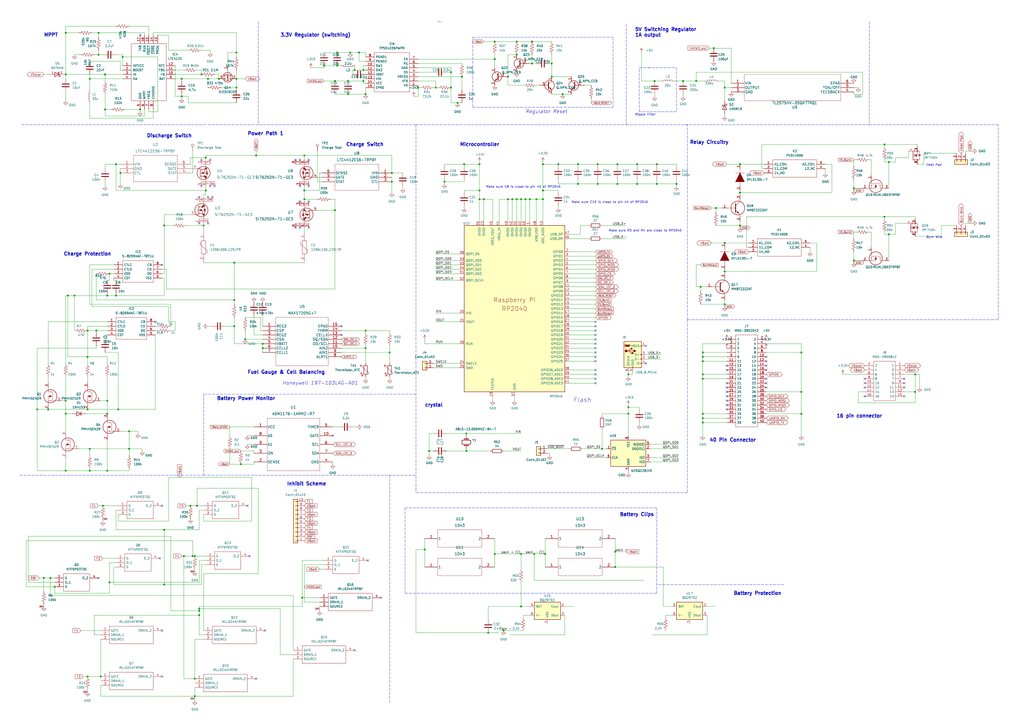
<source format=kicad_sch>
(kicad_sch (version 20211123) (generator eeschema)
  (paper "A2")
  (title_block (title "PROVES-Xmera  EPS Board") (date "2022-10-09") (rev "1"))
  (lib_symbols
    (symbol "+3.3V_1" (power) (pin_names (offset 0))
      (property "Value" "+3.3V_1" (at 0 3.556 0))
      (symbol "+3.3V_1_1_1"
        (pin power_in line (at 0 0 90) (length 0) hide (name "+3.3V") (number "1"))
      )
    )
    (symbol "+3.3V_2" (power) (pin_names (offset 0))
      (property "Value" "+3.3V_2" (at 0 3.556 0))
      (symbol "+3.3V_2_1_1"
        (pin power_in line (at 0 0 90) (length 0) hide (name "+3.3V") (number "1"))
      )
    )
    (symbol "+3.3V_3" (power) (pin_names (offset 0))
      (property "Value" "+3.3V_3" (at 0 3.556 0))
      (symbol "+3.3V_3_1_1"
        (pin power_in line (at 0 0 90) (length 0) hide (name "+3.3V") (number "1"))
      )
    )
    (symbol "+3.3V_4" (power) (pin_names (offset 0))
      (property "Value" "+3.3V_4" (at 0 3.556 0))
      (symbol "+3.3V_4_1_1"
        (pin power_in line (at 0 0 90) (length 0) hide (name "+3.3V") (number "1"))
      )
    )
    (symbol "+3.3V_5" (power) (pin_names (offset 0))
      (property "Value" "+3.3V_5" (at 0 3.556 0))
      (symbol "+3.3V_5_1_1"
        (pin power_in line (at 0 0 90) (length 0) hide (name "+3.3V") (number "1"))
      )
    )
    (symbol "1206L150{slash}12SLYR:1206L150_12SLYR" (pin_names (offset 0.762))
      (property "Reference" "F" (at 13.97 6.35 0))
      (property "Value" "1206L150_12SLYR" (at 13.97 3.81 0))
      (symbol "1206L150_12SLYR_0_0"
        (pin passive line (at 0 0 0) (length 5.08) (name "~") (number "1"))
        (pin passive line (at 17.78 0 180) (length 5.08) (name "~") (number "2"))
      )
    )
    (symbol "1206L500{slash}12SLPR:1206L500_12SLPR" (pin_names (offset 0.762))
      (property "Reference" "F" (at 13.97 6.35 0))
      (property "Value" "1206L500_12SLPR" (at 13.97 3.81 0))
      (symbol "1206L500_12SLPR_0_0"
        (pin passive line (at 0 0 0) (length 5.08) (name "~") (number "1"))
        (pin passive line (at 17.78 0 180) (length 5.08) (name "~") (number "2"))
      )
    )
    (symbol "2022-03-31_06-47-44:MAX17205G+T" (pin_names (offset 0.254))
      (property "Reference" "U" (at 22.86 10.16 0))
      (property "Value" "MAX17205G+T" (at 22.86 7.62 0))
      (symbol "MAX17205G+T_1_1"
        (pin bidirectional line (at 0 0 0) (length 7.62) (name "REG3") (number "1"))
        (pin input line (at 45.72 -12.7 180) (length 7.62) (name "AIN2") (number "10"))
        (pin unspecified line (at 45.72 -10.16 180) (length 7.62) (name "OD/SCL") (number "11"))
        (pin unspecified line (at 45.72 -7.62 180) (length 7.62) (name "DQ/SDA") (number "12"))
        (pin unspecified line (at 45.72 -5.08 180) (length 7.62) (name "CELLX") (number "13"))
        (pin unspecified line (at 45.72 -2.54 180) (length 7.62) (name "THRM") (number "14"))
        (pin unspecified line (at 45.72 0 180) (length 7.62) (name "EPAD") (number "15"))
        (pin unspecified line (at 0 -2.54 0) (length 7.62) (name "CSP") (number "2"))
        (pin bidirectional line (at 0 -5.08 0) (length 7.62) (name "REG2") (number "3"))
        (pin unspecified line (at 0 -7.62 0) (length 7.62) (name "CSN") (number "4"))
        (pin unspecified line (at 0 -10.16 0) (length 7.62) (name "VBATT") (number "5"))
        (pin bidirectional line (at 0 -12.7 0) (length 7.62) (name "CELL2") (number "6"))
        (pin bidirectional line (at 0 -15.24 0) (length 7.62) (name "CELL1") (number "7"))
        (pin unspecified line (at 45.72 -17.78 180) (length 7.62) (name "ALRT1") (number "8"))
        (pin input line (at 45.72 -15.24 180) (length 7.62) (name "AIN1") (number "9"))
      )
    )
    (symbol "ADM1176-1ARMZ-R7:ADM1176-1ARMZ-R7" (pin_names (offset 0.254))
      (property "Reference" "U" (at 22.86 10.16 0))
      (property "Value" "ADM1176-1ARMZ-R7" (at 22.86 7.62 0))
      (symbol "ADM1176-1ARMZ-R7_1_1"
        (pin unspecified line (at 0 0 0) (length 7.62) (name "VCC") (number "1"))
        (pin unspecified line (at 45.72 -5.08 180) (length 7.62) (name "GATE") (number "10"))
        (pin unspecified line (at 0 -20.32 0) (length 7.62) (name "SENSE") (number "2"))
        (pin unspecified line (at 0 -15.24 0) (length 7.62) (name "ON") (number "3"))
        (pin unspecified line (at 45.72 -20.32 180) (length 7.62) (name "GND") (number "4"))
        (pin unspecified line (at 45.72 0 180) (length 7.62) (name "TIMER") (number "5"))
        (pin unspecified line (at 45.72 -10.16 180) (length 7.62) (name "SCL") (number "6"))
        (pin unspecified line (at 45.72 -15.24 180) (length 7.62) (name "SDA") (number "7"))
        (pin unspecified line (at 0 -5.08 0) (length 7.62) (name "A0") (number "8"))
        (pin unspecified line (at 0 -10.16 0) (length 7.62) (name "A1") (number "9"))
      )
    )
    (symbol "Battery_Management:BQ297xy" (pin_names (offset 1.016))
      (property "Reference" "U" (at -6.35 6.35 0))
      (property "Value" "BQ297xy" (at 5.08 -6.35 0))
      (symbol "BQ297xy_1_1"
        (pin no_connect line (at 7.62 0 180) (length 2.54) hide (name "NC") (number "1"))
        (pin output line (at 10.16 2.54 180) (length 2.54) (name "Cout") (number "2"))
        (pin output line (at 10.16 -2.54 180) (length 2.54) (name "Dout") (number "3"))
        (pin power_in line (at 0 -7.62 90) (length 2.54) (name "VSS") (number "4"))
        (pin input line (at -10.16 2.54 0) (length 2.54) (name "BAT") (number "5"))
        (pin input line (at -10.16 -2.54 0) (length 2.54) (name "V-") (number "6"))
      )
    )
    (symbol "Connector:TestPoint" (pin_numbers hide) (pin_names (offset 0.762) hide)
      (property "Reference" "TP" (at 0 6.858 0))
      (property "Value" "TestPoint" (at 0 5.08 0))
      (symbol "TestPoint_1_1"
        (pin passive line (at 0 0 90) (length 2.54) (name "1") (number "1"))
      )
    )
    (symbol "Connector_Generic:Conn_01x02" (pin_names (offset 1.016) hide)
      (property "Reference" "J" (at 0 2.54 0))
      (property "Value" "Conn_01x02" (at 0 -5.08 0))
      (symbol "Conn_01x02_1_1"
        (pin passive line (at -5.08 0 0) (length 3.81) (name "Pin_1") (number "1"))
        (pin passive line (at -5.08 -2.54 0) (length 3.81) (name "Pin_2") (number "2"))
      )
    )
    (symbol "Connector_Generic:Conn_01x03" (pin_names (offset 1.016) hide)
      (property "Reference" "J" (at 0 5.08 0))
      (property "Value" "Conn_01x03" (at 0 -5.08 0))
      (symbol "Conn_01x03_1_1"
        (pin passive line (at -5.08 2.54 0) (length 3.81) (name "Pin_1") (number "1"))
        (pin passive line (at -5.08 0 0) (length 3.81) (name "Pin_2") (number "2"))
        (pin passive line (at -5.08 -2.54 0) (length 3.81) (name "Pin_3") (number "3"))
      )
    )
    (symbol "Connector_Generic:Conn_01x10" (pin_names (offset 1.016) hide)
      (property "Reference" "J" (at 0 12.7 0))
      (property "Value" "Conn_01x10" (at 0 -15.24 0))
      (symbol "Conn_01x10_1_1"
        (pin passive line (at -5.08 10.16 0) (length 3.81) (name "Pin_1") (number "1"))
        (pin passive line (at -5.08 -12.7 0) (length 3.81) (name "Pin_10") (number "10"))
        (pin passive line (at -5.08 7.62 0) (length 3.81) (name "Pin_2") (number "2"))
        (pin passive line (at -5.08 5.08 0) (length 3.81) (name "Pin_3") (number "3"))
        (pin passive line (at -5.08 2.54 0) (length 3.81) (name "Pin_4") (number "4"))
        (pin passive line (at -5.08 0 0) (length 3.81) (name "Pin_5") (number "5"))
        (pin passive line (at -5.08 -2.54 0) (length 3.81) (name "Pin_6") (number "6"))
        (pin passive line (at -5.08 -5.08 0) (length 3.81) (name "Pin_7") (number "7"))
        (pin passive line (at -5.08 -7.62 0) (length 3.81) (name "Pin_8") (number "8"))
        (pin passive line (at -5.08 -10.16 0) (length 3.81) (name "Pin_9") (number "9"))
      )
    )
    (symbol "DFLS130L-7:DFLS130L-7" (pin_names (offset 0.762))
      (property "Reference" "D" (at 11.43 5.08 0))
      (property "Value" "DFLS130L-7" (at 11.43 2.54 0))
      (symbol "DFLS130L-7_0_0"
        (pin passive line (at 0 0 0) (length 2.54) (name "~") (number "1"))
        (pin passive line (at 15.24 0 180) (length 2.54) (name "~") (number "2"))
      )
    )
    (symbol "Device:C" (pin_numbers hide) (pin_names (offset 0.254))
      (property "Reference" "C" (at 0.635 2.54 0))
      (property "Value" "C" (at 0.635 -2.54 0))
      (symbol "C_1_1"
        (pin passive line (at 0 3.81 270) (length 2.794) (name "~") (number "1"))
        (pin passive line (at 0 -3.81 90) (length 2.794) (name "~") (number "2"))
      )
    )
    (symbol "Device:Crystal" (pin_numbers hide) (pin_names (offset 1.016) hide)
      (property "Reference" "Y" (at 0 3.81 0))
      (property "Value" "Crystal" (at 0 -3.81 0))
      (symbol "Crystal_1_1"
        (pin passive line (at -3.81 0 0) (length 1.27) (name "1") (number "1"))
        (pin passive line (at 3.81 0 180) (length 1.27) (name "2") (number "2"))
      )
    )
    (symbol "Device:L" (pin_numbers hide) (pin_names (offset 1.016) hide)
      (property "Reference" "L" (at -1.27 0 90))
      (property "Value" "L" (at 1.905 0 90))
      (symbol "L_1_1"
        (pin passive line (at 0 3.81 270) (length 1.27) (name "1") (number "1"))
        (pin passive line (at 0 -3.81 90) (length 1.27) (name "2") (number "2"))
      )
    )
    (symbol "Device:Q_NPN_CEB" (pin_names (offset 0) hide)
      (property "Reference" "Q" (at 5.08 1.27 0))
      (property "Value" "Q_NPN_CEB" (at 5.08 -1.27 0))
      (symbol "Q_NPN_CEB_1_1"
        (pin passive line (at 2.54 5.08 270) (length 2.54) (name "C") (number "1"))
        (pin passive line (at 2.54 -5.08 90) (length 2.54) (name "E") (number "2"))
        (pin input line (at -5.08 0 0) (length 5.715) (name "B") (number "3"))
      )
    )
    (symbol "Device:R" (pin_numbers hide) (pin_names (offset 0))
      (property "Reference" "R" (at 2.032 0 90))
      (property "Value" "R" (at 0 0 90))
      (symbol "R_1_1"
        (pin passive line (at 0 3.81 270) (length 1.27) (name "~") (number "1"))
        (pin passive line (at 0 -3.81 90) (length 1.27) (name "~") (number "2"))
      )
    )
    (symbol "Device:R_US" (pin_numbers hide) (pin_names (offset 0))
      (property "Reference" "R" (at 2.54 0 90))
      (property "Value" "R_US" (at -2.54 0 90))
      (symbol "R_US_1_1"
        (pin passive line (at 0 3.81 270) (length 1.27) (name "~") (number "1"))
        (pin passive line (at 0 -3.81 90) (length 1.27) (name "~") (number "2"))
      )
    )
    (symbol "Device:Thermistor_NTC" (pin_numbers hide) (pin_names (offset 0))
      (property "Reference" "TH" (at -4.445 0 90))
      (property "Value" "Thermistor_NTC" (at 3.175 0 90))
      (symbol "Thermistor_NTC_1_1"
        (pin passive line (at 0 3.81 270) (length 1.27) (name "~") (number "1"))
        (pin passive line (at 0 -3.81 90) (length 1.27) (name "~") (number "2"))
      )
    )
    (symbol "Diode:1N4151" (pin_numbers hide) (pin_names (offset 1.016) hide)
      (property "Reference" "D" (at 0 2.54 0))
      (property "Value" "1N4151" (at 0 -2.54 0))
      (symbol "1N4151_1_1"
        (pin passive line (at -3.81 0 0) (length 2.54) (name "K") (number "1"))
        (pin passive line (at 3.81 0 180) (length 2.54) (name "A") (number "2"))
      )
    )
    (symbol "Diode:1N5819" (pin_numbers hide) (pin_names (offset 1.016) hide)
      (property "Reference" "D" (at 0 2.54 0))
      (property "Value" "1N5819" (at 0 -2.54 0))
      (symbol "1N5819_1_1"
        (pin passive line (at -3.81 0 0) (length 2.54) (name "K") (number "1"))
        (pin passive line (at 3.81 0 180) (length 2.54) (name "A") (number "2"))
      )
    )
    (symbol "Diode:BAT54W" (pin_names (offset 1.016) hide)
      (property "Reference" "D" (at 0 2.54 0))
      (property "Value" "BAT54W" (at 0 -2.54 0))
      (symbol "BAT54W_1_1"
        (pin passive line (at 3.81 0 180) (length 2.54) (name "A") (number "1"))
        (pin no_connect line (at 0 0 90) (length 2.54) hide (name "NC") (number "2"))
        (pin passive line (at -3.81 0 0) (length 2.54) (name "K") (number "3"))
      )
    )
    (symbol "IRF7404:IRF7404" (pin_names (offset 1.016))
      (property "Reference" "Q" (at -8.89 3.81 0))
      (property "Value" "IRF7404" (at -8.89 -6.35 0))
      (symbol "IRF7404_0_0"
        (pin passive line (at 2.54 5.08 270) (length 2.54) (name "~") (number "1"))
        (pin passive line (at 2.54 5.08 270) (length 2.54) (name "~") (number "2"))
        (pin passive line (at 2.54 5.08 270) (length 2.54) (name "~") (number "3"))
        (pin passive line (at -2.54 2.54 0) (length 2.54) (name "~") (number "4"))
        (pin passive line (at 2.54 -5.08 90) (length 2.54) (name "~") (number "5"))
        (pin passive line (at 2.54 -5.08 90) (length 2.54) (name "~") (number "6"))
        (pin passive line (at 2.54 -5.08 90) (length 2.54) (name "~") (number "7"))
        (pin passive line (at 2.54 -5.08 90) (length 2.54) (name "~") (number "8"))
      )
    )
    (symbol "IRLL024NTRPBF:IRLL024NTRPBF" (pin_names (offset 0.762))
      (property "Reference" "Q" (at 31.75 7.62 0))
      (property "Value" "IRLL024NTRPBF" (at 31.75 5.08 0))
      (symbol "IRLL024NTRPBF_0_0"
        (pin passive line (at 0 0 0) (length 5.08) (name "GATE") (number "1"))
        (pin passive line (at 0 -2.54 0) (length 5.08) (name "DRAIN_1") (number "2"))
        (pin passive line (at 0 -5.08 0) (length 5.08) (name "SOURCE") (number "3"))
        (pin passive line (at 35.56 0 180) (length 5.08) (name "DRAIN_2") (number "4"))
      )
    )
    (symbol "IRLML2803TRPBF:IRLML2803TRPBF" (pin_names (offset 0.762))
      (property "Reference" "Q" (at 11.43 3.81 0))
      (property "Value" "IRLML2803TRPBF" (at 11.43 1.27 0))
      (symbol "IRLML2803TRPBF_0_0"
        (pin passive line (at 0 0 0) (length 2.54) (name "~") (number "1"))
        (pin passive line (at 7.62 -5.08 90) (length 2.54) (name "~") (number "2"))
        (pin passive line (at 7.62 10.16 270) (length 2.54) (name "~") (number "3"))
      )
    )
    (symbol "Imported_Symbols:1043" (pin_names (offset 0.254))
      (property "Reference" "U" (at 20.32 10.16 0))
      (property "Value" "1043" (at 20.32 7.62 0))
      (symbol "1043_1_1"
        (pin unspecified line (at 0 0 0) (length 7.62) (name "1") (number "1"))
        (pin unspecified line (at 40.64 0 180) (length 7.62) (name "2") (number "2"))
      )
    )
    (symbol "Imported_Symbols:TL2575HV-05QKTTRQ1" (pin_names (offset 0.254))
      (property "Reference" "U" (at 35.56 10.16 0))
      (property "Value" "TL2575HV-05QKTTRQ1" (at 35.56 7.62 0))
      (symbol "TL2575HV-05QKTTRQ1_1_1"
        (pin input line (at 0 0 0) (length 7.62) (name "VIN") (number "1"))
        (pin output line (at 0 -2.54 0) (length 7.62) (name "OUTPUT") (number "2"))
        (pin power_in line (at 0 -5.08 0) (length 7.62) (name "GND") (number "3"))
        (pin unspecified line (at 71.12 -5.08 180) (length 7.62) (name "FEEDBACK") (number "4"))
        (pin unspecified line (at 71.12 -2.54 180) (length 7.62) (name "*ON/OFF") (number "5"))
        (pin unspecified line (at 71.12 0 180) (length 7.62) (name "EPAD") (number "6"))
      )
    )
    (symbol "LTC4121:LTC4121" (pin_names (offset 0.762))
      (property "Reference" "IC" (at 26.67 17.78 0))
      (property "Value" "LTC4121" (at 26.67 15.24 0))
      (symbol "LTC4121_0_0"
        (pin power_in line (at 0 0 0) (length 5.08) (name "INTVCC") (number "1"))
        (pin passive line (at 30.48 -5.08 180) (length 5.08) (name "FB") (number "10"))
        (pin passive line (at 30.48 -2.54 180) (length 5.08) (name "FBG") (number "11"))
        (pin passive line (at 30.48 0 180) (length 5.08) (name "NTC") (number "12"))
        (pin passive line (at 20.32 17.78 270) (length 5.08) (name "PROG") (number "13"))
        (pin passive line (at 17.78 17.78 270) (length 5.08) (name "~{CHRG}") (number "14"))
        (pin passive line (at 15.24 17.78 270) (length 5.08) (name "~{FAULT}") (number "15"))
        (pin passive line (at 12.7 17.78 270) (length 5.08) (name "RUN") (number "16"))
        (pin passive line (at 10.16 17.78 270) (length 5.08) (name "TAB") (number "17"))
        (pin passive line (at 0 -2.54 0) (length 5.08) (name "BOOST") (number "2"))
        (pin input line (at 0 -5.08 0) (length 5.08) (name "IN") (number "3"))
        (pin passive line (at 0 -7.62 0) (length 5.08) (name "SW") (number "4"))
        (pin power_in line (at 10.16 -25.4 90) (length 5.08) (name "GND") (number "5"))
        (pin passive line (at 12.7 -25.4 90) (length 5.08) (name "MPPT") (number "6"))
        (pin passive line (at 15.24 -25.4 90) (length 5.08) (name "FREQ") (number "7"))
        (pin passive line (at 17.78 -25.4 90) (length 5.08) (name "CHGSNS") (number "8"))
        (pin passive line (at 30.48 -7.62 180) (length 5.08) (name "BAT") (number "9"))
      )
    )
    (symbol "LTC4412ES6#TRPBF:LTC4412ES6-TRPBF" (pin_names (offset 0.254))
      (property "Reference" "U" (at 20.32 10.16 0))
      (property "Value" "LTC4412ES6-TRPBF" (at 20.32 7.62 0))
      (symbol "LTC4412ES6-TRPBF_1_1"
        (pin unspecified line (at 0 0 0) (length 7.62) (name "VIN") (number "1"))
        (pin unspecified line (at 0 -2.54 0) (length 7.62) (name "GND") (number "2"))
        (pin unspecified line (at 0 -5.08 0) (length 7.62) (name "CTL") (number "3"))
        (pin unspecified line (at 40.64 -5.08 180) (length 7.62) (name "STAT") (number "4"))
        (pin unspecified line (at 40.64 -2.54 180) (length 7.62) (name "GATE") (number "5"))
        (pin unspecified line (at 40.64 0 180) (length 7.62) (name "SENSE") (number "6"))
      )
    )
    (symbol "M50-3900842:M50-3900842" (pin_names (offset 0.762))
      (property "Reference" "J" (at 19.05 7.62 0))
      (property "Value" "M50-3900842" (at 19.05 5.08 0))
      (symbol "M50-3900842_0_0"
        (pin passive line (at 22.86 0 180) (length 5.08) (name "1") (number "1"))
        (pin passive line (at 0 -10.16 0) (length 5.08) (name "10") (number "10"))
        (pin passive line (at 22.86 -12.7 180) (length 5.08) (name "11") (number "11"))
        (pin passive line (at 0 -12.7 0) (length 5.08) (name "12") (number "12"))
        (pin passive line (at 22.86 -15.24 180) (length 5.08) (name "13") (number "13"))
        (pin passive line (at 0 -15.24 0) (length 5.08) (name "14") (number "14"))
        (pin passive line (at 22.86 -17.78 180) (length 5.08) (name "15") (number "15"))
        (pin passive line (at 0 -17.78 0) (length 5.08) (name "16") (number "16"))
        (pin passive line (at 0 0 0) (length 5.08) (name "2") (number "2"))
        (pin passive line (at 22.86 -2.54 180) (length 5.08) (name "3") (number "3"))
        (pin passive line (at 0 -2.54 0) (length 5.08) (name "4") (number "4"))
        (pin passive line (at 22.86 -5.08 180) (length 5.08) (name "5") (number "5"))
        (pin passive line (at 0 -5.08 0) (length 5.08) (name "6") (number "6"))
        (pin passive line (at 22.86 -7.62 180) (length 5.08) (name "7") (number "7"))
        (pin passive line (at 0 -7.62 0) (length 5.08) (name "8") (number "8"))
        (pin passive line (at 22.86 -10.16 180) (length 5.08) (name "9") (number "9"))
      )
    )
    (symbol "MCU_RaspberryPi_RP2040:RP2040" (pin_names (offset 1.016))
      (property "Reference" "U" (at -29.21 49.53 0))
      (property "Value" "RP2040" (at 24.13 -49.53 0))
      (symbol "RP2040_0_0"
        (text "Raspberry Pi" (at 0 5.08 0) (effects (font (size 2.54 2.54))))
        (text "RP2040" (at 0 0 0) (effects (font (size 2.54 2.54))))
      )
      (symbol "RP2040_1_1"
        (pin power_in line (at 8.89 50.8 270) (length 2.54) (name "IOVDD") (number "1"))
        (pin power_in line (at 6.35 50.8 270) (length 2.54) (name "IOVDD") (number "10"))
        (pin bidirectional line (at 31.75 12.7 180) (length 2.54) (name "GPIO8") (number "11"))
        (pin bidirectional line (at 31.75 10.16 180) (length 2.54) (name "GPIO9") (number "12"))
        (pin bidirectional line (at 31.75 7.62 180) (length 2.54) (name "GPIO10") (number "13"))
        (pin bidirectional line (at 31.75 5.08 180) (length 2.54) (name "GPIO11") (number "14"))
        (pin bidirectional line (at 31.75 2.54 180) (length 2.54) (name "GPIO12") (number "15"))
        (pin bidirectional line (at 31.75 0 180) (length 2.54) (name "GPIO13") (number "16"))
        (pin bidirectional line (at 31.75 -2.54 180) (length 2.54) (name "GPIO14") (number "17"))
        (pin bidirectional line (at 31.75 -5.08 180) (length 2.54) (name "GPIO15") (number "18"))
        (pin passive line (at -12.7 -50.8 90) (length 2.54) (name "TESTEN") (number "19"))
        (pin bidirectional line (at 31.75 33.02 180) (length 2.54) (name "GPIO0") (number "2"))
        (pin input line (at -31.75 -2.54 0) (length 2.54) (name "XIN") (number "20"))
        (pin passive line (at -31.75 -7.62 0) (length 2.54) (name "XOUT") (number "21"))
        (pin power_in line (at 3.81 50.8 270) (length 2.54) (name "IOVDD") (number "22"))
        (pin power_in line (at -17.78 50.8 270) (length 2.54) (name "DVDD") (number "23"))
        (pin output line (at -31.75 -31.75 0) (length 2.54) (name "SWCLK") (number "24"))
        (pin bidirectional line (at -31.75 -34.29 0) (length 2.54) (name "SWD") (number "25"))
        (pin input line (at -31.75 -20.32 0) (length 2.54) (name "RUN") (number "26"))
        (pin bidirectional line (at 31.75 -7.62 180) (length 2.54) (name "GPIO16") (number "27"))
        (pin bidirectional line (at 31.75 -10.16 180) (length 2.54) (name "GPIO17") (number "28"))
        (pin bidirectional line (at 31.75 -12.7 180) (length 2.54) (name "GPIO18") (number "29"))
        (pin bidirectional line (at 31.75 30.48 180) (length 2.54) (name "GPIO1") (number "3"))
        (pin bidirectional line (at 31.75 -15.24 180) (length 2.54) (name "GPIO19") (number "30"))
        (pin bidirectional line (at 31.75 -17.78 180) (length 2.54) (name "GPIO20") (number "31"))
        (pin bidirectional line (at 31.75 -20.32 180) (length 2.54) (name "GPIO21") (number "32"))
        (pin power_in line (at 1.27 50.8 270) (length 2.54) (name "IOVDD") (number "33"))
        (pin bidirectional line (at 31.75 -22.86 180) (length 2.54) (name "GPIO22") (number "34"))
        (pin bidirectional line (at 31.75 -25.4 180) (length 2.54) (name "GPIO23") (number "35"))
        (pin bidirectional line (at 31.75 -27.94 180) (length 2.54) (name "GPIO24") (number "36"))
        (pin bidirectional line (at 31.75 -30.48 180) (length 2.54) (name "GPIO25") (number "37"))
        (pin bidirectional line (at 31.75 -35.56 180) (length 2.54) (name "GPIO26_ADC0") (number "38"))
        (pin bidirectional line (at 31.75 -38.1 180) (length 2.54) (name "GPIO27_ADC1") (number "39"))
        (pin bidirectional line (at 31.75 27.94 180) (length 2.54) (name "GPIO2") (number "4"))
        (pin bidirectional line (at 31.75 -40.64 180) (length 2.54) (name "GPIO28_ADC2") (number "40"))
        (pin bidirectional line (at 31.75 -43.18 180) (length 2.54) (name "GPIO29_ADC3") (number "41"))
        (pin power_in line (at -1.27 50.8 270) (length 2.54) (name "IOVDD") (number "42"))
        (pin power_in line (at 16.51 50.8 270) (length 2.54) (name "ADC_AVDD") (number "43"))
        (pin power_in line (at -8.89 50.8 270) (length 2.54) (name "VREG_IN") (number "44"))
        (pin power_out line (at -12.7 50.8 270) (length 2.54) (name "VREG_VOUT") (number "45"))
        (pin bidirectional line (at 31.75 40.64 180) (length 2.54) (name "USB_DM") (number "46"))
        (pin bidirectional line (at 31.75 43.18 180) (length 2.54) (name "USB_DP") (number "47"))
        (pin power_in line (at 12.7 50.8 270) (length 2.54) (name "USB_VDD") (number "48"))
        (pin power_in line (at -3.81 50.8 270) (length 2.54) (name "IOVDD") (number "49"))
        (pin bidirectional line (at 31.75 25.4 180) (length 2.54) (name "GPIO3") (number "5"))
        (pin power_in line (at -20.32 50.8 270) (length 2.54) (name "DVDD") (number "50"))
        (pin bidirectional line (at -31.75 20.32 0) (length 2.54) (name "QSPI_SD3") (number "51"))
        (pin output line (at -31.75 16.51 0) (length 2.54) (name "QSPI_SCLK") (number "52"))
        (pin bidirectional line (at -31.75 27.94 0) (length 2.54) (name "QSPI_SD0") (number "53"))
        (pin bidirectional line (at -31.75 22.86 0) (length 2.54) (name "QSPI_SD2") (number "54"))
        (pin bidirectional line (at -31.75 25.4 0) (length 2.54) (name "QSPI_SD1") (number "55"))
        (pin bidirectional line (at -31.75 31.75 0) (length 2.54) (name "QSPI_SS") (number "56"))
        (pin power_in line (at 0 -50.8 90) (length 2.54) (name "GND") (number "57"))
        (pin bidirectional line (at 31.75 22.86 180) (length 2.54) (name "GPIO4") (number "6"))
        (pin bidirectional line (at 31.75 20.32 180) (length 2.54) (name "GPIO5") (number "7"))
        (pin bidirectional line (at 31.75 17.78 180) (length 2.54) (name "GPIO6") (number "8"))
        (pin bidirectional line (at 31.75 15.24 180) (length 2.54) (name "GPIO7") (number "9"))
      )
    )
    (symbol "MMBT2222AT:MMBT2222AT" (pin_names (offset 0.762))
      (property "Reference" "Q" (at 13.97 1.27 0))
      (property "Value" "MMBT2222AT" (at 13.97 -1.27 0))
      (symbol "MMBT2222AT_0_0"
        (pin passive line (at 0 0 0) (length 2.54) (name "~") (number "1"))
        (pin passive line (at 10.16 -7.62 90) (length 2.54) (name "~") (number "2"))
        (pin passive line (at 10.16 7.62 270) (length 2.54) (name "~") (number "3"))
      )
    )
    (symbol "Memory_Flash:W25Q128JVS"
      (property "Reference" "U" (at -8.89 8.89 0))
      (property "Value" "W25Q128JVS" (at 7.62 8.89 0))
      (symbol "W25Q128JVS_1_1"
        (pin input line (at -12.7 2.54 0) (length 2.54) (name "~{CS}") (number "1"))
        (pin bidirectional line (at 12.7 2.54 180) (length 2.54) (name "DO(IO1)") (number "2"))
        (pin bidirectional line (at 12.7 -2.54 180) (length 2.54) (name "IO2") (number "3"))
        (pin power_in line (at 0 -10.16 90) (length 2.54) (name "GND") (number "4"))
        (pin bidirectional line (at 12.7 5.08 180) (length 2.54) (name "DI(IO0)") (number "5"))
        (pin input line (at -12.7 -2.54 0) (length 2.54) (name "CLK") (number "6"))
        (pin bidirectional line (at 12.7 -5.08 180) (length 2.54) (name "IO3") (number "7"))
        (pin power_in line (at 0 10.16 270) (length 2.54) (name "VCC") (number "8"))
      )
    )
    (symbol "NTF6P02T3G:NTF6P02T3G" (pin_names (offset 0.762))
      (property "Reference" "Q" (at 21.59 7.62 0))
      (property "Value" "NTF6P02T3G" (at 21.59 5.08 0))
      (symbol "NTF6P02T3G_0_0"
        (pin passive line (at 0 0 0) (length 5.08) (name "G") (number "1"))
        (pin passive line (at 0 -2.54 0) (length 5.08) (name "D_1") (number "2"))
        (pin passive line (at 0 -5.08 0) (length 5.08) (name "S") (number "3"))
        (pin passive line (at 25.4 0 180) (length 5.08) (name "D_2") (number "4"))
      )
    )
    (symbol "PE014006:PE014006" (pin_names (offset 0.762))
      (property "Reference" "K" (at 31.75 7.62 0))
      (property "Value" "PE014006" (at 31.75 5.08 0))
      (symbol "PE014006_0_0"
        (pin passive line (at 0 0 0) (length 5.08) (name "A1_COIL") (number "1"))
        (pin passive line (at 0 -2.54 0) (length 5.08) (name "11_COM") (number "2"))
        (pin passive line (at 0 -5.08 0) (length 5.08) (name "14_NO") (number "3"))
        (pin passive line (at 35.56 -2.54 180) (length 5.08) (name "12_NC") (number "4"))
        (pin passive line (at 35.56 0 180) (length 5.08) (name "A2_COIL") (number "5"))
      )
    )
    (symbol "PMV45EN2R:PMV45EN2R" (pin_names (offset 0.762))
      (property "Reference" "Q" (at 11.43 3.81 0))
      (property "Value" "PMV45EN2R" (at 11.43 1.27 0))
      (symbol "PMV45EN2R_0_0"
        (pin passive line (at 0 0 0) (length 2.54) (name "~") (number "1"))
        (pin passive line (at 7.62 -5.08 90) (length 2.54) (name "~") (number "2"))
        (pin passive line (at 7.62 10.16 270) (length 2.54) (name "~") (number "3"))
      )
    )
    (symbol "RP2040_minimal-rescue:USB_B_Micro-Connector" (pin_names (offset 1.016))
      (property "Reference" "J" (at -5.08 11.43 0))
      (property "Value" "USB_B_Micro-Connector" (at -5.08 8.89 0))
      (symbol "USB_B_Micro-Connector_1_1"
        (pin power_out line (at 7.62 5.08 180) (length 2.54) (name "VBUS") (number "1"))
        (pin passive line (at 7.62 -2.54 180) (length 2.54) (name "D-") (number "2"))
        (pin passive line (at 7.62 0 180) (length 2.54) (name "D+") (number "3"))
        (pin passive line (at 7.62 -5.08 180) (length 2.54) (name "ID") (number "4"))
        (pin power_out line (at 0 -10.16 90) (length 2.54) (name "GND") (number "5"))
        (pin passive line (at -2.54 -10.16 90) (length 2.54) (name "Shield") (number "6"))
      )
    )
    (symbol "S-8209AAC-T8T1U:S-8209AAC-T8T1U" (pin_names (offset 0.762))
      (property "Reference" "IC" (at 24.13 7.62 0))
      (property "Value" "S-8209AAC-T8T1U" (at 24.13 5.08 0))
      (symbol "S-8209AAC-T8T1U_0_0"
        (pin passive line (at 0 0 0) (length 5.08) (name "CTLC") (number "1"))
        (pin passive line (at 0 -2.54 0) (length 5.08) (name "CTLD") (number "2"))
        (pin passive line (at 0 -5.08 0) (length 5.08) (name "VDD") (number "3"))
        (pin passive line (at 0 -7.62 0) (length 5.08) (name "CDT") (number "4"))
        (pin passive line (at 27.94 -7.62 180) (length 5.08) (name "VSS") (number "5"))
        (pin passive line (at 27.94 -5.08 180) (length 5.08) (name "DO") (number "6"))
        (pin passive line (at 27.94 -2.54 180) (length 5.08) (name "CO") (number "7"))
        (pin passive line (at 27.94 0 180) (length 5.08) (name "CB") (number "8"))
      )
    )
    (symbol "SI7625DN-T1-GE3:SI7625DN-T1-GE3" (pin_names (offset 1.524) hide)
      (property "Reference" "U" (at 11.43 -0.635 0))
      (property "Value" "SI7625DN-T1-GE3" (at 11.43 -7.62 0))
      (symbol "SI7625DN-T1-GE3_1_1"
        (pin unspecified line (at 5.08 5.08 270) (length 2.54) (name "S") (number "1"))
        (pin unspecified line (at 7.62 5.08 270) (length 2.54) (name "S") (number "2"))
        (pin unspecified line (at 10.16 5.08 270) (length 2.54) (name "S") (number "3"))
        (pin unspecified line (at 0 0 0) (length 2.54) (name "G") (number "4"))
        (pin unspecified line (at 5.08 -10.16 90) (length 2.54) (name "D") (number "5"))
        (pin unspecified line (at 7.62 -10.16 90) (length 2.54) (name "D") (number "6"))
        (pin unspecified line (at 10.16 -10.16 90) (length 2.54) (name "D") (number "7"))
        (pin unspecified line (at 12.7 -10.16 90) (length 2.54) (name "D") (number "8"))
      )
    )
    (symbol "SI7625DN-T1-GE3_1" (pin_names (offset 1.524) hide)
      (property "Reference" "U" (at 11.43 -0.635 0))
      (property "Value" "SI7625DN-T1-GE3_1" (at 11.43 -7.62 0))
      (symbol "SI7625DN-T1-GE3_1_1_1"
        (pin unspecified line (at 5.08 5.08 270) (length 2.54) (name "S") (number "1"))
        (pin unspecified line (at 7.62 5.08 270) (length 2.54) (name "S") (number "2"))
        (pin unspecified line (at 10.16 5.08 270) (length 2.54) (name "S") (number "3"))
        (pin unspecified line (at 0 0 0) (length 2.54) (name "G") (number "4"))
        (pin unspecified line (at 5.08 -10.16 90) (length 2.54) (name "D") (number "5"))
        (pin unspecified line (at 7.62 -10.16 90) (length 2.54) (name "D") (number "6"))
        (pin unspecified line (at 10.16 -10.16 90) (length 2.54) (name "D") (number "7"))
        (pin unspecified line (at 12.7 -10.16 90) (length 2.54) (name "D") (number "8"))
      )
    )
    (symbol "SI7625DN-T1-GE3_2" (pin_names (offset 1.524) hide)
      (property "Reference" "U" (at 11.43 -0.635 0))
      (property "Value" "SI7625DN-T1-GE3_2" (at 11.43 -7.62 0))
      (symbol "SI7625DN-T1-GE3_2_1_1"
        (pin unspecified line (at 5.08 5.08 270) (length 2.54) (name "S") (number "1"))
        (pin unspecified line (at 7.62 5.08 270) (length 2.54) (name "S") (number "2"))
        (pin unspecified line (at 10.16 5.08 270) (length 2.54) (name "S") (number "3"))
        (pin unspecified line (at 0 0 0) (length 2.54) (name "G") (number "4"))
        (pin unspecified line (at 5.08 -10.16 90) (length 2.54) (name "D") (number "5"))
        (pin unspecified line (at 7.62 -10.16 90) (length 2.54) (name "D") (number "6"))
        (pin unspecified line (at 10.16 -10.16 90) (length 2.54) (name "D") (number "7"))
        (pin unspecified line (at 12.7 -10.16 90) (length 2.54) (name "D") (number "8"))
      )
    )
    (symbol "SI7625DN-T1-GE3_3" (pin_names (offset 1.524) hide)
      (property "Reference" "U" (at 11.43 -0.635 0))
      (property "Value" "SI7625DN-T1-GE3_3" (at 11.43 -7.62 0))
      (symbol "SI7625DN-T1-GE3_3_1_1"
        (pin unspecified line (at 5.08 5.08 270) (length 2.54) (name "S") (number "1"))
        (pin unspecified line (at 7.62 5.08 270) (length 2.54) (name "S") (number "2"))
        (pin unspecified line (at 10.16 5.08 270) (length 2.54) (name "S") (number "3"))
        (pin unspecified line (at 0 0 0) (length 2.54) (name "G") (number "4"))
        (pin unspecified line (at 5.08 -10.16 90) (length 2.54) (name "D") (number "5"))
        (pin unspecified line (at 7.62 -10.16 90) (length 2.54) (name "D") (number "6"))
        (pin unspecified line (at 10.16 -10.16 90) (length 2.54) (name "D") (number "7"))
        (pin unspecified line (at 12.7 -10.16 90) (length 2.54) (name "D") (number "8"))
      )
    )
    (symbol "SamacSys_Parts:M50-3902042" (pin_names (offset 0.762))
      (property "Reference" "J" (at 19.05 7.62 0))
      (property "Value" "M50-3902042" (at 19.05 5.08 0))
      (symbol "M50-3902042_0_0"
        (pin passive line (at 0 0 0) (length 5.08) (name "1") (number "1"))
        (pin passive line (at 22.86 -10.16 180) (length 5.08) (name "10") (number "10"))
        (pin passive line (at 0 -12.7 0) (length 5.08) (name "11") (number "11"))
        (pin passive line (at 22.86 -12.7 180) (length 5.08) (name "12") (number "12"))
        (pin passive line (at 0 -15.24 0) (length 5.08) (name "13") (number "13"))
        (pin passive line (at 22.86 -15.24 180) (length 5.08) (name "14") (number "14"))
        (pin passive line (at 0 -17.78 0) (length 5.08) (name "15") (number "15"))
        (pin passive line (at 22.86 -17.78 180) (length 5.08) (name "16") (number "16"))
        (pin passive line (at 0 -20.32 0) (length 5.08) (name "17") (number "17"))
        (pin passive line (at 22.86 -20.32 180) (length 5.08) (name "18") (number "18"))
        (pin passive line (at 0 -22.86 0) (length 5.08) (name "19") (number "19"))
        (pin passive line (at 22.86 0 180) (length 5.08) (name "2") (number "2"))
        (pin passive line (at 22.86 -22.86 180) (length 5.08) (name "20") (number "20"))
        (pin passive line (at 0 -25.4 0) (length 5.08) (name "21") (number "21"))
        (pin passive line (at 22.86 -25.4 180) (length 5.08) (name "22") (number "22"))
        (pin passive line (at 0 -27.94 0) (length 5.08) (name "23") (number "23"))
        (pin passive line (at 22.86 -27.94 180) (length 5.08) (name "24") (number "24"))
        (pin passive line (at 0 -30.48 0) (length 5.08) (name "25") (number "25"))
        (pin passive line (at 22.86 -30.48 180) (length 5.08) (name "26") (number "26"))
        (pin passive line (at 0 -33.02 0) (length 5.08) (name "27") (number "27"))
        (pin passive line (at 22.86 -33.02 180) (length 5.08) (name "28") (number "28"))
        (pin passive line (at 0 -35.56 0) (length 5.08) (name "29") (number "29"))
        (pin passive line (at 0 -2.54 0) (length 5.08) (name "3") (number "3"))
        (pin passive line (at 22.86 -35.56 180) (length 5.08) (name "30") (number "30"))
        (pin passive line (at 0 -38.1 0) (length 5.08) (name "31") (number "31"))
        (pin passive line (at 22.86 -38.1 180) (length 5.08) (name "32") (number "32"))
        (pin passive line (at 0 -40.64 0) (length 5.08) (name "33") (number "33"))
        (pin passive line (at 22.86 -40.64 180) (length 5.08) (name "34") (number "34"))
        (pin passive line (at 0 -43.18 0) (length 5.08) (name "35") (number "35"))
        (pin passive line (at 22.86 -43.18 180) (length 5.08) (name "36") (number "36"))
        (pin passive line (at 0 -45.72 0) (length 5.08) (name "37") (number "37"))
        (pin passive line (at 22.86 -45.72 180) (length 5.08) (name "38") (number "38"))
        (pin passive line (at 0 -48.26 0) (length 5.08) (name "39") (number "39"))
        (pin passive line (at 22.86 -2.54 180) (length 5.08) (name "4") (number "4"))
        (pin passive line (at 22.86 -48.26 180) (length 5.08) (name "40") (number "40"))
        (pin passive line (at 0 -5.08 0) (length 5.08) (name "5") (number "5"))
        (pin passive line (at 22.86 -5.08 180) (length 5.08) (name "6") (number "6"))
        (pin passive line (at 0 -7.62 0) (length 5.08) (name "7") (number "7"))
        (pin passive line (at 22.86 -7.62 180) (length 5.08) (name "8") (number "8"))
        (pin passive line (at 0 -10.16 0) (length 5.08) (name "9") (number "9"))
      )
    )
    (symbol "TPS54226PWPR_1" (pin_names (offset 0.762))
      (property "Reference" "IC" (at 26.67 7.62 0))
      (property "Value" "TPS54226PWPR_1" (at 26.67 5.08 0))
      (symbol "TPS54226PWPR_1_0_0"
        (pin passive line (at 30.48 -16.51 180) (length 5.08) (name "VO") (number "1"))
        (pin passive line (at 0 -5.08 0) (length 5.08) (name "SW1") (number "10"))
        (pin passive line (at 0 -7.62 0) (length 5.08) (name "SW2") (number "11"))
        (pin passive line (at 0 -10.16 0) (length 5.08) (name "VBST") (number "12"))
        (pin passive line (at 0 -12.7 0) (length 5.08) (name "VIN") (number "13"))
        (pin passive line (at 0 -15.24 0) (length 5.08) (name "VCC") (number "14"))
        (pin passive line (at 0 -17.78 0) (length 5.08) (name "EPAD") (number "15"))
        (pin passive line (at 30.48 -13.97 180) (length 5.08) (name "VFB") (number "2"))
        (pin passive line (at 30.48 -11.43 180) (length 5.08) (name "VREG5") (number "3"))
        (pin passive line (at 30.48 -8.89 180) (length 5.08) (name "SS") (number "4"))
        (pin passive line (at 30.48 -6.35 180) (length 5.08) (name "GND") (number "5"))
        (pin passive line (at 30.48 -3.81 180) (length 5.08) (name "PG") (number "6"))
        (pin passive line (at 30.48 -1.27 180) (length 5.08) (name "EN") (number "7"))
        (pin passive line (at 0 0 0) (length 5.08) (name "PGND1") (number "8"))
        (pin passive line (at 0 -2.54 0) (length 5.08) (name "PGND2") (number "9"))
      )
    )
    (symbol "Transistor_FET:Si2319CDS" (pin_names hide)
      (property "Reference" "Q" (at 5.08 1.905 0))
      (property "Value" "Si2319CDS" (at 5.08 0 0))
      (symbol "Si2319CDS_1_1"
        (pin input line (at -5.08 0 0) (length 2.54) (name "G") (number "1"))
        (pin passive line (at 2.54 -5.08 90) (length 2.54) (name "S") (number "2"))
        (pin passive line (at 2.54 5.08 270) (length 2.54) (name "D") (number "3"))
      )
    )
    (symbol "power:+1V1" (power) (pin_names (offset 0))
      (property "Value" "+1V1" (at 0 3.556 0))
      (symbol "+1V1_1_1"
        (pin power_in line (at 0 0 90) (length 0) hide (name "+1V1") (number "1"))
      )
    )
    (symbol "power:+3.3V" (power) (pin_names (offset 0))
      (property "Value" "+3.3V" (at 0 3.556 0))
      (symbol "+3.3V_1_1"
        (pin power_in line (at 0 0 90) (length 0) hide (name "+3V3") (number "1"))
      )
    )
    (symbol "power:+3V3" (power) (pin_names (offset 0))
      (property "Value" "+3V3" (at 0 3.556 0))
      (symbol "+3V3_1_1"
        (pin power_in line (at 0 0 90) (length 0) hide (name "+3V3") (number "1"))
      )
    )
    (symbol "power:+5V" (power) (pin_names (offset 0))
      (property "Value" "+5V" (at 0 3.556 0))
      (symbol "+5V_1_1"
        (pin power_in line (at 0 0 90) (length 0) hide (name "+5V") (number "1"))
      )
    )
    (symbol "power:GND" (power) (pin_names (offset 0))
      (property "Value" "GND" (at 0 -3.81 0))
      (symbol "GND_1_1"
        (pin power_in line (at 0 0 270) (length 0) hide (name "GND") (number "1"))
      )
    )
  )
  (junction (at 74.93 250.19))
  (junction (at 62.23 232.41))
  (junction (at 278.13 95.25))
  (junction (at 515.62 93.98))
  (junction (at 95.25 339.09))
  (junction (at 52.07 260.35))
  (junction (at 115.57 353.06))
  (junction (at 113.03 393.7))
  (junction (at 495.3 109.22))
  (junction (at 38.1 43.18))
  (junction (at 227.33 105.41))
  (junction (at 308.61 36.83))
  (junction (at 74.93 260.35))
  (junction (at 29.21 335.28))
  (junction (at 105.41 45.72))
  (junction (at 407.67 240.03))
  (junction (at 71.12 33.02))
  (junction (at 95.25 130.81))
  (junction (at 248.92 261.62))
  (junction (at 135.89 173.99))
  (junction (at 407.67 209.55))
  (junction (at 270.51 261.62))
  (junction (at 63.5 158.75))
  (junction (at 270.51 251.46))
  (junction (at 67.31 171.45))
  (junction (at 62.23 240.03))
  (junction (at 364.49 240.03))
  (junction (at 311.15 115.57))
  (junction (at 464.82 204.47))
  (junction (at 407.67 245.11))
  (junction (at 392.43 106.68))
  (junction (at 358.14 106.68))
  (junction (at 43.18 171.45))
  (junction (at 111.76 322.58))
  (junction (at 113.03 322.58))
  (junction (at 323.85 95.25))
  (junction (at 283.21 367.03))
  (junction (at 299.72 115.57))
  (junction (at 116.84 43.18))
  (junction (at 195.58 30.48))
  (junction (at 148.59 90.17))
  (junction (at 369.57 95.25))
  (junction (at 316.23 321.31))
  (junction (at 302.26 321.31))
  (junction (at 407.67 219.71))
  (junction (at 119.38 91.44))
  (junction (at 95.25 307.34))
  (junction (at 287.02 24.13))
  (junction (at 407.67 217.17))
  (junction (at 81.28 63.5))
  (junction (at 39.37 171.45))
  (junction (at 299.72 31.75))
  (junction (at 364.49 236.22))
  (junction (at 396.24 46.99))
  (junction (at 60.96 43.18))
  (junction (at 429.26 130.81))
  (junction (at 294.64 44.45))
  (junction (at 495.3 151.13))
  (junction (at 513.08 83.82))
  (junction (at 358.14 95.25))
  (junction (at 326.39 54.61))
  (junction (at 356.87 328.93))
  (junction (at 379.73 46.99))
  (junction (at 52.07 273.05))
  (junction (at 314.96 110.49))
  (junction (at 194.31 46.99))
  (junction (at 407.67 207.01))
  (junction (at 302.26 115.57))
  (junction (at 203.2 30.48))
  (junction (at 309.88 321.31))
  (junction (at 115.57 356.87))
  (junction (at 60.96 63.5))
  (junction (at 195.58 38.1))
  (junction (at 187.96 38.1))
  (junction (at 414.02 27.94))
  (junction (at 176.53 90.17))
  (junction (at 55.88 191.77))
  (junction (at 176.53 115.57))
  (junction (at 50.8 392.43))
  (junction (at 105.41 55.88))
  (junction (at 304.8 115.57))
  (junction (at 137.16 50.8))
  (junction (at 287.02 321.31))
  (junction (at 69.85 100.33))
  (junction (at 175.26 346.71))
  (junction (at 68.58 237.49))
  (junction (at 57.15 19.05))
  (junction (at 307.34 115.57))
  (junction (at 292.1 365.76))
  (junction (at 269.24 95.25))
  (junction (at 25.4 335.28))
  (junction (at 320.04 44.45))
  (junction (at 119.38 110.49))
  (junction (at 267.97 44.45))
  (junction (at 115.57 354.33))
  (junction (at 297.18 115.57))
  (junction (at 346.71 95.25))
  (junction (at 152.4 199.39))
  (junction (at 50.8 237.49))
  (junction (at 135.89 189.23))
  (junction (at 294.64 115.57))
  (junction (at 530.86 227.33))
  (junction (at 21.59 237.49))
  (junction (at 176.53 110.49))
  (junction (at 314.96 115.57))
  (junction (at 50.8 207.01))
  (junction (at 346.71 106.68))
  (junction (at 278.13 110.49))
  (junction (at 369.57 106.68))
  (junction (at 407.67 204.47))
  (junction (at 50.8 191.77))
  (junction (at 242.57 50.8))
  (junction (at 67.31 95.25))
  (junction (at 205.74 40.64))
  (junction (at 137.16 45.72))
  (junction (at 381 106.68))
  (junction (at 420.37 140.97))
  (junction (at 349.25 260.35))
  (junction (at 335.28 95.25))
  (junction (at 31.75 340.36))
  (junction (at 58.42 392.43))
  (junction (at 226.06 204.47))
  (junction (at 208.28 30.48))
  (junction (at 210.82 40.64))
  (junction (at 356.87 320.04))
  (junction (at 314.96 95.25))
  (junction (at 515.62 135.89))
  (junction (at 406.4 166.37))
  (junction (at 114.3 293.37))
  (junction (at 261.62 41.91))
  (junction (at 63.5 337.82))
  (junction (at 407.67 242.57))
  (junction (at 38.1 19.05))
  (junction (at 308.61 24.13))
  (junction (at 464.82 240.03))
  (junction (at 287.02 34.29))
  (junction (at 113.03 403.86))
  (junction (at 415.29 120.65))
  (junction (at 429.26 95.25))
  (junction (at 118.11 130.81))
  (junction (at 62.23 171.45))
  (junction (at 52.07 45.72))
  (junction (at 152.4 201.93))
  (junction (at 127 45.72))
  (junction (at 530.86 217.17))
  (junction (at 212.09 191.77))
  (junction (at 320.04 36.83))
  (junction (at 302.26 351.79))
  (junction (at 252.73 50.8))
  (junction (at 299.72 24.13))
  (junction (at 257.81 105.41))
  (junction (at 420.37 176.53))
  (junction (at 364.49 217.17))
  (junction (at 246.38 318.77))
  (junction (at 210.82 46.99))
  (junction (at 227.33 100.33))
  (junction (at 261.62 50.8))
  (junction (at 464.82 227.33))
  (junction (at 62.23 273.05))
  (junction (at 194.31 121.92))
  (junction (at 201.93 54.61))
  (junction (at 142.24 196.85))
  (junction (at 57.15 31.75))
  (junction (at 38.1 232.41))
  (junction (at 38.1 273.05))
  (junction (at 335.28 106.68))
  (junction (at 139.7 269.24))
  (junction (at 212.09 54.61))
  (junction (at 135.89 152.4))
  (junction (at 278.13 115.57))
  (junction (at 38.1 240.03))
  (junction (at 420.37 157.48))
  (junction (at 110.49 293.37))
  (junction (at 420.37 50.8))
  (junction (at 201.93 46.99))
  (junction (at 265.43 59.69))
  (junction (at 106.68 322.58))
  (junction (at 381 95.25))
  (junction (at 513.08 125.73))
  (junction (at 212.09 201.93))
  (junction (at 27.94 237.49))
  (junction (at 137.16 30.48))
  (junction (at 429.26 111.76))
  (junction (at 280.67 115.57))
  (junction (at 120.65 45.72))
  (junction (at 59.69 293.37))
  (junction (at 403.86 46.99))
  (no_connect (at 444.5 207.01))
  (no_connect (at 205.74 377.19))
  (no_connect (at 173.99 132.08))
  (no_connect (at 115.57 129.54))
  (no_connect (at 120.65 114.3))
  (no_connect (at 421.64 234.95))
  (no_connect (at 179.07 116.84))
  (no_connect (at 374.65 200.66))
  (no_connect (at 444.5 219.71))
  (no_connect (at 421.64 214.63))
  (no_connect (at 444.5 209.55))
  (no_connect (at 93.98 153.67))
  (no_connect (at 198.12 194.31))
  (no_connect (at 148.59 393.7))
  (no_connect (at 90.17 186.69))
  (no_connect (at 421.64 232.41))
  (no_connect (at 123.19 114.3))
  (no_connect (at 524.51 224.79))
  (no_connect (at 124.46 107.95))
  (no_connect (at 421.64 222.25))
  (no_connect (at 120.65 129.54))
  (no_connect (at 93.98 365.76))
  (no_connect (at 421.64 227.33))
  (no_connect (at 444.5 214.63))
  (no_connect (at 179.07 132.08))
  (no_connect (at 421.64 229.87))
  (no_connect (at 374.65 210.82))
  (no_connect (at 173.99 92.71))
  (no_connect (at 345.44 189.23))
  (no_connect (at 345.44 209.55))
  (no_connect (at 345.44 191.77))
  (no_connect (at 345.44 194.31))
  (no_connect (at 345.44 186.69))
  (no_connect (at 345.44 222.25))
  (no_connect (at 345.44 219.71))
  (no_connect (at 345.44 214.63))
  (no_connect (at 345.44 217.17))
  (no_connect (at 345.44 199.39))
  (no_connect (at 345.44 204.47))
  (no_connect (at 345.44 207.01))
  (no_connect (at 345.44 196.85))
  (no_connect (at 345.44 201.93))
  (no_connect (at 153.67 365.76))
  (no_connect (at 92.71 323.85))
  (no_connect (at 501.65 224.79))
  (no_connect (at 179.07 107.95))
  (no_connect (at 171.45 92.71))
  (no_connect (at 93.98 392.43))
  (no_connect (at 116.84 92.71))
  (no_connect (at 421.64 237.49))
  (no_connect (at 173.99 116.84))
  (no_connect (at 57.15 335.28))
  (no_connect (at 179.07 92.71))
  (no_connect (at 81.28 20.32))
  (no_connect (at 193.04 252.73))
  (no_connect (at 115.57 114.3))
  (no_connect (at 121.92 107.95))
  (no_connect (at 173.99 107.95))
  (no_connect (at 198.12 189.23))
  (no_connect (at 501.65 219.71))
  (no_connect (at 524.51 219.71))
  (no_connect (at 144.78 322.58))
  (no_connect (at 93.98 293.37))
  (no_connect (at 143.51 293.37))
  (no_connect (at 171.45 132.08))
  (no_connect (at 444.5 224.79))
  (no_connect (at 421.64 212.09))
  (no_connect (at 444.5 212.09))
  (no_connect (at 421.64 224.79))
  (no_connect (at 220.98 346.71))
  (no_connect (at 444.5 222.25))
  (no_connect (at 121.92 92.71))
  (no_connect (at 116.84 107.95))
  (no_connect (at 213.36 325.12))
  (no_connect (at 501.65 229.87))
  (no_connect (at 501.65 222.25))
  (no_connect (at 524.51 229.87))
  (no_connect (at 524.51 222.25))
  (wire (pts (xy 500.38 151.13) (xy 495.3 151.13)))
  (wire (pts (xy 62.23 273.05) (xy 74.93 273.05)))
  (wire (pts (xy 309.88 336.55) (xy 309.88 321.31)))
  (wire (pts (xy 297.18 115.57) (xy 299.72 115.57)))
  (wire (pts (xy 513.08 125.73) (xy 530.86 125.73)))
  (wire (pts (xy 259.08 41.91) (xy 261.62 41.91)))
  (wire (pts (xy 420.37 58.42) (xy 420.37 50.8)))
  (wire (pts (xy 349.25 240.03) (xy 364.49 240.03)))
  (wire (pts (xy 101.6 191.77) (xy 99.06 191.77)))
  (wire (pts (xy 242.57 34.29) (xy 287.02 34.29)))
  (wire (pts (xy 212.09 33.02) (xy 212.09 30.48)))
  (wire (pts (xy 52.07 176.53) (xy 99.06 176.53)))
  (wire (pts (xy 93.98 161.29) (xy 95.25 161.29)))
  (wire (pts (xy 314.96 93.98) (xy 314.96 95.25)))
  (wire (pts (xy 194.31 115.57) (xy 191.77 115.57)))
  (wire (pts (xy 364.49 273.05) (xy 364.49 274.32)))
  (wire (pts (xy 57.15 293.37) (xy 59.69 293.37)))
  (wire (pts (xy 25.4 43.18) (xy 29.21 43.18)))
  (wire (pts (xy 21.59 201.93) (xy 55.88 201.93)))
  (wire (pts (xy 115.57 295.91) (xy 118.11 295.91)))
  (wire (pts (xy 50.8 392.43) (xy 58.42 392.43)))
  (wire (pts (xy 74.93 15.24) (xy 86.36 15.24)))
  (wire (pts (xy 152.4 199.39) (xy 152.4 201.93)))
  (wire (pts (xy 500.38 54.61) (xy 500.38 41.91)))
  (wire (pts (xy 414.02 27.94) (xy 424.18 27.94)))
  (wire (pts (xy 210.82 40.64) (xy 212.09 40.64)))
  (wire (pts (xy 110.49 91.44) (xy 110.49 95.25)))
  (wire (pts (xy 212.09 48.26) (xy 210.82 48.26)))
  (wire (pts (xy 74.93 250.19) (xy 74.93 260.35)))
  (wire (pts (xy 379.73 46.99) (xy 383.54 46.99)))
  (wire (pts (xy 287.02 31.75) (xy 287.02 34.29)))
  (wire (pts (xy 38.1 19.05) (xy 45.72 19.05)))
  (wire (pts (xy 175.26 325.12) (xy 187.96 325.12)))
  (wire (pts (xy 339.09 49.53) (xy 342.9 49.53)))
  (wire (pts (xy 50.8 218.44) (xy 50.8 222.25)))
  (wire (pts (xy 96.52 156.21) (xy 96.52 167.64)))
  (wire (pts (xy 421.64 95.25) (xy 429.26 95.25)))
  (wire (pts (xy 500.38 41.91) (xy 403.86 41.91)))
  (wire (pts (xy 314.96 95.25) (xy 323.85 95.25)))
  (wire (pts (xy 83.82 67.31) (xy 60.96 67.31)))
  (wire (pts (xy 67.31 326.39) (xy 63.5 326.39)))
  (wire (pts (xy 302.26 115.57) (xy 304.8 115.57)))
  (wire (pts (xy 50.8 207.01) (xy 62.23 207.01)))
  (wire (pts (xy 53.34 156.21) (xy 53.34 177.8)))
  (wire (pts (xy 212.09 201.93) (xy 212.09 210.82)))
  (wire (pts (xy 62.23 186.69) (xy 27.94 186.69)))
  (wire (pts (xy 187.96 327.66) (xy 176.53 327.66)))
  (wire (pts (xy 349.25 248.92) (xy 349.25 260.35)))
  (wire (pts (xy 369.57 95.25) (xy 381 95.25)))
  (wire (pts (xy 151.13 191.77) (xy 152.4 191.77)))
  (wire (pts (xy 55.88 201.93) (xy 55.88 200.66)))
  (wire (pts (xy 372.11 46.99) (xy 379.73 46.99)))
  (wire (pts (xy 369.57 96.52) (xy 369.57 95.25)))
  (wire (pts (xy 495.3 151.13) (xy 495.3 152.4)))
  (wire (pts (xy 384.81 351.79) (xy 384.81 328.93)))
  (wire (pts (xy 297.18 128.27) (xy 297.18 115.57)))
  (wire (pts (xy 16.51 337.82) (xy 31.75 337.82)))
  (wire (pts (xy 118.11 130.81) (xy 107.95 130.81)))
  (wire (pts (xy 132.08 38.1) (xy 132.08 30.48)))
  (wire (pts (xy 433.07 143.51) (xy 434.34 143.51)))
  (wire (pts (xy 50.8 207.01) (xy 50.8 210.82)))
  (wire (pts (xy 532.13 85.09) (xy 532.13 83.82)))
  (wire (pts (xy 39.37 171.45) (xy 39.37 207.01)))
  (wire (pts (xy 120.65 45.72) (xy 127 45.72)))
  (wire (pts (xy 71.12 33.02) (xy 71.12 31.75)))
  (wire (pts (xy 392.43 104.14) (xy 392.43 106.68)))
  (wire (pts (xy 74.93 273.05) (xy 74.93 271.78)))
  (wire (pts (xy 63.5 344.17) (xy 31.75 344.17)))
  (wire (pts (xy 67.31 110.49) (xy 67.31 95.25)))
  (wire (pts (xy 133.35 247.65) (xy 147.32 247.65)))
  (wire (pts (xy 15.24 340.36) (xy 15.24 313.69)))
  (wire (pts (xy 176.53 92.71) (xy 176.53 90.17)))
  (wire (pts (xy 68.58 237.49) (xy 50.8 237.49)))
  (wire (pts (xy 52.07 45.72) (xy 52.07 52.07)))
  (wire (pts (xy 335.28 95.25) (xy 346.71 95.25)))
  (wire (pts (xy 381 104.14) (xy 381 106.68)))
  (wire (pts (xy 330.2 201.93) (xy 345.44 201.93)))
  (polyline (pts (xy 241.3 72.39) (xy 241.3 284.48)))
  (wire (pts (xy 194.31 46.99) (xy 201.93 46.99)))
  (wire (pts (xy 302.26 321.31) (xy 302.26 330.2)))
  (wire (pts (xy 133.35 269.24) (xy 133.35 260.35)))
  (wire (pts (xy 364.49 236.22) (xy 364.49 240.03)))
  (wire (pts (xy 176.53 90.17) (xy 227.33 90.17)))
  (wire (pts (xy 292.1 261.62) (xy 302.26 261.62)))
  (wire (pts (xy 330.2 260.35) (xy 317.5 260.35)))
  (wire (pts (xy 29.21 335.28) (xy 31.75 335.28)))
  (polyline (pts (xy 392.43 64.77) (xy 370.84 64.77)))
  (wire (pts (xy 478.79 97.79) (xy 478.79 100.33)))
  (wire (pts (xy 495.3 109.22) (xy 495.3 104.14)))
  (wire (pts (xy 148.59 87.63) (xy 148.59 90.17)))
  (wire (pts (xy 323.85 111.76) (xy 323.85 110.49)))
  (wire (pts (xy 377.19 265.43) (xy 393.7 265.43)))
  (wire (pts (xy 410.21 351.79) (xy 415.29 351.79)))
  (wire (pts (xy 53.34 19.05) (xy 57.15 19.05)))
  (wire (pts (xy 407.67 207.01) (xy 421.64 207.01)))
  (wire (pts (xy 175.26 346.71) (xy 185.42 346.71)))
  (wire (pts (xy 68.58 298.45) (xy 68.58 302.26)))
  (wire (pts (xy 311.15 128.27) (xy 311.15 115.57)))
  (wire (pts (xy 429.26 128.27) (xy 429.26 130.81)))
  (wire (pts (xy 226.06 193.04) (xy 226.06 191.77)))
  (wire (pts (xy 403.86 166.37) (xy 403.86 153.67)))
  (wire (pts (xy 118.11 370.84) (xy 113.03 370.84)))
  (wire (pts (xy 113.03 393.7) (xy 106.68 393.7)))
  (wire (pts (xy 513.08 125.73) (xy 513.08 127)))
  (wire (pts (xy 69.85 97.79) (xy 69.85 100.33)))
  (wire (pts (xy 464.82 204.47) (xy 464.82 227.33)))
  (wire (pts (xy 373.38 336.55) (xy 309.88 336.55)))
  (wire (pts (xy 147.32 269.24) (xy 147.32 267.97)))
  (wire (pts (xy 147.32 182.88) (xy 147.32 194.31)))
  (wire (pts (xy 248.92 251.46) (xy 248.92 261.62)))
  (wire (pts (xy 330.2 151.13) (xy 345.44 151.13)))
  (wire (pts (xy 349.25 130.81) (xy 363.22 130.81)))
  (wire (pts (xy 115.57 325.12) (xy 119.38 325.12)))
  (wire (pts (xy 58.42 397.51) (xy 58.42 403.86)))
  (wire (pts (xy 407.67 242.57) (xy 407.67 245.11)))
  (wire (pts (xy 142.24 184.15) (xy 151.13 184.15)))
  (wire (pts (xy 45.72 260.35) (xy 52.07 260.35)))
  (wire (pts (xy 62.23 171.45) (xy 67.31 171.45)))
  (wire (pts (xy 330.2 184.15) (xy 345.44 184.15)))
  (wire (pts (xy 513.08 83.82) (xy 513.08 85.09)))
  (wire (pts (xy 38.1 15.24) (xy 38.1 19.05)))
  (wire (pts (xy 152.4 194.31) (xy 147.32 194.31)))
  (wire (pts (xy 327.66 368.3) (xy 295.91 368.3)))
  (wire (pts (xy 55.88 191.77) (xy 62.23 191.77)))
  (wire (pts (xy 289.56 367.03) (xy 283.21 367.03)))
  (wire (pts (xy 242.57 55.88) (xy 242.57 50.8)))
  (wire (pts (xy 184.15 121.92) (xy 194.31 121.92)))
  (wire (pts (xy 58.42 403.86) (xy 113.03 403.86)))
  (wire (pts (xy 198.12 191.77) (xy 212.09 191.77)))
  (wire (pts (xy 420.37 173.99) (xy 420.37 176.53)))
  (wire (pts (xy 501.65 227.33) (xy 497.84 227.33)))
  (wire (pts (xy 118.11 113.03) (xy 119.38 113.03)))
  (wire (pts (xy 560.07 87.63) (xy 563.88 87.63)))
  (wire (pts (xy 90.17 189.23) (xy 91.44 189.23)))
  (polyline (pts (xy 370.84 64.77) (xy 370.84 39.37)))
  (wire (pts (xy 227.33 100.33) (xy 233.68 100.33)))
  (wire (pts (xy 21.59 273.05) (xy 38.1 273.05)))
  (wire (pts (xy 60.96 194.31) (xy 62.23 194.31)))
  (wire (pts (xy 335.28 104.14) (xy 335.28 106.68)))
  (wire (pts (xy 212.09 45.72) (xy 210.82 45.72)))
  (wire (pts (xy 403.86 46.99) (xy 408.94 46.99)))
  (wire (pts (xy 88.9 63.5) (xy 88.9 68.58)))
  (wire (pts (xy 31.75 344.17) (xy 31.75 340.36)))
  (wire (pts (xy 227.33 105.41) (xy 227.33 111.76)))
  (wire (pts (xy 497.84 233.68) (xy 530.86 233.68)))
  (wire (pts (xy 111.76 97.79) (xy 110.49 97.79)))
  (wire (pts (xy 377.19 260.35) (xy 393.7 260.35)))
  (wire (pts (xy 346.71 106.68) (xy 335.28 106.68)))
  (wire (pts (xy 285.75 115.57) (xy 280.67 115.57)))
  (wire (pts (xy 252.73 153.67) (xy 266.7 153.67)))
  (wire (pts (xy 377.19 267.97) (xy 393.7 267.97)))
  (wire (pts (xy 330.2 209.55) (xy 345.44 209.55)))
  (wire (pts (xy 407.67 242.57) (xy 421.64 242.57)))
  (wire (pts (xy 69.85 40.64) (xy 69.85 35.56)))
  (polyline (pts (xy 504.19 72.39) (xy 579.12 72.39)))
  (wire (pts (xy 513.08 135.89) (xy 513.08 134.62)))
  (wire (pts (xy 257.81 105.41) (xy 257.81 106.68)))
  (wire (pts (xy 384.81 328.93) (xy 356.87 328.93)))
  (wire (pts (xy 170.18 382.27) (xy 170.18 403.86)))
  (wire (pts (xy 38.1 232.41) (xy 38.1 240.03)))
  (wire (pts (xy 374.65 208.28) (xy 383.54 208.28)))
  (polyline (pts (xy 398.78 285.75) (xy 241.3 285.75)))
  (wire (pts (xy 330.2 138.43) (xy 341.63 138.43)))
  (wire (pts (xy 127 43.18) (xy 127 45.72)))
  (wire (pts (xy 118.11 332.74) (xy 118.11 365.76)))
  (wire (pts (xy 316.23 321.31) (xy 316.23 328.93)))
  (wire (pts (xy 176.53 134.62) (xy 176.53 132.08)))
  (wire (pts (xy 90.17 237.49) (xy 68.58 237.49)))
  (wire (pts (xy 266.7 186.69) (xy 252.73 186.69)))
  (wire (pts (xy 212.09 201.93) (xy 212.09 200.66)))
  (wire (pts (xy 469.9 143.51) (xy 469.9 146.05)))
  (wire (pts (xy 251.46 261.62) (xy 248.92 261.62)))
  (wire (pts (xy 58.42 368.3) (xy 54.61 368.3)))
  (wire (pts (xy 330.2 173.99) (xy 345.44 173.99)))
  (wire (pts (xy 194.31 54.61) (xy 201.93 54.61)))
  (wire (pts (xy 429.26 111.76) (xy 429.26 113.03)))
  (wire (pts (xy 58.42 232.41) (xy 62.23 232.41)))
  (wire (pts (xy 364.49 217.17) (xy 364.49 218.44)))
  (wire (pts (xy 299.72 115.57) (xy 302.26 115.57)))
  (wire (pts (xy 52.07 273.05) (xy 62.23 273.05)))
  (wire (pts (xy 95.25 130.81) (xy 100.33 130.81)))
  (wire (pts (xy 101.6 38.1) (xy 101.6 55.88)))
  (wire (pts (xy 407.67 207.01) (xy 407.67 209.55)))
  (wire (pts (xy 270.51 261.62) (xy 284.48 261.62)))
  (wire (pts (xy 392.43 106.68) (xy 392.43 107.95)))
  (wire (pts (xy 212.09 54.61) (xy 212.09 50.8)))
  (wire (pts (xy 330.2 186.69) (xy 345.44 186.69)))
  (wire (pts (xy 111.76 313.69) (xy 111.76 322.58)))
  (wire (pts (xy 66.04 161.29) (xy 66.04 162.56)))
  (wire (pts (xy 111.76 322.58) (xy 113.03 322.58)))
  (wire (pts (xy 358.14 95.25) (xy 369.57 95.25)))
  (wire (pts (xy 16.51 311.15) (xy 16.51 337.82)))
  (polyline (pts (xy 363.22 72.39) (xy 504.19 72.39)))
  (wire (pts (xy 66.04 328.93) (xy 67.31 328.93)))
  (wire (pts (xy 410.21 166.37) (xy 406.4 166.37)))
  (wire (pts (xy 560.07 130.81) (xy 560.07 129.54)))
  (polyline (pts (xy 234.95 294.64) (xy 234.95 344.17)))
  (wire (pts (xy 412.75 120.65) (xy 415.29 120.65)))
  (wire (pts (xy 67.31 15.24) (xy 38.1 15.24)))
  (wire (pts (xy 248.92 261.62) (xy 248.92 264.16)))
  (wire (pts (xy 31.75 340.36) (xy 15.24 340.36)))
  (polyline (pts (xy 149.86 12.7) (xy 149.86 72.39)))
  (wire (pts (xy 488.95 217.17) (xy 501.65 217.17)))
  (wire (pts (xy 57.15 19.05) (xy 57.15 21.59)))
  (wire (pts (xy 69.85 100.33) (xy 69.85 106.68)))
  (wire (pts (xy 205.74 40.64) (xy 210.82 40.64)))
  (wire (pts (xy 97.79 177.8) (xy 97.79 186.69)))
  (wire (pts (xy 66.04 162.56) (xy 67.31 162.56)))
  (wire (pts (xy 15.24 313.69) (xy 111.76 313.69)))
  (wire (pts (xy 116.84 327.66) (xy 116.84 339.09)))
  (wire (pts (xy 143.51 257.81) (xy 147.32 257.81)))
  (wire (pts (xy 59.69 293.37) (xy 68.58 293.37)))
  (wire (pts (xy 162.56 353.06) (xy 115.57 353.06)))
  (wire (pts (xy 115.57 307.34) (xy 115.57 295.91)))
  (wire (pts (xy 330.2 158.75) (xy 345.44 158.75)))
  (wire (pts (xy 69.85 250.19) (xy 74.93 250.19)))
  (wire (pts (xy 62.23 207.01) (xy 62.23 210.82)))
  (wire (pts (xy 335.28 96.52) (xy 335.28 95.25)))
  (wire (pts (xy 118.11 129.54) (xy 118.11 130.81)))
  (wire (pts (xy 60.96 204.47) (xy 68.58 204.47)))
  (wire (pts (xy 294.64 115.57) (xy 297.18 115.57)))
  (wire (pts (xy 101.6 186.69) (xy 101.6 191.77)))
  (wire (pts (xy 193.04 247.65) (xy 196.85 247.65)))
  (wire (pts (xy 60.96 54.61) (xy 60.96 63.5)))
  (wire (pts (xy 74.93 250.19) (xy 80.01 250.19)))
  (wire (pts (xy 208.28 35.56) (xy 208.28 30.48)))
  (wire (pts (xy 194.31 115.57) (xy 194.31 121.92)))
  (wire (pts (xy 86.36 64.77) (xy 91.44 64.77)))
  (wire (pts (xy 330.2 146.05) (xy 345.44 146.05)))
  (wire (pts (xy 212.09 30.48) (xy 208.28 30.48)))
  (wire (pts (xy 57.15 19.05) (xy 83.82 19.05)))
  (wire (pts (xy 403.86 41.91) (xy 403.86 46.99)))
  (wire (pts (xy 433.07 125.73) (xy 433.07 143.51)))
  (wire (pts (xy 187.96 46.99) (xy 194.31 46.99)))
  (wire (pts (xy 505.46 101.6) (xy 505.46 92.71)))
  (wire (pts (xy 83.82 63.5) (xy 83.82 67.31)))
  (wire (pts (xy 227.33 90.17) (xy 227.33 100.33)))
  (wire (pts (xy 90.17 191.77) (xy 91.44 191.77)))
  (wire (pts (xy 82.55 260.35) (xy 82.55 261.62)))
  (wire (pts (xy 115.57 351.79) (xy 115.57 353.06)))
  (wire (pts (xy 358.14 104.14) (xy 358.14 106.68)))
  (polyline (pts (xy 370.84 39.37) (xy 377.19 39.37)))
  (wire (pts (xy 212.09 191.77) (xy 212.09 193.04)))
  (wire (pts (xy 407.67 209.55) (xy 407.67 217.17)))
  (wire (pts (xy 304.8 115.57) (xy 307.34 115.57)))
  (wire (pts (xy 283.21 367.03) (xy 241.3 367.03)))
  (wire (pts (xy 101.6 43.18) (xy 116.84 43.18)))
  (wire (pts (xy 137.16 45.72) (xy 137.16 40.64)))
  (wire (pts (xy 242.57 36.83) (xy 267.97 36.83)))
  (wire (pts (xy 533.4 217.17) (xy 530.86 217.17)))
  (wire (pts (xy 113.03 370.84) (xy 113.03 393.7)))
  (wire (pts (xy 482.6 95.25) (xy 482.6 111.76)))
  (wire (pts (xy 194.31 121.92) (xy 194.31 167.64)))
  (wire (pts (xy 441.96 83.82) (xy 513.08 83.82)))
  (polyline (pts (xy 504.19 12.7) (xy 504.19 72.39)))
  (wire (pts (xy 119.38 91.44) (xy 110.49 91.44)))
  (wire (pts (xy 60.96 43.18) (xy 60.96 46.99)))
  (wire (pts (xy 62.23 170.18) (xy 62.23 171.45)))
  (wire (pts (xy 83.82 19.05) (xy 83.82 20.32)))
  (wire (pts (xy 116.84 327.66) (xy 119.38 327.66)))
  (wire (pts (xy 60.96 105.41) (xy 60.96 107.95)))
  (wire (pts (xy 330.2 217.17) (xy 345.44 217.17)))
  (wire (pts (xy 119.38 110.49) (xy 67.31 110.49)))
  (wire (pts (xy 184.15 102.87) (xy 186.69 102.87)))
  (wire (pts (xy 105.41 322.58) (xy 106.68 322.58)))
  (wire (pts (xy 68.58 295.91) (xy 67.31 295.91)))
  (wire (pts (xy 330.2 163.83) (xy 345.44 163.83)))
  (wire (pts (xy 118.11 114.3) (xy 118.11 113.03)))
  (wire (pts (xy 246.38 318.77) (xy 246.38 328.93)))
  (wire (pts (xy 118.11 302.26) (xy 146.05 302.26)))
  (wire (pts (xy 403.86 166.37) (xy 406.4 166.37)))
  (wire (pts (xy 326.39 54.61) (xy 331.47 54.61)))
  (wire (pts (xy 515.62 93.98) (xy 515.62 109.22)))
  (wire (pts (xy 444.5 204.47) (xy 464.82 204.47)))
  (wire (pts (xy 176.53 90.17) (xy 148.59 90.17)))
  (wire (pts (xy 242.57 49.53) (xy 242.57 50.8)))
  (wire (pts (xy 251.46 251.46) (xy 248.92 251.46)))
  (wire (pts (xy 52.07 260.35) (xy 52.07 264.16)))
  (wire (pts (xy 374.65 205.74) (xy 383.54 205.74)))
  (wire (pts (xy 60.96 196.85) (xy 60.96 194.31)))
  (wire (pts (xy 495.3 151.13) (xy 495.3 146.05)))
  (polyline (pts (xy 398.78 72.39) (xy 397.51 72.39)))
  (wire (pts (xy 546.1 130.81) (xy 554.99 130.81)))
  (wire (pts (xy 95.25 161.29) (xy 95.25 171.45)))
  (wire (pts (xy 299.72 128.27) (xy 299.72 115.57)))
  (wire (pts (xy 287.02 312.42) (xy 287.02 321.31)))
  (wire (pts (xy 151.13 184.15) (xy 151.13 191.77)))
  (wire (pts (xy 195.58 30.48) (xy 203.2 30.48)))
  (wire (pts (xy 63.5 337.82) (xy 63.5 344.17)))
  (wire (pts (xy 444.5 199.39) (xy 464.82 199.39)))
  (wire (pts (xy 95.25 130.81) (xy 95.25 158.75)))
  (wire (pts (xy 101.6 40.64) (xy 106.68 40.64)))
  (wire (pts (xy 303.53 356.87) (xy 307.34 356.87)))
  (wire (pts (xy 505.46 143.51) (xy 505.46 134.62)))
  (wire (pts (xy 63.5 326.39) (xy 63.5 337.82)))
  (wire (pts (xy 27.94 218.44) (xy 27.94 222.25)))
  (wire (pts (xy 68.58 302.26) (xy 97.79 302.26)))
  (wire (pts (xy 497.84 227.33) (xy 497.84 233.68)))
  (wire (pts (xy 204.47 40.64) (xy 205.74 40.64)))
  (wire (pts (xy 27.94 237.49) (xy 50.8 237.49)))
  (wire (pts (xy 242.57 39.37) (xy 261.62 39.37)))
  (wire (pts (xy 302.26 321.31) (xy 309.88 321.31)))
  (wire (pts (xy 340.36 265.43) (xy 351.79 265.43)))
  (wire (pts (xy 278.13 93.98) (xy 278.13 95.25)))
  (wire (pts (xy 407.67 199.39) (xy 407.67 204.47)))
  (wire (pts (xy 336.55 130.81) (xy 341.63 130.81)))
  (wire (pts (xy 407.67 245.11) (xy 421.64 245.11)))
  (wire (pts (xy 113.03 406.4) (xy 113.03 403.86)))
  (wire (pts (xy 57.15 31.75) (xy 59.69 31.75)))
  (wire (pts (xy 433.07 125.73) (xy 513.08 125.73)))
  (wire (pts (xy 119.38 92.71) (xy 119.38 91.44)))
  (wire (pts (xy 99.06 354.33) (xy 115.57 354.33)))
  (wire (pts (xy 49.53 240.03) (xy 62.23 240.03)))
  (wire (pts (xy 105.41 54.61) (xy 105.41 55.88)))
  (wire (pts (xy 137.16 30.48) (xy 137.16 33.02)))
  (wire (pts (xy 201.93 46.99) (xy 210.82 46.99)))
  (wire (pts (xy 519.43 129.54) (xy 519.43 135.89)))
  (wire (pts (xy 330.2 219.71) (xy 345.44 219.71)))
  (wire (pts (xy 41.91 240.03) (xy 38.1 240.03)))
  (wire (pts (xy 298.45 229.87) (xy 298.45 232.41)))
  (wire (pts (xy 226.06 191.77) (xy 212.09 191.77)))
  (wire (pts (xy 429.26 110.49) (xy 429.26 111.76)))
  (wire (pts (xy 287.02 34.29) (xy 287.02 39.37)))
  (wire (pts (xy 464.82 199.39) (xy 464.82 204.47)))
  (wire (pts (xy 429.26 95.25) (xy 443.23 95.25)))
  (wire (pts (xy 52.07 273.05) (xy 52.07 271.78)))
  (wire (pts (xy 109.22 55.88) (xy 105.41 55.88)))
  (wire (pts (xy 66.04 156.21) (xy 53.34 156.21)))
  (wire (pts (xy 74.93 260.35) (xy 74.93 264.16)))
  (wire (pts (xy 62.23 162.56) (xy 63.5 162.56)))
  (wire (pts (xy 60.96 63.5) (xy 60.96 67.31)))
  (wire (pts (xy 283.21 351.79) (xy 302.26 351.79)))
  (wire (pts (xy 99.06 311.15) (xy 99.06 354.33)))
  (wire (pts (xy 473.71 157.48) (xy 420.37 157.48)))
  (wire (pts (xy 187.96 38.1) (xy 187.96 39.37)))
  (wire (pts (xy 95.25 339.09) (xy 66.04 339.09)))
  (wire (pts (xy 415.29 120.65) (xy 415.29 123.19)))
  (wire (pts (xy 327.66 351.79) (xy 332.74 351.79)))
  (wire (pts (xy 246.38 196.85) (xy 246.38 199.39)))
  (wire (pts (xy 105.41 45.72) (xy 105.41 46.99)))
  (wire (pts (xy 96.52 167.64) (xy 194.31 167.64)))
  (wire (pts (xy 330.2 207.01) (xy 345.44 207.01)))
  (wire (pts (xy 261.62 39.37) (xy 261.62 41.91)))
  (wire (pts (xy 478.79 95.25) (xy 482.6 95.25)))
  (wire (pts (xy 330.2 161.29) (xy 345.44 161.29)))
  (wire (pts (xy 346.71 104.14) (xy 346.71 106.68)))
  (wire (pts (xy 123.19 189.23) (xy 120.65 189.23)))
  (wire (pts (xy 116.84 339.09) (xy 95.25 339.09)))
  (wire (pts (xy 308.61 36.83) (xy 311.15 36.83)))
  (wire (pts (xy 116.84 29.21) (xy 121.92 29.21)))
  (wire (pts (xy 356.87 312.42) (xy 356.87 320.04)))
  (wire (pts (xy 269.24 95.25) (xy 278.13 95.25)))
  (wire (pts (xy 530.86 127) (xy 530.86 125.73)))
  (wire (pts (xy 63.5 337.82) (xy 115.57 337.82)))
  (wire (pts (xy 278.13 110.49) (xy 278.13 115.57)))
  (wire (pts (xy 412.75 140.97) (xy 420.37 140.97)))
  (wire (pts (xy 114.3 293.37) (xy 118.11 293.37)))
  (wire (pts (xy 420.37 156.21) (xy 420.37 157.48)))
  (wire (pts (xy 137.16 19.05) (xy 137.16 30.48)))
  (wire (pts (xy 299.72 31.75) (xy 294.64 31.75)))
  (wire (pts (xy 38.1 218.44) (xy 38.1 232.41)))
  (wire (pts (xy 71.12 40.64) (xy 69.85 40.64)))
  (polyline (pts (xy 234.95 344.17) (xy 381 344.17)))
  (wire (pts (xy 364.49 215.9) (xy 364.49 217.17)))
  (wire (pts (xy 43.18 171.45) (xy 62.23 171.45)))
  (polyline (pts (xy 363.22 13.97) (xy 363.22 57.15)))
  (wire (pts (xy 386.08 356.87) (xy 389.89 356.87)))
  (polyline (pts (xy 241.3 285.75) (xy 241.3 284.48)))
  (wire (pts (xy 95.25 307.34) (xy 115.57 307.34)))
  (wire (pts (xy 269.24 105.41) (xy 269.24 104.14)))
  (wire (pts (xy 251.46 210.82) (xy 266.7 210.82)))
  (wire (pts (xy 38.1 273.05) (xy 38.1 265.43)))
  (wire (pts (xy 21.59 237.49) (xy 27.94 237.49)))
  (wire (pts (xy 287.02 24.13) (xy 299.72 24.13)))
  (wire (pts (xy 186.69 100.33) (xy 185.42 100.33)))
  (wire (pts (xy 330.2 135.89) (xy 336.55 135.89)))
  (wire (pts (xy 280.67 115.57) (xy 278.13 115.57)))
  (polyline (pts (xy 118.11 228.6) (xy 118.11 275.59)))
  (wire (pts (xy 278.13 95.25) (xy 278.13 110.49)))
  (wire (pts (xy 116.84 40.64) (xy 116.84 43.18)))
  (wire (pts (xy 53.34 177.8) (xy 97.79 177.8)))
  (wire (pts (xy 212.09 218.44) (xy 212.09 219.71)))
  (wire (pts (xy 349.25 138.43) (xy 363.22 138.43)))
  (wire (pts (xy 294.64 31.75) (xy 294.64 44.45)))
  (wire (pts (xy 473.71 140.97) (xy 473.71 157.48)))
  (wire (pts (xy 407.67 204.47) (xy 421.64 204.47)))
  (wire (pts (xy 43.18 31.75) (xy 46.99 31.75)))
  (wire (pts (xy 176.53 110.49) (xy 176.53 115.57)))
  (wire (pts (xy 407.67 209.55) (xy 421.64 209.55)))
  (wire (pts (xy 66.04 153.67) (xy 52.07 153.67)))
  (wire (pts (xy 240.03 55.88) (xy 242.57 55.88)))
  (wire (pts (xy 285.75 128.27) (xy 285.75 115.57)))
  (wire (pts (xy 524.51 227.33) (xy 530.86 227.33)))
  (wire (pts (xy 424.18 27.94) (xy 424.18 48.26)))
  (wire (pts (xy 132.08 30.48) (xy 137.16 30.48)))
  (wire (pts (xy 152.4 201.93) (xy 152.4 204.47)))
  (wire (pts (xy 424.18 50.8) (xy 420.37 50.8)))
  (wire (pts (xy 294.64 128.27) (xy 294.64 115.57)))
  (wire (pts (xy 410.21 368.3) (xy 378.46 368.3)))
  (polyline (pts (xy 381 344.17) (xy 381 294.64)))
  (wire (pts (xy 142.24 196.85) (xy 152.4 196.85)))
  (wire (pts (xy 349.25 260.35) (xy 351.79 260.35)))
  (wire (pts (xy 515.62 135.89) (xy 513.08 135.89)))
  (wire (pts (xy 515.62 93.98) (xy 513.08 93.98)))
  (wire (pts (xy 119.38 113.03) (xy 119.38 110.49)))
  (wire (pts (xy 57.15 29.21) (xy 57.15 31.75)))
  (wire (pts (xy 261.62 50.8) (xy 261.62 59.69)))
  (wire (pts (xy 251.46 213.36) (xy 266.7 213.36)))
  (wire (pts (xy 421.64 199.39) (xy 407.67 199.39)))
  (wire (pts (xy 115.57 354.33) (xy 115.57 356.87)))
  (wire (pts (xy 147.32 261.62) (xy 139.7 261.62)))
  (wire (pts (xy 252.73 46.99) (xy 252.73 50.8)))
  (polyline (pts (xy 274.32 21.59) (xy 355.6 21.59)))
  (polyline (pts (xy 355.6 62.23) (xy 355.6 21.59)))
  (wire (pts (xy 210.82 45.72) (xy 210.82 46.99)))
  (wire (pts (xy 441.96 97.79) (xy 443.23 97.79)))
  (wire (pts (xy 226.06 218.44) (xy 226.06 219.71)))
  (wire (pts (xy 59.69 302.26) (xy 59.69 300.99)))
  (wire (pts (xy 152.4 182.88) (xy 152.4 189.23)))
  (wire (pts (xy 389.89 351.79) (xy 384.81 351.79)))
  (wire (pts (xy 464.82 227.33) (xy 464.82 240.03)))
  (wire (pts (xy 72.39 63.5) (xy 81.28 63.5)))
  (wire (pts (xy 109.22 59.69) (xy 109.22 55.88)))
  (wire (pts (xy 335.28 106.68) (xy 323.85 106.68)))
  (wire (pts (xy 336.55 130.81) (xy 336.55 135.89)))
  (wire (pts (xy 38.1 273.05) (xy 52.07 273.05)))
  (wire (pts (xy 407.67 240.03) (xy 407.67 242.57)))
  (wire (pts (xy 323.85 95.25) (xy 335.28 95.25)))
  (wire (pts (xy 327.66 356.87) (xy 327.66 368.3)))
  (wire (pts (xy 106.68 393.7) (xy 106.68 322.58)))
  (wire (pts (xy 185.42 110.49) (xy 176.53 110.49)))
  (wire (pts (xy 176.53 349.25) (xy 185.42 349.25)))
  (wire (pts (xy 105.41 45.72) (xy 120.65 45.72)))
  (wire (pts (xy 367.03 215.9) (xy 367.03 217.17)))
  (wire (pts (xy 62.23 240.03) (xy 62.23 232.41)))
  (wire (pts (xy 59.69 323.85) (xy 67.31 323.85)))
  (wire (pts (xy 311.15 49.53) (xy 312.42 49.53)))
  (wire (pts (xy 113.03 322.58) (xy 119.38 322.58)))
  (wire (pts (xy 307.34 115.57) (xy 307.34 128.27)))
  (wire (pts (xy 115.57 337.82) (xy 115.57 325.12)))
  (wire (pts (xy 513.08 93.98) (xy 513.08 92.71)))
  (polyline (pts (xy 254 12.7) (xy 256.54 12.7)))
  (wire (pts (xy 170.18 379.73) (xy 162.56 379.73)))
  (wire (pts (xy 330.2 168.91) (xy 345.44 168.91)))
  (wire (pts (xy 252.73 181.61) (xy 266.7 181.61)))
  (wire (pts (xy 411.48 27.94) (xy 414.02 27.94)))
  (wire (pts (xy 162.56 379.73) (xy 162.56 353.06)))
  (wire (pts (xy 118.11 152.4) (xy 135.89 152.4)))
  (wire (pts (xy 420.37 67.31) (xy 420.37 66.04)))
  (wire (pts (xy 71.12 33.02) (xy 91.44 33.02)))
  (wire (pts (xy 62.23 255.27) (xy 62.23 273.05)))
  (wire (pts (xy 495.3 54.61) (xy 500.38 54.61)))
  (polyline (pts (xy 363.22 57.15) (xy 363.22 72.39)))
  (wire (pts (xy 95.25 158.75) (xy 93.98 158.75)))
  (wire (pts (xy 176.53 115.57) (xy 184.15 115.57)))
  (wire (pts (xy 495.3 92.71) (xy 496.57 92.71)))
  (wire (pts (xy 86.36 64.77) (xy 86.36 63.5)))
  (wire (pts (xy 21.59 237.49) (xy 21.59 273.05)))
  (wire (pts (xy 267.97 44.45) (xy 267.97 52.07)))
  (wire (pts (xy 39.37 207.01) (xy 50.8 207.01)))
  (wire (pts (xy 50.8 189.23) (xy 50.8 191.77)))
  (wire (pts (xy 292.1 365.76) (xy 303.53 365.76)))
  (wire (pts (xy 68.58 204.47) (xy 68.58 237.49)))
  (wire (pts (xy 429.26 130.81) (xy 429.26 132.08)))
  (wire (pts (xy 52.07 153.67) (xy 52.07 176.53)))
  (wire (pts (xy 43.18 171.45) (xy 43.18 191.77)))
  (wire (pts (xy 391.16 46.99) (xy 396.24 46.99)))
  (wire (pts (xy 67.31 307.34) (xy 95.25 307.34)))
  (wire (pts (xy 407.67 240.03) (xy 421.64 240.03)))
  (wire (pts (xy 246.38 312.42) (xy 246.38 318.77)))
  (wire (pts (xy 124.46 43.18) (xy 127 43.18)))
  (wire (pts (xy 95.25 307.34) (xy 95.25 339.09)))
  (wire (pts (xy 323.85 119.38) (xy 323.85 120.65)))
  (wire (pts (xy 406.4 176.53) (xy 420.37 176.53)))
  (wire (pts (xy 38.1 171.45) (xy 38.1 210.82)))
  (polyline (pts (xy 119.38 72.39) (xy 55.88 72.39)))
  (polyline (pts (xy 398.78 185.42) (xy 579.12 185.42)))
  (polyline (pts (xy 234.95 294.64) (xy 381 294.64)))
  (wire (pts (xy 519.43 135.89) (xy 515.62 135.89)))
  (wire (pts (xy 330.2 176.53) (xy 345.44 176.53)))
  (polyline (pts (xy 375.92 39.37) (xy 392.43 39.37)))
  (wire (pts (xy 175.26 325.12) (xy 175.26 346.71)))
  (wire (pts (xy 392.43 96.52) (xy 392.43 95.25)))
  (wire (pts (xy 91.44 64.77) (xy 91.44 33.02)))
  (wire (pts (xy 205.74 38.1) (xy 205.74 40.64)))
  (wire (pts (xy 110.49 293.37) (xy 114.3 293.37)))
  (wire (pts (xy 198.12 204.47) (xy 226.06 204.47)))
  (wire (pts (xy 289.56 115.57) (xy 294.64 115.57)))
  (wire (pts (xy 330.2 179.07) (xy 345.44 179.07)))
  (wire (pts (xy 320.04 54.61) (xy 326.39 54.61)))
  (wire (pts (xy 381 95.25) (xy 392.43 95.25)))
  (wire (pts (xy 120.65 45.72) (xy 120.65 50.8)))
  (wire (pts (xy 242.57 41.91) (xy 251.46 41.91)))
  (wire (pts (xy 535.94 95.25) (xy 535.94 88.9)))
  (wire (pts (xy 495.3 50.8) (xy 497.84 50.8)))
  (wire (pts (xy 323.85 104.14) (xy 323.85 106.68)))
  (wire (pts (xy 54.61 368.3) (xy 54.61 356.87)))
  (wire (pts (xy 137.16 45.72) (xy 142.24 45.72)))
  (wire (pts (xy 212.09 35.56) (xy 208.28 35.56)))
  (wire (pts (xy 370.84 237.49) (xy 370.84 236.22)))
  (wire (pts (xy 91.44 20.32) (xy 97.79 20.32)))
  (wire (pts (xy 495.3 109.22) (xy 495.3 110.49)))
  (wire (pts (xy 187.96 38.1) (xy 195.58 38.1)))
  (wire (pts (xy 60.96 63.5) (xy 64.77 63.5)))
  (wire (pts (xy 69.85 35.56) (xy 52.07 35.56)))
  (wire (pts (xy 530.86 233.68) (xy 530.86 227.33)))
  (wire (pts (xy 176.53 115.57) (xy 176.53 116.84)))
  (wire (pts (xy 52.07 68.58) (xy 52.07 59.69)))
  (wire (pts (xy 396.24 55.88) (xy 396.24 54.61)))
  (wire (pts (xy 99.06 311.15) (xy 16.51 311.15)))
  (wire (pts (xy 233.68 107.95) (xy 233.68 109.22)))
  (wire (pts (xy 505.46 134.62) (xy 504.19 134.62)))
  (wire (pts (xy 147.32 262.89) (xy 147.32 261.62)))
  (wire (pts (xy 67.31 95.25) (xy 69.85 95.25)))
  (wire (pts (xy 119.38 110.49) (xy 119.38 107.95)))
  (wire (pts (xy 195.58 38.1) (xy 198.12 38.1)))
  (wire (pts (xy 143.51 252.73) (xy 147.32 252.73)))
  (wire (pts (xy 185.42 330.2) (xy 187.96 330.2)))
  (wire (pts (xy 314.96 110.49) (xy 323.85 110.49)))
  (wire (pts (xy 110.49 100.33) (xy 111.76 100.33)))
  (wire (pts (xy 495.3 134.62) (xy 496.57 134.62)))
  (wire (pts (xy 261.62 59.69) (xy 265.43 59.69)))
  (wire (pts (xy 316.23 312.42) (xy 316.23 321.31)))
  (wire (pts (xy 386.08 356.87) (xy 386.08 358.14)))
  (wire (pts (xy 320.04 44.45) (xy 331.47 44.45)))
  (wire (pts (xy 38.1 240.03) (xy 38.1 250.19)))
  (wire (pts (xy 302.26 337.82) (xy 302.26 351.79)))
  (wire (pts (xy 252.73 151.13) (xy 266.7 151.13)))
  (wire (pts (xy 93.98 156.21) (xy 96.52 156.21)))
  (wire (pts (xy 176.53 107.95) (xy 176.53 110.49)))
  (wire (pts (xy 35.56 232.41) (xy 38.1 232.41)))
  (wire (pts (xy 88.9 20.32) (xy 88.9 19.05)))
  (wire (pts (xy 330.2 199.39) (xy 345.44 199.39)))
  (wire (pts (xy 330.2 153.67) (xy 345.44 153.67)))
  (wire (pts (xy 242.57 44.45) (xy 267.97 44.45)))
  (wire (pts (xy 71.12 38.1) (xy 71.12 33.02)))
  (wire (pts (xy 115.57 368.3) (xy 118.11 368.3)))
  (wire (pts (xy 52.07 43.18) (xy 52.07 45.72)))
  (wire (pts (xy 135.89 152.4) (xy 135.89 173.99)))
  (wire (pts (xy 46.99 365.76) (xy 58.42 365.76)))
  (wire (pts (xy 495.3 54.61) (xy 495.3 53.34)))
  (wire (pts (xy 118.11 298.45) (xy 118.11 302.26)))
  (wire (pts (xy 60.96 95.25) (xy 60.96 97.79)))
  (wire (pts (xy 419.1 120.65) (xy 415.29 120.65)))
  (wire (pts (xy 330.2 204.47) (xy 345.44 204.47)))
  (wire (pts (xy 55.88 173.99) (xy 135.89 173.99)))
  (wire (pts (xy 469.9 140.97) (xy 473.71 140.97)))
  (wire (pts (xy 330.2 166.37) (xy 345.44 166.37)))
  (wire (pts (xy 364.49 240.03) (xy 364.49 252.73)))
  (wire (pts (xy 311.15 115.57) (xy 314.96 115.57)))
  (wire (pts (xy 113.03 330.2) (xy 113.03 331.47)))
  (wire (pts (xy 67.31 295.91) (xy 67.31 307.34)))
  (wire (pts (xy 36.83 43.18) (xy 38.1 43.18)))
  (wire (pts (xy 309.88 321.31) (xy 316.23 321.31)))
  (wire (pts (xy 314.96 95.25) (xy 314.96 110.49)))
  (wire (pts (xy 111.76 87.63) (xy 111.76 100.33)))
  (wire (pts (xy 308.61 24.13) (xy 320.04 24.13)))
  (wire (pts (xy 25.4 335.28) (xy 25.4 342.9)))
  (wire (pts (xy 330.2 156.21) (xy 345.44 156.21)))
  (wire (pts (xy 29.21 345.44) (xy 29.21 335.28)))
  (wire (pts (xy 314.96 115.57) (xy 314.96 128.27)))
  (wire (pts (xy 346.71 96.52) (xy 346.71 95.25)))
  (wire (pts (xy 416.56 46.99) (xy 420.37 46.99)))
  (wire (pts (xy 495.3 92.71) (xy 495.3 96.52)))
  (wire (pts (xy 289.56 128.27) (xy 289.56 115.57)))
  (wire (pts (xy 97.79 186.69) (xy 101.6 186.69)))
  (wire (pts (xy 346.71 95.25) (xy 358.14 95.25)))
  (wire (pts (xy 330.2 181.61) (xy 345.44 181.61)))
  (wire (pts (xy 204.47 247.65) (xy 207.01 247.65)))
  (wire (pts (xy 52.07 45.72) (xy 71.12 45.72)))
  (wire (pts (xy 269.24 96.52) (xy 269.24 95.25)))
  (wire (pts (xy 407.67 217.17) (xy 421.64 217.17)))
  (wire (pts (xy 60.96 95.25) (xy 67.31 95.25)))
  (wire (pts (xy 381 106.68) (xy 392.43 106.68)))
  (wire (pts (xy 308.61 31.75) (xy 308.61 36.83)))
  (wire (pts (xy 270.51 260.35) (xy 270.51 261.62)))
  (wire (pts (xy 269.24 119.38) (xy 269.24 120.65)))
  (wire (pts (xy 283.21 351.79) (xy 283.21 359.41)))
  (wire (pts (xy 407.67 219.71) (xy 421.64 219.71)))
  (wire (pts (xy 287.02 321.31) (xy 287.02 328.93)))
  (wire (pts (xy 415.29 130.81) (xy 429.26 130.81)))
  (wire (pts (xy 113.03 403.86) (xy 113.03 398.78)))
  (wire (pts (xy 62.23 189.23) (xy 50.8 189.23)))
  (wire (pts (xy 133.35 252.73) (xy 133.35 247.65)))
  (wire (pts (xy 299.72 24.13) (xy 308.61 24.13)))
  (wire (pts (xy 533.4 224.79) (xy 533.4 217.17)))
  (wire (pts (xy 377.19 257.81) (xy 393.7 257.81)))
  (wire (pts (xy 146.05 302.26) (xy 146.05 276.86)))
  (wire (pts (xy 407.67 217.17) (xy 407.67 219.71)))
  (wire (pts (xy 525.78 129.54) (xy 519.43 129.54)))
  (wire (pts (xy 135.89 199.39) (xy 152.4 199.39)))
  (wire (pts (xy 369.57 104.14) (xy 369.57 106.68)))
  (wire (pts (xy 241.3 367.03) (xy 241.3 318.77)))
  (wire (pts (xy 356.87 320.04) (xy 363.22 320.04)))
  (wire (pts (xy 97.79 276.86) (xy 146.05 276.86)))
  (wire (pts (xy 257.81 105.41) (xy 269.24 105.41)))
  (wire (pts (xy 39.37 171.45) (xy 43.18 171.45)))
  (wire (pts (xy 257.81 95.25) (xy 269.24 95.25)))
  (wire (pts (xy 330.2 171.45) (xy 345.44 171.45)))
  (wire (pts (xy 261.62 41.91) (xy 261.62 50.8)))
  (wire (pts (xy 530.86 227.33) (xy 530.86 217.17)))
  (wire (pts (xy 289.56 365.76) (xy 292.1 365.76)))
  (wire (pts (xy 367.03 217.17) (xy 364.49 217.17)))
  (wire (pts (xy 25.4 335.28) (xy 29.21 335.28)))
  (wire (pts (xy 114.3 283.21) (xy 114.3 293.37)))
  (wire (pts (xy 252.73 50.8) (xy 254 50.8)))
  (wire (pts (xy 407.67 204.47) (xy 407.67 207.01)))
  (wire (pts (xy 149.86 283.21) (xy 114.3 283.21)))
  (wire (pts (xy 105.41 55.88) (xy 105.41 57.15)))
  (wire (pts (xy 269.24 110.49) (xy 278.13 110.49)))
  (wire (pts (xy 546.1 130.81) (xy 546.1 137.16)))
  (wire (pts (xy 266.7 147.32) (xy 252.73 147.32)))
  (wire (pts (xy 71.12 43.18) (xy 60.96 43.18)))
  (wire (pts (xy 170.18 377.19) (xy 170.18 345.44)))
  (wire (pts (xy 495.3 134.62) (xy 495.3 138.43)))
  (polyline (pts (xy 226.06 275.59) (xy 226.06 407.67)))
  (wire (pts (xy 304.8 128.27) (xy 304.8 115.57)))
  (wire (pts (xy 444.5 227.33) (xy 464.82 227.33)))
  (polyline (pts (xy 274.32 62.23) (xy 355.6 62.23)))
  (wire (pts (xy 530.86 217.17) (xy 524.51 217.17)))
  (wire (pts (xy 107.95 293.37) (xy 110.49 293.37)))
  (wire (pts (xy 330.2 214.63) (xy 345.44 214.63)))
  (wire (pts (xy 38.1 43.18) (xy 60.96 43.18)))
  (wire (pts (xy 74.93 260.35) (xy 82.55 260.35)))
  (wire (pts (xy 420.37 176.53) (xy 420.37 177.8)))
  (wire (pts (xy 139.7 269.24) (xy 133.35 269.24)))
  (wire (pts (xy 180.34 39.37) (xy 187.96 39.37)))
  (polyline (pts (xy 241.3 228.6) (xy 118.11 228.6)))
  (polyline (pts (xy 454.66 339.09) (xy 381 339.09)))
  (wire (pts (xy 318.77 36.83) (xy 320.04 36.83)))
  (wire (pts (xy 513.08 83.82) (xy 532.13 83.82)))
  (wire (pts (xy 265.43 59.69) (xy 267.97 59.69)))
  (wire (pts (xy 464.82 240.03) (xy 464.82 252.73)))
  (wire (pts (xy 80.01 250.19) (xy 80.01 251.46)))
  (wire (pts (xy 185.42 351.79) (xy 185.42 354.33)))
  (wire (pts (xy 119.38 90.17) (xy 119.38 91.44)))
  (wire (pts (xy 320.04 36.83) (xy 320.04 31.75)))
  (wire (pts (xy 285.75 229.87) (xy 285.75 232.41)))
  (wire (pts (xy 269.24 111.76) (xy 269.24 110.49)))
  (wire (pts (xy 356.87 320.04) (xy 356.87 328.93)))
  (wire (pts (xy 320.04 36.83) (xy 320.04 44.45)))
  (wire (pts (xy 407.67 245.11) (xy 407.67 252.73)))
  (wire (pts (xy 257.81 96.52) (xy 257.81 95.25)))
  (polyline (pts (xy 579.12 185.42) (xy 579.12 72.39)))
  (wire (pts (xy 86.36 15.24) (xy 86.36 20.32)))
  (wire (pts (xy 149.86 332.74) (xy 149.86 283.21)))
  (wire (pts (xy 482.6 111.76) (xy 429.26 111.76)))
  (polyline (pts (xy 120.65 72.39) (xy 241.3 72.39)))
  (wire (pts (xy 407.67 219.71) (xy 407.67 240.03)))
  (wire (pts (xy 266.7 162.56) (xy 252.73 162.56)))
  (wire (pts (xy 420.37 140.97) (xy 434.34 140.97)))
  (polyline (pts (xy 241.3 72.39) (xy 363.22 72.39)))
  (wire (pts (xy 55.88 191.77) (xy 55.88 193.04)))
  (wire (pts (xy 396.24 46.99) (xy 403.86 46.99)))
  (wire (pts (xy 137.16 50.8) (xy 137.16 45.72)))
  (wire (pts (xy 246.38 199.39) (xy 266.7 199.39)))
  (wire (pts (xy 139.7 269.24) (xy 147.32 269.24)))
  (polyline (pts (xy 398.78 185.42) (xy 398.78 72.39)))
  (wire (pts (xy 48.26 392.43) (xy 50.8 392.43)))
  (wire (pts (xy 88.9 19.05) (xy 137.16 19.05)))
  (wire (pts (xy 170.18 403.86) (xy 113.03 403.86)))
  (wire (pts (xy 307.34 115.57) (xy 311.15 115.57)))
  (wire (pts (xy 294.64 49.53) (xy 303.53 49.53)))
  (wire (pts (xy 128.27 50.8) (xy 137.16 50.8)))
  (wire (pts (xy 38.1 53.34) (xy 38.1 58.42)))
  (wire (pts (xy 369.57 106.68) (xy 358.14 106.68)))
  (wire (pts (xy 505.46 92.71) (xy 504.19 92.71)))
  (wire (pts (xy 330.2 222.25) (xy 345.44 222.25)))
  (wire (pts (xy 530.86 137.16) (xy 546.1 137.16)))
  (wire (pts (xy 330.2 189.23) (xy 345.44 189.23)))
  (wire (pts (xy 52.07 260.35) (xy 74.93 260.35)))
  (wire (pts (xy 317.5 262.89) (xy 318.77 262.89)))
  (wire (pts (xy 226.06 204.47) (xy 226.06 210.82)))
  (wire (pts (xy 420.37 157.48) (xy 420.37 158.75)))
  (wire (pts (xy 303.53 356.87) (xy 303.53 358.14)))
  (wire (pts (xy 170.18 345.44) (xy 29.21 345.44)))
  (wire (pts (xy 63.5 158.75) (xy 63.5 162.56)))
  (wire (pts (xy 372.11 30.48) (xy 372.11 46.99)))
  (wire (pts (xy 364.49 234.95) (xy 364.49 236.22)))
  (wire (pts (xy 307.34 36.83) (xy 308.61 36.83)))
  (wire (pts (xy 63.5 158.75) (xy 66.04 158.75)))
  (wire (pts (xy 204.47 40.64) (xy 204.47 43.18)))
  (wire (pts (xy 210.82 48.26) (xy 210.82 46.99)))
  (wire (pts (xy 118.11 332.74) (xy 149.86 332.74)))
  (wire (pts (xy 349.25 241.3) (xy 349.25 240.03)))
  (wire (pts (xy 519.43 93.98) (xy 515.62 93.98)))
  (wire (pts (xy 381 106.68) (xy 369.57 106.68)))
  (wire (pts (xy 62.23 218.44) (xy 62.23 232.41)))
  (wire (pts (xy 242.57 46.99) (xy 252.73 46.99)))
  (wire (pts (xy 323.85 96.52) (xy 323.85 95.25)))
  (wire (pts (xy 212.09 38.1) (xy 210.82 38.1)))
  (wire (pts (xy 342.9 57.15) (xy 342.9 59.69)))
  (wire (pts (xy 500.38 109.22) (xy 495.3 109.22)))
  (wire (pts (xy 193.04 267.97) (xy 193.04 269.24)))
  (wire (pts (xy 142.24 191.77) (xy 142.24 196.85)))
  (wire (pts (xy 560.07 129.54) (xy 563.88 129.54)))
  (wire (pts (xy 106.68 322.58) (xy 111.76 322.58)))
  (wire (pts (xy 410.21 356.87) (xy 410.21 368.3)))
  (wire (pts (xy 318.77 262.89) (xy 318.77 264.16)))
  (wire (pts (xy 22.86 335.28) (xy 25.4 335.28)))
  (polyline (pts (xy 12.7 72.39) (xy 55.88 72.39)))
  (wire (pts (xy 379.73 55.88) (xy 379.73 54.61)))
  (wire (pts (xy 38.1 171.45) (xy 39.37 171.45)))
  (wire (pts (xy 252.73 156.21) (xy 266.7 156.21)))
  (wire (pts (xy 370.84 245.11) (xy 370.84 246.38)))
  (wire (pts (xy 370.84 236.22) (xy 364.49 236.22)))
  (polyline (pts (xy 398.78 185.42) (xy 398.78 285.75)))
  (wire (pts (xy 257.81 104.14) (xy 257.81 105.41)))
  (wire (pts (xy 278.13 115.57) (xy 278.13 128.27)))
  (wire (pts (xy 135.89 173.99) (xy 135.89 176.53)))
  (wire (pts (xy 280.67 128.27) (xy 280.67 115.57)))
  (wire (pts (xy 135.89 184.15) (xy 135.89 189.23)))
  (wire (pts (xy 251.46 50.8) (xy 252.73 50.8)))
  (wire (pts (xy 444.5 240.03) (xy 464.82 240.03)))
  (wire (pts (xy 97.79 302.26) (xy 97.79 276.86)))
  (wire (pts (xy 226.06 204.47) (xy 226.06 200.66)))
  (polyline (pts (xy 11.43 275.59) (xy 118.11 275.59)))
  (wire (pts (xy 97.79 29.21) (xy 109.22 29.21)))
  (polyline (pts (xy 118.11 275.59) (xy 241.3 275.59)))
  (wire (pts (xy 176.53 327.66) (xy 176.53 349.25)))
  (wire (pts (xy 54.61 356.87) (xy 115.57 356.87)))
  (wire (pts (xy 187.96 30.48) (xy 195.58 30.48)))
  (wire (pts (xy 135.89 152.4) (xy 176.53 152.4)))
  (wire (pts (xy 406.4 166.37) (xy 406.4 168.91)))
  (wire (pts (xy 252.73 158.75) (xy 266.7 158.75)))
  (wire (pts (xy 381 96.52) (xy 381 95.25)))
  (wire (pts (xy 441.96 83.82) (xy 441.96 97.79)))
  (wire (pts (xy 67.31 171.45) (xy 67.31 170.18)))
  (wire (pts (xy 115.57 353.06) (xy 115.57 354.33)))
  (wire (pts (xy 71.12 31.75) (xy 67.31 31.75)))
  (wire (pts (xy 337.82 260.35) (xy 349.25 260.35)))
  (wire (pts (xy 270.51 252.73) (xy 270.51 251.46)))
  (wire (pts (xy 330.2 148.59) (xy 345.44 148.59)))
  (wire (pts (xy 58.42 370.84) (xy 58.42 392.43)))
  (wire (pts (xy 95.25 124.46) (xy 95.25 130.81)))
  (wire (pts (xy 118.11 134.62) (xy 118.11 130.81)))
  (wire (pts (xy 21.59 201.93) (xy 21.59 237.49)))
  (wire (pts (xy 560.07 88.9) (xy 560.07 87.63)))
  (wire (pts (xy 287.02 321.31) (xy 302.26 321.31)))
  (wire (pts (xy 242.57 50.8) (xy 243.84 50.8)))
  (wire (pts (xy 270.51 251.46) (xy 302.26 251.46)))
  (wire (pts (xy 137.16 59.69) (xy 109.22 59.69)))
  (wire (pts (xy 330.2 191.77) (xy 345.44 191.77)))
  (wire (pts (xy 330.2 196.85) (xy 345.44 196.85)))
  (wire (pts (xy 95.25 171.45) (xy 67.31 171.45)))
  (wire (pts (xy 38.1 43.18) (xy 38.1 45.72)))
  (wire (pts (xy 115.57 356.87) (xy 115.57 368.3)))
  (wire (pts (xy 519.43 91.44) (xy 519.43 93.98)))
  (wire (pts (xy 527.05 91.44) (xy 519.43 91.44)))
  (wire (pts (xy 66.04 339.09) (xy 66.04 328.93)))
  (wire (pts (xy 50.8 401.32) (xy 50.8 400.05)))
  (polyline (pts (xy 392.43 39.37) (xy 392.43 64.77)))
  (wire (pts (xy 101.6 55.88) (xy 105.41 55.88)))
  (wire (pts (xy 185.42 100.33) (xy 185.42 110.49)))
  (wire (pts (xy 88.9 68.58) (xy 52.07 68.58)))
  (wire (pts (xy 527.05 87.63) (xy 527.05 91.44)))
  (wire (pts (xy 50.8 191.77) (xy 55.88 191.77)))
  (wire (pts (xy 227.33 102.87) (xy 227.33 105.41)))
  (wire (pts (xy 330.2 194.31) (xy 345.44 194.31)))
  (wire (pts (xy 535.94 88.9) (xy 554.99 88.9)))
  (wire (pts (xy 137.16 52.07) (xy 137.16 50.8)))
  (wire (pts (xy 208.28 30.48) (xy 203.2 30.48)))
  (wire (pts (xy 259.08 261.62) (xy 270.51 261.62)))
  (wire (pts (xy 259.08 251.46) (xy 270.51 251.46)))
  (wire (pts (xy 114.3 40.64) (xy 116.84 40.64)))
  (wire (pts (xy 101.6 45.72) (xy 105.41 45.72)))
  (wire (pts (xy 135.89 189.23) (xy 135.89 199.39)))
  (wire (pts (xy 55.88 158.75) (xy 55.88 173.99)))
  (wire (pts (xy 90.17 194.31) (xy 90.17 237.49)))
  (wire (pts (xy 302.26 128.27) (xy 302.26 115.57)))
  (wire (pts (xy 184.15 87.63) (xy 184.15 105.41)))
  (wire (pts (xy 121.92 29.21) (xy 121.92 30.48)))
  (wire (pts (xy 99.06 189.23) (xy 99.06 176.53)))
  (wire (pts (xy 403.86 153.67) (xy 406.4 153.67)))
  (wire (pts (xy 314.96 110.49) (xy 314.96 115.57)))
  (wire (pts (xy 38.1 19.05) (xy 38.1 43.18)))
  (wire (pts (xy 198.12 201.93) (xy 212.09 201.93)))
  (wire (pts (xy 81.28 64.77) (xy 81.28 63.5)))
  (wire (pts (xy 27.94 186.69) (xy 27.94 210.82)))
  (wire (pts (xy 210.82 38.1) (xy 210.82 40.64)))
  (wire (pts (xy 97.79 20.32) (xy 97.79 29.21)))
  (wire (pts (xy 54.61 31.75) (xy 57.15 31.75)))
  (wire (pts (xy 50.8 191.77) (xy 50.8 207.01)))
  (wire (pts (xy 515.62 135.89) (xy 515.62 151.13)))
  (wire (pts (xy 241.3 318.77) (xy 246.38 318.77)))
  (wire (pts (xy 280.67 24.13) (xy 287.02 24.13)))
  (wire (pts (xy 420.37 50.8) (xy 420.37 46.99)))
  (wire (pts (xy 25.4 350.52) (xy 25.4 351.79)))
  (wire (pts (xy 358.14 106.68) (xy 346.71 106.68)))
  (wire (pts (xy 532.13 95.25) (xy 535.94 95.25)))
  (polyline (pts (xy 274.32 21.59) (xy 274.32 62.23)))
  (wire (pts (xy 294.64 44.45) (xy 294.64 49.53)))
  (wire (pts (xy 201.93 54.61) (xy 212.09 54.61)))
  (wire (pts (xy 115.57 351.79) (xy 175.26 351.79)))
  (wire (pts (xy 110.49 124.46) (xy 95.25 124.46)))
  (wire (pts (xy 148.59 90.17) (xy 119.38 90.17)))
  (wire (pts (xy 307.34 351.79) (xy 302.26 351.79)))
  (wire (pts (xy 186.69 105.41) (xy 184.15 105.41)))
  (wire (pts (xy 175.26 351.79) (xy 175.26 346.71)))
  (wire (pts (xy 135.89 189.23) (xy 130.81 189.23)))
  (wire (pts (xy 358.14 96.52) (xy 358.14 95.25)))
  (text "Relay Circuitry" (at 400.05 83.82 0) (effects (font (size 2 2) (thickness 0.4) bold) (justify left bottom)))
  (text "Fuel Gauge & Cell Balancing" (at 143.51 217.17 0) (effects (font (size 2 2) bold) (justify left bottom)))
  (text "Regulator Reset" (at 304.8 66.04 0) (effects (font (size 2 2) italic) (justify left bottom)))
  (text "16 pin connector" (at 485.14 242.57 0) (effects (font (size 2 2) (thickness 0.4) bold) (justify left bottom)))
  (text "Power Path 1" (at 143.51 78.74 0) (effects (font (size 2 2) (thickness 0.4) bold) (justify left bottom)))
  (text "Battery Protection\n" (at 425.45 345.44 0) (effects (font (size 2 2) (thickness 0.4) bold) (justify left bottom)))
  (text "Ripple Filter" (at 368.3 67.31 0) (effects (font (size 1.27 1.27) italic) (justify left bottom)))
  (text "crystal" (at 246.38 236.22 0) (effects (font (size 2 2) (thickness 0.4) bold) (justify left bottom)))
  (text "Make sure R3 and R4 are close to RP2040" (at 353.06 134.62 0) (effects (font (size 1.27 1.27)) (justify left bottom)))
  (text "Battery Power Monitor" (at 125.73 232.41 0) (effects (font (size 2 2) bold) (justify left bottom)))
  (text "Discharge Switch" (at 85.09 80.01 0) (effects (font (size 2 2) (thickness 0.4) bold) (justify left bottom)))
  (text "Battery Clips\n" (at 359.41 299.72 0) (effects (font (size 2 2) (thickness 0.4) bold) (justify left bottom)))
  (text "Inhibit Scheme" (at 166.37 281.94 0) (effects (font (size 2 2) (thickness 0.4) bold) (justify left bottom)))
  (text "MPPT" (at 25.4 21.59 0) (effects (font (size 2 2) bold) (justify left bottom)))
  (text "Make sure C10 is close to pin 44 of RP2040" (at 331.47 118.11 0) (effects (font (size 1.27 1.27)) (justify left bottom)))
  (text "3.3V Regulator (switching)" (at 162.56 21.59 0) (effects (font (size 2 2) (thickness 0.4) bold) (justify left bottom)))
  (text "40 Pin Connector" (at 411.48 256.54 0) (effects (font (size 2 2) (thickness 0.4) bold) (justify left bottom)))
  (text "Microcontroller" (at 266.7 85.09 0) (effects (font (size 2 2) (thickness 0.4) bold) (justify left bottom)))
  (text "Charge Protection" (at 36.83 148.59 0) (effects (font (size 2 2) bold) (justify left bottom)))
  (text "Charge Switch" (at 200.66 85.09 0) (effects (font (size 2 2) bold) (justify left bottom)))
  (text "Burn Wire" (at 537.21 138.43 0) (effects (font (size 1.27 1.27) italic) (justify left bottom)))
  (text "Make sure C8 is close to pin 45 of RP2040" (at 281.94 109.22 0) (effects (font (size 1.27 1.27)) (justify left bottom)))
  (text "Heat Pad" (at 537.21 96.52 0) (effects (font (size 1.27 1.27) italic) (justify left bottom)))
  (text "Flash" (at 332.74 233.68 0) (effects (font (size 2.54 2.54)) (justify left bottom)))
  (text "Honeywell 197-103LAG-A01" (at 163.83 223.52 0) (effects (font (size 2 2) italic) (justify left bottom)))
  (text "5V Switching Regulator\n1A output\n" (at 368.3 21.59 0) (effects (font (size 2 2) (thickness 0.4) bold) (justify left bottom)))
  (label "XOUT" (at 252.73 186.69 0))
  (label "USB_D-" (at 383.54 208.28 180))
  (label "Pack -" (at 289.56 365.76 0))
  (label "QSPI_SD3" (at 252.73 158.75 0))
  (label "QSPI_SD3" (at 393.7 267.97 180))
  (label "SWD" (at 252.73 213.36 0))
  (label "RUN" (at 252.73 199.39 0))
  (label "QSPI_SD2" (at 252.73 156.21 0))
  (label "XIN" (at 252.73 181.61 0))
  (label "XOUT" (at 302.26 261.62 180))
  (label "USB_D+" (at 363.22 130.81 180))
  (label "QSPI_SS" (at 252.73 147.32 0))
  (label "pack - (1)" (at 304.8 321.31 0))
  (label "~{USB_BOOT}" (at 317.5 260.35 0))
  (label "XIN" (at 302.26 251.46 180))
  (label "QSPI_SCLK" (at 252.73 162.56 0))
  (label "QSPI_SD2" (at 393.7 265.43 180))
  (label "pack +" (at 356.87 320.04 0))
  (label "QSPI_SD1" (at 252.73 153.67 0))
  (label "SWCLK" (at 252.73 210.82 0))
  (label "pack + (1)" (at 290.83 321.31 0))
  (label "USB_D-" (at 363.22 138.43 180))
  (label "QSPI_SD0" (at 252.73 151.13 0))
  (label "QSPI_SS" (at 340.36 260.35 0))
  (label "QSPI_SCLK" (at 340.36 265.43 0))
  (label "QSPI_SD1" (at 393.7 260.35 180))
  (label "USB_D+" (at 383.54 205.74 180))
  (label "QSPI_SD0" (at 393.7 257.81 180))
  (global_label "VBatt" (shape input) (at 104.14 276.86 90) (property "Intersheet References" "${INTERSHEET_REFS}" (effects hide)))
  (global_label "BurnRelay2" (shape input) (at 406.4 153.67 0) (effects (font (size 1 1))) (property "Intersheet References" "${INTERSHEET_REFS}" (effects hide)))
  (global_label "VBUS_RESET" (shape bidirectional) (at 342.9 59.69 0) (effects (font (size 1 1))) (property "Intersheet References" "${INTERSHEET_REFS}" (effects hide)))
  (global_label "GND" (shape input) (at 113.03 405.13 180) (effects (font (size 0.5 0.5))) (property "Intersheet References" "${INTERSHEET_REFS}" (effects hide)))
  (global_label "VBatt" (shape input) (at 185.42 330.2 180) (property "Intersheet References" "${INTERSHEET_REFS}" (effects hide)))
  (global_label "UART0_RX" (shape bidirectional) (at 444.5 242.57 0) (property "Intersheet References" "${INTERSHEET_REFS}" (effects hide)))
  (global_label "SDA_I2C_0" (shape bidirectional) (at 345.44 166.37 0) (property "Intersheet References" "${INTERSHEET_REFS}" (effects hide)))
  (global_label "BurnRelay2" (shape input) (at 345.44 181.61 0) (effects (font (size 1 1))) (property "Intersheet References" "${INTERSHEET_REFS}" (effects hide)))
  (global_label "RBF" (shape input) (at 22.86 335.28 180) (property "Intersheet References" "${INTERSHEET_REFS}" (effects hide)))
  (global_label "SDA_I2C_0" (shape bidirectional) (at 193.04 262.89 0) (property "Intersheet References" "${INTERSHEET_REFS}" (effects hide)))
  (global_label "inhibit_out" (shape input) (at 411.48 27.94 180) (property "Intersheet References" "${INTERSHEET_REFS}" (effects hide)))
  (global_label "SCL_I2C_1" (shape bidirectional) (at 198.12 199.39 0) (effects (font (size 1 1))) (property "Intersheet References" "${INTERSHEET_REFS}" (effects hide)))
  (global_label "EN_Burn1" (shape input) (at 495.3 92.71 180) (effects (font (size 1 1))) (property "Intersheet References" "${INTERSHEET_REFS}" (effects hide)))
  (global_label "GND" (shape bidirectional) (at 420.37 177.8 0) (effects (font (size 1 1))) (property "Intersheet References" "${INTERSHEET_REFS}" (effects hide)))
  (global_label "SPIO_CS" (shape bidirectional) (at 345.44 158.75 0) (property "Intersheet References" "${INTERSHEET_REFS}" (effects hide)))
  (global_label "SDA_I2C_1" (shape bidirectional) (at 198.12 196.85 0) (effects (font (size 1 1))) (property "Intersheet References" "${INTERSHEET_REFS}" (effects hide)))
  (global_label "VBatt" (shape input) (at 176.53 293.37 0) (property "Intersheet References" "${INTERSHEET_REFS}" (effects hide)))
  (global_label "Heat Pad" (shape bidirectional) (at 557.53 88.9 90) (property "Intersheet References" "${INTERSHEET_REFS}" (effects hide)))
  (global_label "inhibit_out" (shape input) (at 139.7 261.62 180) (effects (font (size 1 1))) (property "Intersheet References" "${INTERSHEET_REFS}" (effects hide)))
  (global_label "VBUS_RESET" (shape bidirectional) (at 345.44 171.45 0) (effects (font (size 1 1))) (property "Intersheet References" "${INTERSHEET_REFS}" (effects hide)))
  (global_label "SPIO_MISO" (shape bidirectional) (at 444.5 234.95 0) (property "Intersheet References" "${INTERSHEET_REFS}" (effects hide)))
  (global_label "SPIO_CS" (shape bidirectional) (at 444.5 237.49 0) (property "Intersheet References" "${INTERSHEET_REFS}" (effects hide)))
  (global_label "SPIO_SCK" (shape bidirectional) (at 345.44 151.13 0) (property "Intersheet References" "${INTERSHEET_REFS}" (effects hide)))
  (global_label "Burn WIre" (shape bidirectional) (at 557.53 130.81 90) (property "Intersheet References" "${INTERSHEET_REFS}" (effects hide)))
  (global_label "VBatt" (shape input) (at 176.53 313.69 0) (property "Intersheet References" "${INTERSHEET_REFS}" (effects hide)))
  (global_label "VBatt" (shape input) (at 363.22 320.04 0) (property "Intersheet References" "${INTERSHEET_REFS}" (effects hide)))
  (global_label "GPIO5" (shape bidirectional) (at 444.5 217.17 0) (property "Intersheet References" "${INTERSHEET_REFS}" (effects hide)))
  (global_label "GND" (shape bidirectional) (at 562.61 129.54 90) (effects (font (size 1 1))) (property "Intersheet References" "${INTERSHEET_REFS}" (effects hide)))
  (global_label "UART0_TX" (shape bidirectional) (at 345.44 146.05 0) (effects (font (size 1 1))) (property "Intersheet References" "${INTERSHEET_REFS}" (effects hide)))
  (global_label "F4" (shape input) (at 176.53 306.07 0) (property "Intersheet References" "${INTERSHEET_REFS}" (effects hide)))
  (global_label "SDA_I2C_1" (shape bidirectional) (at 345.44 161.29 0) (effects (font (size 1 1))) (property "Intersheet References" "${INTERSHEET_REFS}" (effects hide)))
  (global_label "VBatt" (shape bidirectional) (at 524.51 214.63 0) (property "Intersheet References" "${INTERSHEET_REFS}" (effects hide)))
  (global_label "F3" (shape input) (at 176.53 300.99 0) (property "Intersheet References" "${INTERSHEET_REFS}" (effects hide)))
  (global_label "F3" (shape input) (at 48.26 392.43 180) (property "Intersheet References" "${INTERSHEET_REFS}" (effects hide)))
  (global_label "GND" (shape input) (at 59.69 300.99 0) (effects (font (size 0.5 0.5))) (property "Intersheet References" "${INTERSHEET_REFS}" (effects hide)))
  (global_label "UART0_RX" (shape bidirectional) (at 345.44 148.59 0) (effects (font (size 1 1))) (property "Intersheet References" "${INTERSHEET_REFS}" (effects hide)))
  (global_label "SCL_I2C_0" (shape bidirectional) (at 193.04 257.81 0) (property "Intersheet References" "${INTERSHEET_REFS}" (effects hide)))
  (global_label "GND" (shape bidirectional) (at 429.26 132.08 0) (effects (font (size 1 1))) (property "Intersheet References" "${INTERSHEET_REFS}" (effects hide)))
  (global_label "EN_Burn1" (shape input) (at 345.44 173.99 0) (effects (font (size 1 1))) (property "Intersheet References" "${INTERSHEET_REFS}" (effects hide)))
  (global_label "F1" (shape input) (at 46.99 365.76 180) (property "Intersheet References" "${INTERSHEET_REFS}" (effects hide)))
  (global_label "F2" (shape input) (at 107.95 293.37 180) (property "Intersheet References" "${INTERSHEET_REFS}" (effects hide)))
  (global_label "VBatt" (shape bidirectional) (at 412.75 140.97 180) (property "Intersheet References" "${INTERSHEET_REFS}" (effects hide)))
  (global_label "RBF" (shape input) (at 176.53 311.15 0) (property "Intersheet References" "${INTERSHEET_REFS}" (effects hide)))
  (global_label "GND" (shape input) (at 50.8 401.32 180) (effects (font (size 0.5 0.5))) (property "Intersheet References" "${INTERSHEET_REFS}" (effects hide)))
  (global_label "GND" (shape bidirectional) (at 495.3 110.49 0) (effects (font (size 1 1))) (property "Intersheet References" "${INTERSHEET_REFS}" (effects hide)))
  (global_label "VBatt" (shape bidirectional) (at 133.35 269.24 180) (effects (font (size 1 1))) (property "Intersheet References" "${INTERSHEET_REFS}" (effects hide)))
  (global_label "VBatt" (shape bidirectional) (at 501.65 214.63 180) (property "Intersheet References" "${INTERSHEET_REFS}" (effects hide)))
  (global_label "ALRT1_1" (shape bidirectional) (at 198.12 207.01 0) (effects (font (size 1 1))) (property "Intersheet References" "${INTERSHEET_REFS}" (effects hide)))
  (global_label "VSolar" (shape bidirectional) (at 25.4 43.18 180) (property "Intersheet References" "${INTERSHEET_REFS}" (effects hide)))
  (global_label "VBatt" (shape bidirectional) (at 280.67 24.13 180) (effects (font (size 1 1))) (property "Intersheet References" "${INTERSHEET_REFS}" (effects hide)))
  (global_label "SPIO_MOSI" (shape bidirectional) (at 444.5 232.41 0) (property "Intersheet References" "${INTERSHEET_REFS}" (effects hide)))
  (global_label "VBatt" (shape input) (at 176.53 298.45 0) (property "Intersheet References" "${INTERSHEET_REFS}" (effects hide)))
  (global_label "BurnRelay1" (shape input) (at 345.44 179.07 0) (effects (font (size 1 1))) (property "Intersheet References" "${INTERSHEET_REFS}" (effects hide)))
  (global_label "SPIO_MOSI" (shape bidirectional) (at 345.44 153.67 0) (property "Intersheet References" "${INTERSHEET_REFS}" (effects hide)))
  (global_label "F1" (shape input) (at 176.53 290.83 0) (property "Intersheet References" "${INTERSHEET_REFS}" (effects hide)))
  (global_label "VBATT" (shape bidirectional) (at 148.59 87.63 90) (effects (font (size 1 1))) (property "Intersheet References" "${INTERSHEET_REFS}" (effects hide)))
  (global_label "inhibit_out" (shape input) (at 187.96 46.99 180) (effects (font (size 1 1))) (property "Intersheet References" "${INTERSHEET_REFS}" (effects hide)))
  (global_label "F1" (shape input) (at 57.15 293.37 180) (property "Intersheet References" "${INTERSHEET_REFS}" (effects hide)))
  (global_label "GND" (shape input) (at 185.42 353.06 180) (effects (font (size 0.5 0.5))) (property "Intersheet References" "${INTERSHEET_REFS}" (effects hide)))
  (global_label "GND" (shape bidirectional) (at 562.61 87.63 90) (effects (font (size 1 1))) (property "Intersheet References" "${INTERSHEET_REFS}" (effects hide)))
  (global_label "BurnRelay1" (shape input) (at 412.75 120.65 180) (effects (font (size 1 1))) (property "Intersheet References" "${INTERSHEET_REFS}" (effects hide)))
  (global_label "SPIO_MISO" (shape bidirectional) (at 345.44 156.21 0) (property "Intersheet References" "${INTERSHEET_REFS}" (effects hide)))
  (global_label "GPIO5" (shape bidirectional) (at 345.44 184.15 0) (property "Intersheet References" "${INTERSHEET_REFS}" (effects hide)))
  (global_label "VBatt" (shape bidirectional) (at 434.34 146.05 180) (property "Intersheet References" "${INTERSHEET_REFS}" (effects hide)))
  (global_label "SCL_I2C_1" (shape bidirectional) (at 345.44 163.83 0) (effects (font (size 1 1))) (property "Intersheet References" "${INTERSHEET_REFS}" (effects hide)))
  (global_label "VSolar" (shape bidirectional) (at 524.51 212.09 0) (property "Intersheet References" "${INTERSHEET_REFS}" (effects hide)))
  (global_label "GND" (shape input) (at 113.03 331.47 180) (effects (font (size 0.5 0.5))) (property "Intersheet References" "${INTERSHEET_REFS}" (effects hide)))
  (global_label "GND" (shape input) (at 25.4 351.79 180) (effects (font (size 0.5 0.5))) (property "Intersheet References" "${INTERSHEET_REFS}" (effects hide)))
  (global_label "VSolar" (shape bidirectional) (at 501.65 212.09 180) (property "Intersheet References" "${INTERSHEET_REFS}" (effects hide)))
  (global_label "EN_Burn2" (shape input) (at 495.3 134.62 180) (effects (font (size 1 1))) (property "Intersheet References" "${INTERSHEET_REFS}" (effects hide)))
  (global_label "UART0_TX" (shape bidirectional) (at 444.5 245.11 0) (property "Intersheet References" "${INTERSHEET_REFS}" (effects hide)))
  (global_label "VBatt" (shape bidirectional) (at 421.64 95.25 180) (property "Intersheet References" "${INTERSHEET_REFS}" (effects hide)))
  (global_label "VBatt" (shape bidirectional) (at 142.24 45.72 0) (property "Intersheet References" "${INTERSHEET_REFS}" (effects hide)))
  (global_label "GND" (shape bidirectional) (at 495.3 152.4 0) (effects (font (size 1 1))) (property "Intersheet References" "${INTERSHEET_REFS}" (effects hide)))
  (global_label "F4" (shape input) (at 105.41 322.58 180) (property "Intersheet References" "${INTERSHEET_REFS}" (effects hide)))
  (global_label "F2" (shape input) (at 176.53 295.91 0) (property "Intersheet References" "${INTERSHEET_REFS}" (effects hide)))
  (global_label "EN_Burn2" (shape input) (at 345.44 176.53 0) (effects (font (size 1 1))) (property "Intersheet References" "${INTERSHEET_REFS}" (effects hide)))
  (global_label "VBatt_SENSE" (shape input) (at 133.35 247.65 180) (effects (font (size 1 1))) (property "Intersheet References" "${INTERSHEET_REFS}" (effects hide)))
  (global_label "VBatt" (shape input) (at 176.53 303.53 0) (property "Intersheet References" "${INTERSHEET_REFS}" (effects hide)))
  (global_label "SCL_I2C_0" (shape bidirectional) (at 345.44 168.91 0) (property "Intersheet References" "${INTERSHEET_REFS}" (effects hide)))
  (global_label "SPIO_SCK" (shape bidirectional) (at 444.5 229.87 0) (property "Intersheet References" "${INTERSHEET_REFS}" (effects hide)))
  (global_label "F3" (shape input) (at 59.69 323.85 180) (property "Intersheet References" "${INTERSHEET_REFS}" (effects hide)))
  (global_label "VBatt" (shape bidirectional) (at 443.23 100.33 180) (property "Intersheet References" "${INTERSHEET_REFS}" (effects hide)))
  (global_label "VBatt" (shape input) (at 176.53 308.61 0) (property "Intersheet References" "${INTERSHEET_REFS}" (effects hide)))
  (global_label "inhibit_out" (shape input) (at 176.53 340.36 0) (effects (font (size 1 1))) (property "Intersheet References" "${INTERSHEET_REFS}" (effects hide)))
  (symbol (lib_id "Device:R_US") (at 308.61 27.94 180) (unit 1)
    (property "Reference" "R40" (at 311.15 26.6699 0) (effects (justify right)))
    (property "Value" "20k" (at 311.15 29.2099 0) (effects (justify right)))
  )
  (symbol (lib_id "Device:C") (at 314.96 36.83 90) (unit 1)
    (property "Reference" "C22" (at 312.42 35.56 90))
    (property "Value" "10u" (at 317.5 35.56 90))
  )
  (symbol (lib_id "Device:R_US") (at 415.29 127 0) (unit 1)
    (property "Reference" "R45" (at 417.83 125.7299 0) (effects (justify left)))
    (property "Value" "10k" (at 417.83 128.2699 0) (effects (justify left)))
  )
  (symbol (lib_id "IRLL024NTRPBF:IRLL024NTRPBF") (at 170.18 377.19 0) (unit 1)
    (property "Reference" "Q15" (at 187.96 369.57 0))
    (property "Value" "IRLL024NTRPBF" (at 187.96 372.11 0))
    (property "Footprint" "IRLL024NTRPBF:SOT230P700X180-4N" (effects hide))
    (property "Datasheet" "https://www.infineon.com/dgdl/Infineon-IRLL024N-DS-v01_02-EN.pdf?fileId=5546d462533600a401535664451725d3" (effects hide))
    (property "Description" "Infineon IRLL024NTRPBF N-channel MOSFET, 4.4 A, 55 V HEXFET, 3+Tab-Pin SOT-223" (effects hide))
    (property "Height" "1.8" (effects hide))
    (property "Manufacturer_Name" "Infineon" (effects hide))
    (property "Manufacturer_Part_Number" "IRLL024NTRPBF" (effects hide))
    (property "Mouser Part Number" "942-IRLL024NTRPBF" (effects hide))
    (property "Mouser Price/Stock" "https://www.mouser.co.uk/ProductDetail/Infineon-IR/IRLL024NTRPBF?qs=9%252BKlkBgLFf2jug2IEBryTg%3D%3D" (effects hide))
    (property "Arrow Part Number" "IRLL024NTRPBF" (effects hide))
    (property "Arrow Price/Stock" "https://www.arrow.com/en/products/irll024ntrpbf/infineon-technologies-ag" (effects hide))
  )
  (symbol (lib_id "NTF6P02T3G:NTF6P02T3G") (at 67.31 323.85 0) (unit 1)
    (property "Reference" "Q8" (at 80.01 316.23 0))
    (property "Value" "NTF5P03T3G" (at 80.01 318.77 0))
    (property "Footprint" "NTF5P03T3G:NTF5P03T3G" (effects hide))
    (property "Datasheet" "http://www.onsemi.com/pub/Collateral/NTF6P02T3-D.PDF" (effects hide))
    (property "Description" "P-channel MOSFET Transistor, 8.4 A, -20 V, 3-pin SOT-223" (effects hide))
    (property "Height" "1.75" (effects hide))
    (property "Manufacturer_Name" "onsemi" (effects hide))
    (property "Manufacturer_Part_Number" "NTF6P02T3G" (effects hide))
    (property "Mouser Part Number" "863-NTF6P02T3G" (effects hide))
    (property "Mouser Price/Stock" "https://www.mouser.co.uk/ProductDetail/onsemi/NTF6P02T3G?qs=ZXBb0xZ9WeDFlv0DxlzZdg%3D%3D" (effects hide))
    (property "Arrow Part Number" "NTF6P02T3G" (effects hide))
    (property "Arrow Price/Stock" "https://www.arrow.com/en/products/ntf6p02t3g/on-semiconductor?region=nac" (effects hide))
  )
  (symbol (lib_id "power:GND") (at 185.42 354.33 0) (unit 1)
    (property "Reference" "#PWR0143" (effects hide))
    (property "Value" "GND" (at 185.42 359.41 0))
  )
  (symbol (lib_id "Device:C") (at 233.68 104.14 0) (unit 1)
    (property "Reference" "C19" (at 237.49 102.8699 0) (effects (justify left)))
    (property "Value" "100n" (at 237.49 105.4099 0) (effects (justify left)))
  )
  (symbol (lib_id "Device:L") (at 201.93 38.1 270) (unit 1)
    (property "Reference" "L2" (at 201.93 40.64 90))
    (property "Value" "2.2u" (at 201.93 36.83 90))
  )
  (symbol (lib_id "power:GND") (at 326.39 54.61 0) (unit 1)
    (property "Reference" "#PWR0163" (effects hide))
    (property "Value" "GND" (at 326.39 59.69 0))
  )
  (symbol (lib_id "power:GND") (at 533.4 224.79 0) (unit 1)
    (property "Reference" "#PWR0142" (effects hide))
    (property "Value" "GND" (at 535.94 226.0599 0) (effects (justify left)))
  )
  (symbol (lib_id "Device:R_US") (at 49.53 19.05 90) (unit 1)
    (property "Reference" "R5" (at 50.8001 21.59 0) (effects (justify right)))
    (property "Value" "536k" (at 48.2601 21.59 0) (effects (justify right)))
  )
  (symbol (lib_id "PMV45EN2R:PMV45EN2R") (at 69.85 250.19 0) (mirror y) (unit 1)
    (property "Reference" "Q4" (at 58.42 246.3799 0) (effects (justify left)))
    (property "Value" "PMV45EN2R" (at 58.42 248.9199 0) (effects (justify left)))
    (property "Footprint" "SOT95P230X110-3N" (effects hide))
    (property "Datasheet" "http://uk.rs-online.com/web/p/products/1364806" (effects hide))
    (property "Description" "Nexperia PMV45EN2R N-channel MOSFET, 5.1 A, 30 V PMV45EN2, 3-Pin SOT-23" (effects hide))
    (property "Height" "1.1" (effects hide))
    (property "Manufacturer_Name" "Nexperia" (effects hide))
    (property "Manufacturer_Part_Number" "PMV45EN2R" (effects hide))
    (property "Mouser Part Number" "771-PMV45EN2R" (effects hide))
    (property "Mouser Price/Stock" "https://www.mouser.co.uk/ProductDetail/Nexperia/PMV45EN2R?qs=sV%252BQJnSpgu9%252Bu1uVtjyfwA%3D%3D" (effects hide))
    (property "Arrow Part Number" "PMV45EN2R" (effects hide))
    (property "Arrow Price/Stock" "https://www.arrow.com/en/products/pmv45en2r/nexperia?region=nac" (effects hide))
  )
  (symbol (lib_id "power:GND") (at 257.81 106.68 0) (unit 1)
    (property "Reference" "#PWR0172" (effects hide))
    (property "Value" "GND" (at 257.937 111.0742 0))
  )
  (symbol (lib_id "power:GND") (at 38.1 58.42 0) (unit 1)
    (property "Reference" "#PWR0102" (effects hide))
    (property "Value" "GND" (at 41.91 60.96 0))
  )
  (symbol (lib_id "Device:C") (at 55.88 196.85 0) (unit 1)
    (property "Reference" "C3" (at 59.69 195.5799 0) (effects (justify left)))
    (property "Value" "100n" (at 59.69 198.1199 0) (effects (justify left)))
  )
  (symbol (lib_id "power:GND") (at 318.77 264.16 0) (unit 1)
    (property "Reference" "#PWR0124" (effects hide))
    (property "Value" "GND" (at 318.897 268.5542 0))
  )
  (symbol (lib_id "power:GND") (at 69.85 106.68 0) (unit 1)
    (property "Reference" "#PWR0151" (effects hide))
    (property "Value" "GND" (at 73.66 109.22 0))
  )
  (symbol (lib_id "Device:R") (at 288.29 261.62 270) (unit 1)
    (property "Reference" "R52" (at 288.29 256.3622 90))
    (property "Value" "1k" (at 288.29 258.6736 90))
    (property "Footprint" "Capacitor_SMD:C_0402_1005Metric" (effects hide))
  )
  (symbol (lib_id "Device:R_US") (at 133.35 256.54 0) (unit 1)
    (property "Reference" "R2" (at 135.89 255.2699 0) (effects (justify left)))
    (property "Value" "0.1" (at 135.89 257.8099 0) (effects (justify left)))
  )
  (symbol (lib_id "Device:R_US") (at 50.8 214.63 0) (unit 1)
    (property "Reference" "R8" (at 52.07 210.82 0) (effects (justify left)))
    (property "Value" "1k" (at 52.07 217.17 0) (effects (justify left)))
  )
  (symbol (lib_id "power:GND") (at 142.24 196.85 0) (unit 1)
    (property "Reference" "#PWR0104" (effects hide))
    (property "Value" "GND" (at 146.05 199.39 0))
  )
  (symbol (lib_id "power:GND") (at 147.32 175.26 180) (unit 1)
    (property "Reference" "#PWR0106" (effects hide))
    (property "Value" "GND" (at 147.32 170.18 0))
  )
  (symbol (lib_id "DFLS130L-7:DFLS130L-7") (at 429.26 95.25 270) (unit 1)
    (property "Reference" "D4" (at 433.07 101.5999 90) (effects (justify left)))
    (property "Value" "DFLS130L-7" (at 433.07 104.1399 90) (effects (justify left)))
    (property "Footprint" "POWERDI_123" (effects hide))
    (property "Datasheet" "https://datasheet.datasheetarchive.com/originals/distributors/SFDatasheet-0/sf-0003485.pdf" (effects hide))
    (property "Description" "1.0A SURFACE MOUNT SCHOTTKY BARRIER RECTIFIER" (effects hide))
    (property "Manufacturer_Name" "Diodes Inc." (effects hide))
    (property "Manufacturer_Part_Number" "DFLS130L-7" (effects hide))
    (property "Mouser Part Number" "621-DFLS130L" (effects hide))
    (property "Mouser Price/Stock" "https://www.mouser.co.uk/ProductDetail/Diodes-Incorporated/DFLS130L-7?qs=JV7lzlMm3yLedTETABmZ1A%3D%3D" (effects hide))
    (property "Arrow Part Number" "DFLS130L-7" (effects hide))
    (property "Arrow Price/Stock" "https://www.arrow.com/en/products/dfls130l-7/diodes-incorporated" (effects hide))
  )
  (symbol (lib_id "power:GND") (at 469.9 146.05 0) (unit 1)
    (property "Reference" "#PWR0107" (effects hide))
    (property "Value" "GND" (at 469.9 151.13 0))
  )
  (symbol (lib_id "ADM1176-1ARMZ-R7:ADM1176-1ARMZ-R7") (at 147.32 247.65 0) (unit 1)
    (property "Reference" "U1" (at 170.18 236.22 0) (effects (font (size 1.524 1.524))))
    (property "Value" "ADM1176-1ARMZ-R7" (at 170.18 240.03 0) (effects (font (size 1.524 1.524))))
    (property "Footprint" "RM_10_ADI" (effects hide))
  )
  (symbol (lib_id "Device:C") (at 195.58 34.29 0) (unit 1)
    (property "Reference" "C16" (at 193.04 31.75 0) (effects (justify left)))
    (property "Value" "22u" (at 193.04 36.83 0) (effects (justify left)))
  )
  (symbol (lib_id "IRLML2803TRPBF:IRLML2803TRPBF") (at 505.46 101.6 270) (unit 1)
    (property "Reference" "Q19" (at 504.19 113.03 90))
    (property "Value" "IRLML2803TRPBF" (at 514.35 113.03 90))
    (property "Footprint" "SOT95P237X112-3N" (effects hide))
    (property "Datasheet" "https://www.infineon.com/dgdl/irlml2803pbf.pdf?fileId=5546d462533600a4015356682aff260f" (effects hide))
    (property "Description" "IRLML2803TRPBF N-Channel MOSFET, 1.2 A, 30 V HEXFET, 3-Pin SOT-23 Infineon" (effects hide))
    (property "Height" "1.12" (effects hide))
    (property "Manufacturer_Name" "Infineon" (effects hide))
    (property "Manufacturer_Part_Number" "IRLML2803TRPBF" (effects hide))
    (property "Mouser Part Number" "942-IRLML2803TRPBF" (effects hide))
    (property "Mouser Price/Stock" "https://www.mouser.co.uk/ProductDetail/Infineon-IR/IRLML2803TRPBF?qs=9%252BKlkBgLFf2YYGlrpx3%252BKw%3D%3D" (effects hide))
    (property "Arrow Part Number" "IRLML2803TRPBF" (effects hide))
    (property "Arrow Price/Stock" "https://www.arrow.com/en/products/irlml2803trpbf/infineon-technologies-ag?region=europe" (effects hide))
  )
  (symbol (lib_id "Device:Thermistor_NTC") (at 226.06 214.63 0) (unit 1)
    (property "Reference" "TH2" (at 228.6 213.6774 0) (effects (justify left)))
    (property "Value" "Thermistor_NTC" (at 228.6 216.2174 0) (effects (justify left)))
  )
  (symbol (lib_id "Device:Q_NPN_CEB") (at 317.5 49.53 0) (unit 1)
    (property "Reference" "Q24" (at 322.58 48.2599 0) (effects (justify left)))
    (property "Value" "Q_NPN_CEB" (at 322.58 50.7999 0) (effects (justify left)))
    (property "Footprint" "MMBT2222AT:MMBT2222ATT1G" (effects hide))
  )
  (symbol (lib_id "power:GND") (at 414.02 35.56 0) (unit 1)
    (property "Reference" "#PWR0117" (effects hide))
    (property "Value" "GND" (at 414.02 40.0034 0))
  )
  (symbol (lib_id "power:GND") (at 364.49 218.44 0) (unit 1)
    (property "Reference" "#PWR0170" (effects hide))
    (property "Value" "GND" (at 364.617 222.8342 0))
  )
  (symbol (lib_id "LTC4121:LTC4121") (at 71.12 38.1 0) (unit 1)
    (property "Reference" "IC4" (at 101.6 31.5212 0))
    (property "Value" "LTC4121" (at 101.6 34.0612 0))
    (property "Footprint" "QFN50P300X300X80-17N-D" (effects hide))
    (property "Description" "40V 400mA Synchronous Step-Down Battery Charger" (effects hide))
    (property "Height" "0.8" (effects hide))
    (property "Manufacturer_Name" "Linear Technology" (effects hide))
    (property "Manufacturer_Part_Number" "LTC4121" (effects hide))
  )
  (symbol (lib_id "Device:R_US") (at 62.23 214.63 0) (unit 1)
    (property "Reference" "R12" (at 63.5 210.82 0) (effects (justify left)))
    (property "Value" "100k" (at 63.5 217.17 0) (effects (justify left)))
  )
  (symbol (lib_id "Device:R_US") (at 139.7 265.43 0) (unit 1)
    (property "Reference" "R3" (at 142.24 264.1599 0) (effects (justify left)))
    (property "Value" "1k" (at 142.24 266.6999 0) (effects (justify left)))
  )
  (symbol (lib_id "Device:L") (at 387.35 46.99 90) (unit 1)
    (property "Reference" "L3" (at 387.35 44.45 90))
    (property "Value" "20u" (at 387.35 49.53 90))
  )
  (symbol (lib_id "NTF6P02T3G:NTF6P02T3G") (at 118.11 293.37 0) (unit 1)
    (property "Reference" "Q11" (at 130.81 285.75 0))
    (property "Value" "NTF5P03T3G" (at 130.81 288.29 0))
    (property "Footprint" "NTF5P03T3G:NTF5P03T3G" (effects hide))
    (property "Datasheet" "http://www.onsemi.com/pub/Collateral/NTF6P02T3-D.PDF" (effects hide))
    (property "Description" "P-channel MOSFET Transistor, 8.4 A, -20 V, 3-pin SOT-223" (effects hide))
    (property "Height" "1.75" (effects hide))
    (property "Manufacturer_Name" "onsemi" (effects hide))
    (property "Manufacturer_Part_Number" "NTF6P02T3G" (effects hide))
    (property "Mouser Part Number" "863-NTF6P02T3G" (effects hide))
    (property "Mouser Price/Stock" "https://www.mouser.co.uk/ProductDetail/onsemi/NTF6P02T3G?qs=ZXBb0xZ9WeDFlv0DxlzZdg%3D%3D" (effects hide))
    (property "Arrow Part Number" "NTF6P02T3G" (effects hide))
    (property "Arrow Price/Stock" "https://www.arrow.com/en/products/ntf6p02t3g/on-semiconductor?region=nac" (effects hide))
  )
  (symbol (lib_id "LTC4412ES6#TRPBF:LTC4412ES6-TRPBF") (at 69.85 95.25 0) (unit 1)
    (property "Reference" "U2" (at 90.17 83.82 0) (effects (font (size 1.524 1.524))))
    (property "Value" "LTC4412ES6-TRPBF" (at 90.17 87.63 0) (effects (font (size 1.524 1.524))))
    (property "Footprint" "LTC4412ES6-TRPBF_ADI" (effects hide))
  )
  (symbol (lib_id "Diode:1N4151") (at 45.72 240.03 180) (unit 1)
    (property "Reference" "D1" (at 45.72 233.68 0))
    (property "Value" "1N4151" (at 45.72 236.22 0))
    (property "Footprint" "Diode_THT:D_DO-35_SOD27_P7.62mm_Horizontal" (effects hide))
    (property "Datasheet" "http://www.microsemi.com/document-portal/doc_view/11580-lds-0239" (effects hide))
  )
  (symbol (lib_id "power:GND") (at 248.92 264.16 0) (unit 1)
    (property "Reference" "#PWR0125" (effects hide))
    (property "Value" "GND" (at 249.047 268.5542 0))
  )
  (symbol (lib_id "power:GND") (at 110.49 300.99 0) (unit 1)
    (property "Reference" "#PWR0145" (effects hide))
    (property "Value" "GND" (at 110.49 306.07 0))
  )
  (symbol (lib_id "Connector:TestPoint") (at 111.76 87.63 0) (unit 1)
    (property "Reference" "TP1" (at 114.3 83.0579 0) (effects (justify left)))
    (property "Value" "Discharge Stat" (at 114.3 85.5979 0) (effects (justify left)))
  )
  (symbol (lib_name "+3.3V_2") (lib_id "power:+3.3V") (at 444.5 201.93 0) (unit 1)
    (property "Reference" "#PWR0128" (effects hide))
    (property "Value" "+3.3V" (at 444.5 196.85 0))
  )
  (symbol (lib_id "Device:C") (at 187.96 34.29 0) (unit 1)
    (property "Reference" "C14" (at 185.42 31.75 0) (effects (justify left)))
    (property "Value" "22u" (at 185.42 36.83 0) (effects (justify left)))
  )
  (symbol (lib_id "Device:R_US") (at 247.65 50.8 90) (unit 1)
    (property "Reference" "R34" (at 247.65 53.34 90))
    (property "Value" "73.2k" (at 247.65 55.88 90))
  )
  (symbol (lib_id "power:GND") (at 497.84 50.8 0) (unit 1)
    (property "Reference" "#PWR0116" (effects hide))
    (property "Value" "GND" (at 497.84 55.88 0))
  )
  (symbol (lib_id "Device:C") (at 152.4 179.07 0) (unit 1)
    (property "Reference" "C13" (at 153.67 176.53 0) (effects (justify left)))
    (property "Value" "470n" (at 153.67 181.61 0) (effects (justify left)))
  )
  (symbol (lib_id "power:GND") (at 370.84 246.38 0) (unit 1)
    (property "Reference" "#PWR0123" (effects hide))
    (property "Value" "GND" (at 374.65 247.65 0))
  )
  (symbol (lib_id "Device:R_US") (at 142.24 187.96 0) (unit 1)
    (property "Reference" "R24" (at 144.78 186.6899 0) (effects (justify left)))
    (property "Value" "10m" (at 144.78 189.2299 0) (effects (justify left)))
  )
  (symbol (lib_id "Device:R_US") (at 52.07 267.97 0) (unit 1)
    (property "Reference" "R9" (at 54.61 266.6999 0) (effects (justify left)))
    (property "Value" "100k" (at 54.61 269.2399 0) (effects (justify left)))
  )
  (symbol (lib_id "Device:R_US") (at 257.81 50.8 90) (unit 1)
    (property "Reference" "R35" (at 257.81 53.34 90))
    (property "Value" "22.1k" (at 257.81 55.88 90))
  )
  (symbol (lib_id "Device:R_US") (at 50.8 396.24 0) (unit 1)
    (property "Reference" "R23" (at 45.72 396.24 0) (effects (justify left)))
    (property "Value" "100k" (at 44.45 398.78 0) (effects (justify left)))
    (property "Footprint" "Resistor_SMD:R_0402_1005Metric_Pad0.72x0.64mm_HandSolder" (effects hide))
  )
  (symbol (lib_name "+3.3V_5") (lib_id "power:+3.3V") (at 246.38 196.85 0) (unit 1)
    (property "Reference" "#PWR0130" (effects hide))
    (property "Value" "+3.3V" (at 246.38 191.77 0))
  )
  (symbol (lib_id "Imported_Symbols:1043") (at 316.23 312.42 0) (unit 1)
    (property "Reference" "U13" (at 336.55 300.99 0) (effects (font (size 1.524 1.524))))
    (property "Value" "1043" (at 336.55 304.8 0) (effects (font (size 1.524 1.524))))
    (property "Footprint" "oresat-batteries:18650" (effects hide))
  )
  (symbol (lib_id "Device:R_US") (at 212.09 196.85 0) (unit 1)
    (property "Reference" "R29" (at 214.63 195.5799 0) (effects (justify left)))
    (property "Value" "10k" (at 214.63 198.1199 0) (effects (justify left)))
  )
  (symbol (lib_id "Device:C") (at 255.27 41.91 90) (unit 1)
    (property "Reference" "C20" (at 252.73 40.64 90))
    (property "Value" "3.3n" (at 259.08 40.64 90))
  )
  (symbol (lib_id "Device:C") (at 269.24 115.57 0) (unit 1)
    (property "Reference" "C31" (at 272.161 114.4016 0) (effects (justify left)))
    (property "Value" "1u" (at 272.161 116.713 0) (effects (justify left)))
    (property "Footprint" "Capacitor_SMD:C_0402_1005Metric" (effects hide))
  )
  (symbol (lib_id "power:GND") (at 143.51 257.81 0) (unit 1)
    (property "Reference" "#PWR0137" (effects hide))
    (property "Value" "GND" (at 147.32 259.08 0))
  )
  (symbol (lib_id "Device:C") (at 358.14 100.33 0) (unit 1)
    (property "Reference" "C37" (at 361.061 99.1616 0) (effects (justify left)))
    (property "Value" "100n" (at 361.061 101.473 0) (effects (justify left)))
    (property "Footprint" "Capacitor_SMD:C_0402_1005Metric" (effects hide))
  )
  (symbol (lib_id "power:GND") (at 152.4 175.26 180) (unit 1)
    (property "Reference" "#PWR0105" (effects hide))
    (property "Value" "GND" (at 152.4 170.18 0))
  )
  (symbol (lib_id "SamacSys_Parts:M50-3902042") (at 421.64 196.85 0) (unit 1)
    (property "Reference" "J7" (at 433.07 189.23 0))
    (property "Value" "M50-3902042" (at 433.07 191.77 0))
    (property "Footprint" "SamacSys_Parts:M50-3902042" (effects hide))
    (property "Datasheet" "https://cdn.harwin.com/pdfs/M50-390.pdf" (effects hide))
    (property "Description" "1.27mm (0.05\") Pitch DIL Horizontal Throughboard Pin Header, selective gold + tin, 20+20 contacts" (effects hide))
    (property "Height" "3.41" (effects hide))
    (property "Mouser Part Number" "855-M50-3902042" (effects hide))
    (property "Mouser Price/Stock" "https://www.mouser.co.uk/ProductDetail/Harwin/M50-3902042?qs=9fQaSFfsqswzCa6Gw0v0Zw%3D%3D" (effects hide))
    (property "Manufacturer_Name" "Harwin" (effects hide))
    (property "Manufacturer_Part_Number" "M50-3902042" (effects hide))
  )
  (symbol (lib_id "power:+3.3V") (at 240.03 55.88 0) (unit 1)
    (property "Reference" "#PWR0157" (effects hide))
    (property "Value" "+3.3V" (at 240.03 50.8 0))
  )
  (symbol (lib_id "Device:C") (at 105.41 50.8 0) (unit 1)
    (property "Reference" "C10" (at 109.22 49.5299 0) (effects (justify left)))
    (property "Value" "4.7u" (at 109.22 52.0699 0) (effects (justify left)))
  )
  (symbol (lib_id "Device:R_US") (at 267.97 40.64 0) (unit 1)
    (property "Reference" "R36" (at 270.51 39.3699 0) (effects (justify left)))
    (property "Value" "100k" (at 270.51 41.9099 0) (effects (justify left)))
  )
  (symbol (lib_id "power:GND") (at 495.3 48.26 180) (unit 1)
    (property "Reference" "#PWR0118" (effects hide))
    (property "Value" "GND" (at 495.3 44.6842 0))
  )
  (symbol (lib_id "PMV45EN2R:PMV45EN2R") (at 45.72 260.35 0) (mirror y) (unit 1)
    (property "Reference" "Q2" (at 34.29 256.5399 0) (effects (justify left)))
    (property "Value" "PMV45EN2R" (at 34.29 259.0799 0) (effects (justify left)))
    (property "Footprint" "SOT95P230X110-3N" (effects hide))
    (property "Datasheet" "http://uk.rs-online.com/web/p/products/1364806" (effects hide))
    (property "Description" "Nexperia PMV45EN2R N-channel MOSFET, 5.1 A, 30 V PMV45EN2, 3-Pin SOT-23" (effects hide))
    (property "Height" "1.1" (effects hide))
    (property "Manufacturer_Name" "Nexperia" (effects hide))
    (property "Manufacturer_Part_Number" "PMV45EN2R" (effects hide))
    (property "Mouser Part Number" "771-PMV45EN2R" (effects hide))
    (property "Mouser Price/Stock" "https://www.mouser.co.uk/ProductDetail/Nexperia/PMV45EN2R?qs=sV%252BQJnSpgu9%252Bu1uVtjyfwA%3D%3D" (effects hide))
    (property "Arrow Part Number" "PMV45EN2R" (effects hide))
    (property "Arrow Price/Stock" "https://www.arrow.com/en/products/pmv45en2r/nexperia?region=nac" (effects hide))
  )
  (symbol (lib_id "power:GND") (at 298.45 232.41 0) (unit 1)
    (property "Reference" "#PWR0131" (effects hide))
    (property "Value" "GND" (at 298.577 236.8042 0))
  )
  (symbol (lib_id "Device:R_US") (at 513.08 130.81 0) (unit 1)
    (property "Reference" "R51" (at 514.35 130.81 0) (effects (justify left)))
    (property "Value" "100k" (at 513.08 133.35 0) (effects (justify left)))
  )
  (symbol (lib_id "Device:R_US") (at 95.25 189.23 90) (unit 1)
    (property "Reference" "R15" (at 92.71 187.96 90))
    (property "Value" "1k" (at 99.06 187.96 90))
  )
  (symbol (lib_id "Device:R_US") (at 27.94 214.63 0) (unit 1)
    (property "Reference" "R1" (at 29.21 210.82 0) (effects (justify left)))
    (property "Value" "1k" (at 29.21 217.17 0) (effects (justify left)))
  )
  (symbol (lib_id "power:GND") (at 285.75 232.41 0) (unit 1)
    (property "Reference" "#PWR0132" (effects hide))
    (property "Value" "GND" (at 285.877 236.8042 0))
  )
  (symbol (lib_id "Connector_Generic:Conn_01x03") (at 557.53 135.89 270) (unit 1)
    (property "Reference" "J3" (at 562.61 134.6199 90) (effects (justify left)))
    (property "Value" "Conn_01x03" (at 562.61 137.1599 90) (effects (justify left)))
  )
  (symbol (lib_id "Device:L") (at 52.07 55.88 180) (unit 1)
    (property "Reference" "L1" (at 53.34 54.6099 0) (effects (justify right)))
    (property "Value" "33u" (at 53.34 57.1499 0) (effects (justify right)))
  )
  (symbol (lib_id "Memory_Flash:W25Q128JVS") (at 364.49 262.89 0) (unit 1)
    (property "Reference" "U16" (at 355.6 252.73 0))
    (property "Value" "W25Q128JVS" (at 372.11 273.05 0))
    (property "Footprint" "Package_SO:SOIC-8_5.23x5.23mm_P1.27mm" (effects hide))
    (property "Datasheet" "http://www.winbond.com/resource-files/w25q128jv_dtr%20revc%2003272018%20plus.pdf" (effects hide))
  )
  (symbol (lib_id "Device:C") (at 255.27 261.62 270) (unit 1)
    (property "Reference" "C28" (at 256.4384 264.541 0) (effects (justify left)))
    (property "Value" "27p" (at 254.127 264.541 0) (effects (justify left)))
    (property "Footprint" "Capacitor_SMD:C_0402_1005Metric" (effects hide))
  )
  (symbol (lib_id "power:GND") (at 478.79 100.33 0) (unit 1)
    (property "Reference" "#PWR0114" (effects hide))
    (property "Value" "GND" (at 478.79 105.41 0))
  )
  (symbol (lib_id "Device:C") (at 323.85 115.57 0) (unit 1)
    (property "Reference" "C34" (at 326.771 114.4016 0) (effects (justify left)))
    (property "Value" "1u" (at 326.771 116.713 0) (effects (justify left)))
    (property "Footprint" "Capacitor_SMD:C_0402_1005Metric" (effects hide))
  )
  (symbol (lib_id "Device:C") (at 379.73 50.8 0) (unit 1)
    (property "Reference" "C23" (at 373.38 50.8 0) (effects (justify left)))
    (property "Value" "100u" (at 373.38 53.34 0) (effects (justify left)))
  )
  (symbol (lib_id "power:GND") (at 379.73 55.88 0) (unit 1)
    (property "Reference" "#PWR0164" (effects hide))
    (property "Value" "GND" (at 379.73 60.96 0))
  )
  (symbol (lib_id "Device:C") (at 396.24 50.8 0) (unit 1)
    (property "Reference" "C24" (at 400.05 49.5299 0) (effects (justify left)))
    (property "Value" "330u" (at 400.05 52.0699 0) (effects (justify left)))
  )
  (symbol (lib_id "Device:R_US") (at 299.72 27.94 0) (unit 1)
    (property "Reference" "R38" (at 302.26 26.6699 0) (effects (justify left)))
    (property "Value" "10k" (at 302.26 29.2099 0) (effects (justify left)))
  )
  (symbol (lib_id "Device:R_US") (at 320.04 27.94 0) (unit 1)
    (property "Reference" "R41" (at 322.58 26.6699 0) (effects (justify left)))
    (property "Value" "10k" (at 322.58 29.2099 0) (effects (justify left)))
  )
  (symbol (lib_id "Device:R_US") (at 187.96 115.57 90) (unit 1)
    (property "Reference" "R26" (at 187.96 109.22 90))
    (property "Value" "100k" (at 187.96 111.76 90))
  )
  (symbol (lib_id "S-8209AAC-T8T1U:S-8209AAC-T8T1U") (at 66.04 153.67 0) (unit 1)
    (property "Reference" "IC3" (at 80.01 146.05 0))
    (property "Value" "S-8209AAC-T8T1U" (at 80.01 148.59 0))
    (property "Footprint" "SOP65P640X110-8N" (effects hide))
    (property "Datasheet" "https://www.mouser.it/datasheet/2/360/S8209A_E-1365834.pdf" (effects hide))
    (property "Description" "Battery Management Li-Ion batt protect with Cell Balancing" (effects hide))
    (property "Height" "1.1" (effects hide))
    (property "Manufacturer_Name" "ABLIC Inc." (effects hide))
    (property "Manufacturer_Part_Number" "S-8209AAC-T8T1U" (effects hide))
    (property "Mouser Part Number" "628-S-8209AAC-T8T1U" (effects hide))
    (property "Mouser Price/Stock" "https://www.mouser.co.uk/ProductDetail/ABLIC/S-8209AAC-T8T1U/?qs=Zq5ylnUbLm7qlrYOrubTbw%3D%3D" (effects hide))
  )
  (symbol (lib_id "Device:C") (at 257.81 100.33 0) (unit 1)
    (property "Reference" "C29" (at 260.731 99.1616 0) (effects (justify left)))
    (property "Value" "100n" (at 260.731 101.473 0) (effects (justify left)))
    (property "Footprint" "Capacitor_SMD:C_0402_1005Metric" (effects hide))
  )
  (symbol (lib_id "Device:R") (at 345.44 138.43 270) (unit 1)
    (property "Reference" "R57" (at 345.44 133.1722 90))
    (property "Value" "27" (at 345.44 135.4836 90))
    (property "Footprint" "Capacitor_SMD:C_0402_1005Metric" (effects hide))
  )
  (symbol (lib_id "Device:C") (at 267.97 55.88 0) (unit 1)
    (property "Reference" "C21" (at 271.78 54.6099 0) (effects (justify left)))
    (property "Value" "1u" (at 271.78 57.1499 0) (effects (justify left)))
  )
  (symbol (lib_name "+3.3V_4") (lib_id "power:+3.3V") (at 314.96 93.98 0) (unit 1)
    (property "Reference" "#PWR0175" (effects hide))
    (property "Value" "+3.3V" (at 314.96 88.9 0))
  )
  (symbol (lib_id "Device:R_US") (at 386.08 361.95 0) (unit 1)
    (property "Reference" "R59" (at 381 361.95 0) (effects (justify left)))
    (property "Value" "2.2k" (at 379.73 364.49 0) (effects (justify left)))
    (property "Footprint" "Resistor_SMD:R_0402_1005Metric_Pad0.72x0.64mm_HandSolder" (effects hide))
  )
  (symbol (lib_id "power:GND") (at 323.85 120.65 0) (unit 1)
    (property "Reference" "#PWR0169" (effects hide))
    (property "Value" "GND" (at 323.977 125.0442 0))
  )
  (symbol (lib_id "PMV45EN2R:PMV45EN2R") (at 35.56 232.41 0) (mirror y) (unit 1)
    (property "Reference" "Q1" (at 24.13 228.5999 0) (effects (justify left)))
    (property "Value" "PMV45EN2R" (at 24.13 231.1399 0) (effects (justify left)))
    (property "Footprint" "SOT95P230X110-3N" (effects hide))
    (property "Datasheet" "http://uk.rs-online.com/web/p/products/1364806" (effects hide))
    (property "Description" "Nexperia PMV45EN2R N-channel MOSFET, 5.1 A, 30 V PMV45EN2, 3-Pin SOT-23" (effects hide))
    (property "Height" "1.1" (effects hide))
    (property "Manufacturer_Name" "Nexperia" (effects hide))
    (property "Manufacturer_Part_Number" "PMV45EN2R" (effects hide))
    (property "Mouser Part Number" "771-PMV45EN2R" (effects hide))
    (property "Mouser Price/Stock" "https://www.mouser.co.uk/ProductDetail/Nexperia/PMV45EN2R?qs=sV%252BQJnSpgu9%252Bu1uVtjyfwA%3D%3D" (effects hide))
    (property "Arrow Part Number" "PMV45EN2R" (effects hide))
    (property "Arrow Price/Stock" "https://www.arrow.com/en/products/pmv45en2r/nexperia?region=nac" (effects hide))
  )
  (symbol (lib_id "NTF6P02T3G:NTF6P02T3G") (at 187.96 325.12 0) (unit 1)
    (property "Reference" "Q21" (at 200.66 317.5 0))
    (property "Value" "NTF5P03T3G" (at 200.66 320.04 0))
    (property "Footprint" "NTF5P03T3G:NTF5P03T3G" (effects hide))
    (property "Datasheet" "http://www.onsemi.com/pub/Collateral/NTF6P02T3-D.PDF" (effects hide))
    (property "Description" "P-channel MOSFET Transistor, 8.4 A, -20 V, 3-pin SOT-223" (effects hide))
    (property "Height" "1.75" (effects hide))
    (property "Manufacturer_Name" "onsemi" (effects hide))
    (property "Manufacturer_Part_Number" "NTF6P02T3G" (effects hide))
    (property "Mouser Part Number" "863-NTF6P02T3G" (effects hide))
    (property "Mouser Price/Stock" "https://www.mouser.co.uk/ProductDetail/onsemi/NTF6P02T3G?qs=ZXBb0xZ9WeDFlv0DxlzZdg%3D%3D" (effects hide))
    (property "Arrow Part Number" "NTF6P02T3G" (effects hide))
    (property "Arrow Price/Stock" "https://www.arrow.com/en/products/ntf6p02t3g/on-semiconductor?region=nac" (effects hide))
  )
  (symbol (lib_id "MMBT2222AT:MMBT2222AT") (at 419.1 120.65 0) (unit 1)
    (property "Reference" "Q18" (at 433.07 119.3799 0) (effects (justify left)))
    (property "Value" "MMBT2222AT" (at 433.07 121.9199 0) (effects (justify left)))
    (property "Footprint" "MMBT2222AT:MMBT2222ATT1G" (effects hide))
    (property "Datasheet" "http://www.onsemi.com/pub/Collateral/MMBT2222ATT1-D.PDF" (effects hide))
    (property "Description" "ON Semi MMBT2222AT NPN Transistor, 600 mA, 40 V, 3-Pin SOT-523" (effects hide))
    (property "Height" "0.78" (effects hide))
    (property "Manufacturer_Name" "onsemi" (effects hide))
    (property "Manufacturer_Part_Number" "MMBT2222AT" (effects hide))
    (property "Mouser Part Number" "512-MMBT2222AT" (effects hide))
    (property "Mouser Price/Stock" "https://www.mouser.co.uk/ProductDetail/ON-Semiconductor-Fairchild/MMBT2222AT/?qs=olBtUnqRSekpPcGAXqyohQ%3D%3D" (effects hide))
    (property "Arrow Part Number" "MMBT2222AT" (effects hide))
    (property "Arrow Price/Stock" "https://www.arrow.com/en/products/mmbt2222at/on-semiconductor" (effects hide))
  )
  (symbol (lib_id "Device:R_US") (at 513.08 88.9 0) (unit 1)
    (property "Reference" "R50" (at 514.35 88.9 0) (effects (justify left)))
    (property "Value" "100k" (at 513.08 91.44 0) (effects (justify left)))
  )
  (symbol (lib_id "Device:R_US") (at 113.03 326.39 0) (unit 1)
    (property "Reference" "R31" (at 107.95 326.39 0) (effects (justify left)))
    (property "Value" "100k" (at 106.68 328.93 0) (effects (justify left)))
    (property "Footprint" "Resistor_SMD:R_0402_1005Metric_Pad0.72x0.64mm_HandSolder" (effects hide))
  )
  (symbol (lib_name "TPS54226PWPR_1") (lib_id "TPS54226PWPR:TPS54226PWPR") (at 212.09 33.02 0) (unit 1)
    (property "Reference" "IC6" (at 227.33 25.4 0))
    (property "Value" "TPS54226PWPR" (at 227.33 27.94 0))
    (property "Footprint" "SOP65P640X120-15N" (effects hide))
    (property "Datasheet" "http://www.ti.com/lit/gpn/tps54226" (effects hide))
    (property "Description" "4.5V to 18V Input, 2A Synchronous Step-Down Converter with Eco-Mode&#153;" (effects hide))
    (property "Manufacturer_Name" "Texas Instruments" (effects hide))
    (property "Manufacturer_Part_Number" "TPS54226PWPR" (effects hide))
    (property "Mouser Part Number" "595-TPS54226PWPR" (effects hide))
    (property "Mouser Price/Stock" "https://www.mouser.com/Search/Refine.aspx?Keyword=595-TPS54226PWPR" (effects hide))
    (property "Arrow Part Number" "TPS54226PWPR" (effects hide))
    (property "Arrow Price/Stock" "https://www.arrow.com/en/products/tps54226pwpr/texas-instruments" (effects hide))
  )
  (symbol (lib_id "2022-03-31_06-47-44:MAX17205G+T") (at 152.4 189.23 0) (unit 1)
    (property "Reference" "U5" (at 175.26 177.8 0) (effects (font (size 1.524 1.524))))
    (property "Value" "MAX17205G+T" (at 175.26 181.61 0) (effects (font (size 1.524 1.524))))
    (property "Footprint" "21-0137_T1433-2C_MXM" (effects hide))
  )
  (symbol (lib_id "Device:R_US") (at 500.38 134.62 90) (unit 1)
    (property "Reference" "R49" (at 499.11 132.08 90))
    (property "Value" "4.7k" (at 504.19 132.08 90))
  )
  (symbol (lib_id "power:GND") (at 563.88 129.54 90) (unit 1)
    (property "Reference" "#PWR0109" (effects hide))
    (property "Value" "GND" (at 567.69 129.5399 90) (effects (justify right)))
  )
  (symbol (lib_id "Connector:TestPoint") (at 184.15 87.63 0) (unit 1)
    (property "Reference" "TP2" (at 186.69 83.0579 0) (effects (justify left)))
    (property "Value" "Charge Stat" (at 186.69 85.5979 0) (effects (justify left)))
  )
  (symbol (lib_id "power:+1V1") (at 278.13 93.98 0) (unit 1)
    (property "Reference" "#PWR0176" (effects hide))
    (property "Value" "+1V1" (at 278.511 89.5858 0))
  )
  (symbol (lib_id "power:GND") (at 113.03 406.4 0) (unit 1)
    (property "Reference" "#PWR0146" (effects hide))
    (property "Value" "GND" (at 113.03 411.48 0))
  )
  (symbol (lib_id "SI7625DN-T1-GE3:SI7625DN-T1-GE3") (at 111.76 97.79 0) (unit 1)
    (property "Reference" "U4" (at 125.73 99.06 0) (effects (font (size 1.524 1.524)) (justify left)))
    (property "Value" "SI7625DN-T1-GE3" (at 125.73 102.87 0) (effects (font (size 1.524 1.524)) (justify left)))
    (property "Footprint" "MOSFET_1DN-T1-GE3_VIS" (effects hide))
  )
  (symbol (lib_id "Device:Q_NPN_CEB") (at 334.01 49.53 0) (mirror y) (unit 1)
    (property "Reference" "Q25" (at 339.09 44.45 0) (effects (justify left)))
    (property "Value" "Q_NPN_CEB" (at 346.71 46.99 0) (effects (justify left)))
    (property "Footprint" "MMBT2222AT:MMBT2222ATT1G" (effects hide))
  )
  (symbol (lib_id "S-8209AAC-T8T1U:S-8209AAC-T8T1U") (at 62.23 186.69 0) (unit 1)
    (property "Reference" "IC2" (at 76.2 179.07 0))
    (property "Value" "S-8209AAC-T8T1U" (at 76.2 181.61 0))
    (property "Footprint" "SOP65P640X110-8N" (effects hide))
    (property "Datasheet" "https://www.mouser.it/datasheet/2/360/S8209A_E-1365834.pdf" (effects hide))
    (property "Description" "Battery Management Li-Ion batt protect with Cell Balancing" (effects hide))
    (property "Height" "1.1" (effects hide))
    (property "Manufacturer_Name" "ABLIC Inc." (effects hide))
    (property "Manufacturer_Part_Number" "S-8209AAC-T8T1U" (effects hide))
    (property "Mouser Part Number" "628-S-8209AAC-T8T1U" (effects hide))
    (property "Mouser Price/Stock" "https://www.mouser.co.uk/ProductDetail/ABLIC/S-8209AAC-T8T1U/?qs=Zq5ylnUbLm7qlrYOrubTbw%3D%3D" (effects hide))
  )
  (symbol (lib_id "Device:R_US") (at 74.93 267.97 0) (unit 1)
    (property "Reference" "R14" (at 77.47 266.6999 0) (effects (justify left)))
    (property "Value" "100k" (at 77.47 269.2399 0) (effects (justify left)))
  )
  (symbol (lib_id "Device:C") (at 194.31 50.8 0) (unit 1)
    (property "Reference" "C15" (at 191.77 48.26 0) (effects (justify left)))
    (property "Value" "10u" (at 191.77 53.34 0) (effects (justify left)))
  )
  (symbol (lib_id "Device:R_US") (at 59.69 297.18 0) (unit 1)
    (property "Reference" "R27" (at 54.61 297.18 0) (effects (justify left)))
    (property "Value" "100k" (at 53.34 299.72 0) (effects (justify left)))
    (property "Footprint" "Resistor_SMD:R_0402_1005Metric_Pad0.72x0.64mm_HandSolder" (effects hide))
  )
  (symbol (lib_id "power:GND") (at 495.3 110.49 0) (unit 1)
    (property "Reference" "#PWR0115" (effects hide))
    (property "Value" "GND" (at 495.3 115.57 0))
  )
  (symbol (lib_id "Device:R_US") (at 25.4 346.71 0) (unit 1)
    (property "Reference" "R6" (at 27.94 345.4399 0) (effects (justify left)))
    (property "Value" "100k" (at 27.94 347.9799 0) (effects (justify left)))
    (property "Footprint" "Resistor_SMD:R_0402_1005Metric_Pad0.72x0.64mm_HandSolder" (effects hide))
  )
  (symbol (lib_id "Device:R") (at 334.01 260.35 270) (unit 1)
    (property "Reference" "R55" (at 334.01 255.0922 90))
    (property "Value" "1k" (at 334.01 257.4036 90))
    (property "Footprint" "Capacitor_SMD:C_0402_1005Metric" (effects hide))
  )
  (symbol (lib_id "Diode:BAT54W") (at 33.02 43.18 180) (unit 1)
    (property "Reference" "D5" (at 33.3375 36.83 0))
    (property "Value" "BAT54W" (at 33.3375 39.37 0))
    (property "Footprint" "Package_TO_SOT_SMD:SOT-323_SC-70" (effects hide))
    (property "Datasheet" "https://assets.nexperia.com/documents/data-sheet/BAT54W_SER.pdf" (effects hide))
  )
  (symbol (lib_id "Device:C") (at 67.31 166.37 0) (unit 1)
    (property "Reference" "C8" (at 67.31 163.83 0) (effects (justify left)))
    (property "Value" "10n" (at 68.58 168.91 0) (effects (justify left)))
  )
  (symbol (lib_id "Imported_Symbols:TL2575HV-05QKTTRQ1") (at 424.18 48.26 0) (unit 1)
    (property "Reference" "U9" (at 461.01 62.23 0) (effects (font (size 1.524 1.524))))
    (property "Value" "TL2575HV-05QKTTRQ1" (at 461.01 59.69 0) (effects (font (size 1.524 1.524))))
    (property "Footprint" "KTT5" (effects hide))
  )
  (symbol (lib_id "IRLL024NTRPBF:IRLL024NTRPBF") (at 113.03 393.7 0) (unit 1)
    (property "Reference" "Q10" (at 130.81 386.08 0))
    (property "Value" "IRLL024NTRPBF" (at 130.81 388.62 0))
    (property "Footprint" "IRLL024NTRPBF:SOT230P700X180-4N" (effects hide))
    (property "Datasheet" "https://www.infineon.com/dgdl/Infineon-IRLL024N-DS-v01_02-EN.pdf?fileId=5546d462533600a401535664451725d3" (effects hide))
    (property "Description" "Infineon IRLL024NTRPBF N-channel MOSFET, 4.4 A, 55 V HEXFET, 3+Tab-Pin SOT-223" (effects hide))
    (property "Height" "1.8" (effects hide))
    (property "Manufacturer_Name" "Infineon" (effects hide))
    (property "Manufacturer_Part_Number" "IRLL024NTRPBF" (effects hide))
    (property "Mouser Part Number" "942-IRLL024NTRPBF" (effects hide))
    (property "Mouser Price/Stock" "https://www.mouser.co.uk/ProductDetail/Infineon-IR/IRLL024NTRPBF?qs=9%252BKlkBgLFf2jug2IEBryTg%3D%3D" (effects hide))
    (property "Arrow Part Number" "IRLL024NTRPBF" (effects hide))
    (property "Arrow Price/Stock" "https://www.arrow.com/en/products/irll024ntrpbf/infineon-technologies-ag" (effects hide))
  )
  (symbol (lib_id "power:GND") (at 81.28 64.77 0) (unit 1)
    (property "Reference" "#PWR0174" (effects hide))
    (property "Value" "GND" (at 81.28 69.85 0))
  )
  (symbol (lib_id "Device:C") (at 60.96 101.6 0) (unit 1)
    (property "Reference" "C4" (at 54.61 101.6 0) (effects (justify left)))
    (property "Value" "100n" (at 53.34 104.14 0) (effects (justify left)))
  )
  (symbol (lib_id "power:+5V") (at 421.64 196.85 0) (unit 1)
    (property "Reference" "#PWR0166" (effects hide))
    (property "Value" "+5V" (at 421.64 191.77 0))
  )
  (symbol (lib_id "power:GND") (at 59.69 302.26 0) (unit 1)
    (property "Reference" "#PWR0148" (effects hide))
    (property "Value" "GND" (at 59.69 307.34 0))
  )
  (symbol (lib_id "Device:R_US") (at 287.02 27.94 0) (unit 1)
    (property "Reference" "R37" (at 289.56 26.6699 0) (effects (justify left)))
    (property "Value" "10k" (at 289.56 29.2099 0) (effects (justify left)))
  )
  (symbol (lib_id "Device:Q_NPN_CEB") (at 289.56 44.45 0) (mirror y) (unit 1)
    (property "Reference" "Q22" (at 294.64 39.37 0) (effects (justify left)))
    (property "Value" "Q_NPN_CEB" (at 302.26 41.91 0) (effects (justify left)))
    (property "Footprint" "MMBT2222AT:MMBT2222ATT1G" (effects hide))
  )
  (symbol (lib_id "Device:R_US") (at 38.1 214.63 0) (unit 1)
    (property "Reference" "R4" (at 39.37 210.82 0) (effects (justify left)))
    (property "Value" "100k" (at 39.37 217.17 0) (effects (justify left)))
  )
  (symbol (lib_name "SI7625DN-T1-GE3_3") (lib_id "SI7625DN-T1-GE3:SI7625DN-T1-GE3") (at 184.15 121.92 0) (mirror y) (unit 1)
    (property "Reference" "U7" (at 170.18 123.19 0) (effects (font (size 1.524 1.524)) (justify left)))
    (property "Value" "SI7625DN-T1-GE3" (at 170.18 127 0) (effects (font (size 1.524 1.524)) (justify left)))
    (property "Footprint" "MOSFET_1DN-T1-GE3_VIS" (effects hide))
  )
  (symbol (lib_id "Device:R_US") (at 104.14 130.81 90) (unit 1)
    (property "Reference" "R18" (at 104.14 124.46 90))
    (property "Value" "100k" (at 104.14 127 90))
  )
  (symbol (lib_id "IRF7404:IRF7404") (at 529.59 90.17 0) (unit 1)
    (property "Reference" "Q27" (at 535.94 88.8999 0) (effects (justify left)))
    (property "Value" "IRF7404" (at 535.94 91.4399 0) (effects (justify left)))
    (property "Footprint" "SOIC127P600X175-8N" (effects hide))
    (property "PARTREV" "09/30/04" (effects hide))
    (property "MANUFACTURER" "Infineon" (effects hide))
    (property "MAXIMUM_PACKAGE_HEIGHT" "1.75 mm" (effects hide))
    (property "STANDARD" "IPC 7351B" (effects hide))
  )
  (symbol (lib_id "NTF6P02T3G:NTF6P02T3G") (at 31.75 335.28 0) (unit 1)
    (property "Reference" "Q5" (at 44.45 327.66 0))
    (property "Value" "NTF5P03T3G" (at 44.45 330.2 0))
    (property "Footprint" "NTF5P03T3G:NTF5P03T3G" (effects hide))
    (property "Datasheet" "http://www.onsemi.com/pub/Collateral/NTF6P02T3-D.PDF" (effects hide))
    (property "Description" "P-channel MOSFET Transistor, 8.4 A, -20 V, 3-pin SOT-223" (effects hide))
    (property "Height" "1.75" (effects hide))
    (property "Manufacturer_Name" "onsemi" (effects hide))
    (property "Manufacturer_Part_Number" "NTF6P02T3G" (effects hide))
    (property "Mouser Part Number" "863-NTF6P02T3G" (effects hide))
    (property "Mouser Price/Stock" "https://www.mouser.co.uk/ProductDetail/onsemi/NTF6P02T3G?qs=ZXBb0xZ9WeDFlv0DxlzZdg%3D%3D" (effects hide))
    (property "Arrow Part Number" "NTF6P02T3G" (effects hide))
    (property "Arrow Price/Stock" "https://www.arrow.com/en/products/ntf6p02t3g/on-semiconductor?region=nac" (effects hide))
  )
  (symbol (lib_id "power:GND") (at 143.51 252.73 0) (unit 1)
    (property "Reference" "#PWR0138" (effects hide))
    (property "Value" "GND" (at 147.32 254 0))
  )
  (symbol (lib_id "Device:R_US") (at 303.53 361.95 0) (unit 1)
    (property "Reference" "R54" (at 298.45 361.95 0) (effects (justify left)))
    (property "Value" "2.2k" (at 297.18 364.49 0) (effects (justify left)))
    (property "Footprint" "Resistor_SMD:R_0402_1005Metric_Pad0.72x0.64mm_HandSolder" (effects hide))
  )
  (symbol (lib_id "Device:C") (at 283.21 363.22 0) (unit 1)
    (property "Reference" "C32" (at 286.131 362.0516 0) (effects (justify left)))
    (property "Value" ".1u" (at 286.131 364.363 0) (effects (justify left)))
    (property "Footprint" "Capacitor_SMD:C_0402_1005Metric" (effects hide))
  )
  (symbol (lib_id "Device:R_US") (at 124.46 50.8 90) (unit 1)
    (property "Reference" "R32" (at 121.92 48.26 90))
    (property "Value" "470k" (at 127 48.26 90))
  )
  (symbol (lib_name "SI7625DN-T1-GE3_1") (lib_id "SI7625DN-T1-GE3:SI7625DN-T1-GE3") (at 110.49 124.46 0) (mirror x) (unit 1)
    (property "Reference" "U3" (at 124.46 120.65 0) (effects (font (size 1.524 1.524)) (justify left)))
    (property "Value" "SI7625DN-T1-GE3" (at 124.46 124.46 0) (effects (font (size 1.524 1.524)) (justify left)))
    (property "Footprint" "MOSFET_1DN-T1-GE3_VIS" (effects hide))
  )
  (symbol (lib_id "Device:R") (at 345.44 130.81 270) (unit 1)
    (property "Reference" "R56" (at 345.44 125.5522 90))
    (property "Value" "27" (at 345.44 127.8636 90))
    (property "Footprint" "Capacitor_SMD:C_0402_1005Metric" (effects hide))
  )
  (symbol (lib_id "Device:C") (at 200.66 247.65 90) (unit 1)
    (property "Reference" "C9" (at 200.66 240.03 90))
    (property "Value" "3.3n" (at 200.66 242.57 90))
  )
  (symbol (lib_id "Device:C") (at 60.96 200.66 0) (unit 1)
    (property "Reference" "C5" (at 64.77 199.3899 0) (effects (justify left)))
    (property "Value" "10n" (at 64.77 201.9299 0) (effects (justify left)))
  )
  (symbol (lib_id "power:GND") (at 120.65 189.23 270) (unit 1)
    (property "Reference" "#PWR0103" (effects hide))
    (property "Value" "GND" (at 115.57 189.23 0))
  )
  (symbol (lib_id "PE014006:PE014006") (at 443.23 95.25 0) (unit 1)
    (property "Reference" "K2" (at 461.01 87.63 0))
    (property "Value" "PE014006" (at 461.01 90.17 0))
    (property "Footprint" "1415390-1" (effects hide))
    (property "Datasheet" "http://uk.rs-online.com/web/p/products/2536848" (effects hide))
    (property "Description" "SPCO PCB power relay,5A 6Vdc coil" (effects hide))
    (property "Manufacturer_Name" "TE Connectivity" (effects hide))
    (property "Manufacturer_Part_Number" "PE014006" (effects hide))
    (property "Mouser Part Number" "655-PE014006" (effects hide))
    (property "Mouser Price/Stock" "https://www.mouser.com/Search/Refine.aspx?Keyword=655-PE014006" (effects hide))
  )
  (symbol (lib_id "power:GND") (at 265.43 59.69 0) (unit 1)
    (property "Reference" "#PWR0160" (effects hide))
    (property "Value" "GND" (at 265.43 64.77 0))
  )
  (symbol (lib_name "SI7625DN-T1-GE3_2") (lib_id "SI7625DN-T1-GE3:SI7625DN-T1-GE3") (at 184.15 102.87 180) (unit 1)
    (property "Reference" "U6" (at 170.18 99.06 0) (effects (font (size 1.524 1.524)) (justify left)))
    (property "Value" "SI7625DN-T1-GE3" (at 170.18 102.87 0) (effects (font (size 1.524 1.524)) (justify left)))
    (property "Footprint" "MOSFET_1DN-T1-GE3_VIS" (effects hide))
  )
  (symbol (lib_id "Transistor_FET:Si2319CDS") (at 132.08 43.18 90) (mirror x) (unit 1)
    (property "Reference" "Q14" (at 132.08 50.8 90))
    (property "Value" "Si2319CDS" (at 132.08 53.34 90))
    (property "Footprint" "Package_TO_SOT_SMD:SOT-23" (effects hide))
    (property "Datasheet" "http://www.vishay.com/docs/66709/si2319cd.pdf" (effects hide))
  )
  (symbol (lib_id "power:GND") (at 292.1 365.76 0) (unit 1)
    (property "Reference" "#PWR0113" (effects hide))
    (property "Value" "GND" (at 292.1 370.84 0))
  )
  (symbol (lib_id "MMBT2222AT:MMBT2222AT") (at 410.21 166.37 0) (unit 1)
    (property "Reference" "Q17" (at 424.18 165.0999 0) (effects (justify left)))
    (property "Value" "MMBT2222AT" (at 424.18 167.6399 0) (effects (justify left)))
    (property "Footprint" "MMBT2222AT:MMBT2222ATT1G" (effects hide))
    (property "Datasheet" "http://www.onsemi.com/pub/Collateral/MMBT2222ATT1-D.PDF" (effects hide))
    (property "Description" "ON Semi MMBT2222AT NPN Transistor, 600 mA, 40 V, 3-Pin SOT-523" (effects hide))
    (property "Height" "0.78" (effects hide))
    (property "Manufacturer_Name" "onsemi" (effects hide))
    (property "Manufacturer_Part_Number" "MMBT2222AT" (effects hide))
    (property "Mouser Part Number" "512-MMBT2222AT" (effects hide))
    (property "Mouser Price/Stock" "https://www.mouser.co.uk/ProductDetail/ON-Semiconductor-Fairchild/MMBT2222AT/?qs=olBtUnqRSekpPcGAXqyohQ%3D%3D" (effects hide))
    (property "Arrow Part Number" "MMBT2222AT" (effects hide))
    (property "Arrow Price/Stock" "https://www.arrow.com/en/products/mmbt2222at/on-semiconductor" (effects hide))
  )
  (symbol (lib_id "power:GND") (at 193.04 269.24 0) (unit 1)
    (property "Reference" "#PWR0140" (effects hide))
    (property "Value" "GND" (at 193.04 274.32 0))
  )
  (symbol (lib_id "power:+5V") (at 444.5 196.85 0) (unit 1)
    (property "Reference" "#PWR0129" (effects hide))
    (property "Value" "+5V" (at 444.5 191.77 0))
  )
  (symbol (lib_id "Connector_Generic:Conn_01x02") (at 312.42 260.35 0) (mirror y) (unit 1)
    (property "Reference" "J5" (at 311.15 256.54 0))
    (property "Value" "Conn_01x02" (at 311.15 266.7 0))
    (property "Footprint" "Connector_PinHeader_2.54mm:PinHeader_1x02_P2.54mm_Vertical" (effects hide))
  )
  (symbol (lib_id "Device:C") (at 323.85 100.33 0) (unit 1)
    (property "Reference" "C33" (at 326.771 99.1616 0) (effects (justify left)))
    (property "Value" "100n" (at 326.771 101.473 0) (effects (justify left)))
    (property "Footprint" "Capacitor_SMD:C_0402_1005Metric" (effects hide))
  )
  (symbol (lib_id "Device:R_US") (at 57.15 25.4 180) (unit 1)
    (property "Reference" "R25" (at 52.07 24.13 0) (effects (justify right)))
    (property "Value" "107k" (at 50.8 26.67 0) (effects (justify right)))
  )
  (symbol (lib_id "PMV45EN2R:PMV45EN2R") (at 58.42 232.41 0) (mirror y) (unit 1)
    (property "Reference" "Q3" (at 46.99 228.5999 0) (effects (justify left)))
    (property "Value" "PMV45EN2R" (at 46.99 231.1399 0) (effects (justify left)))
    (property "Footprint" "SOT95P230X110-3N" (effects hide))
    (property "Datasheet" "http://uk.rs-online.com/web/p/products/1364806" (effects hide))
    (property "Description" "Nexperia PMV45EN2R N-channel MOSFET, 5.1 A, 30 V PMV45EN2, 3-Pin SOT-23" (effects hide))
    (property "Height" "1.1" (effects hide))
    (property "Manufacturer_Name" "Nexperia" (effects hide))
    (property "Manufacturer_Part_Number" "PMV45EN2R" (effects hide))
    (property "Mouser Part Number" "771-PMV45EN2R" (effects hide))
    (property "Mouser Price/Stock" "https://www.mouser.co.uk/ProductDetail/Nexperia/PMV45EN2R?qs=sV%252BQJnSpgu9%252Bu1uVtjyfwA%3D%3D" (effects hide))
    (property "Arrow Part Number" "PMV45EN2R" (effects hide))
    (property "Arrow Price/Stock" "https://www.arrow.com/en/products/pmv45en2r/nexperia?region=nac" (effects hide))
  )
  (symbol (lib_id "Device:R_US") (at 406.4 172.72 0) (unit 1)
    (property "Reference" "R43" (at 408.94 171.4499 0) (effects (justify left)))
    (property "Value" "10k" (at 408.94 173.9899 0) (effects (justify left)))
  )
  (symbol (lib_id "power:GND") (at 269.24 120.65 0) (unit 1)
    (property "Reference" "#PWR0173" (effects hide))
    (property "Value" "GND" (at 269.367 125.0442 0))
  )
  (symbol (lib_name "+3.3V_1") (lib_id "power:+3.3V") (at 421.64 201.93 0) (unit 1)
    (property "Reference" "#PWR0167" (effects hide))
    (property "Value" "+3.3V" (at 421.64 196.85 0))
  )
  (symbol (lib_id "Device:C") (at 370.84 241.3 0) (unit 1)
    (property "Reference" "C39" (at 373.761 240.1316 0) (effects (justify left)))
    (property "Value" "100n" (at 373.761 242.443 0) (effects (justify left)))
    (property "Footprint" "Capacitor_SMD:C_0402_1005Metric" (effects hide))
  )
  (symbol (lib_id "power:GND") (at 105.41 57.15 0) (unit 1)
    (property "Reference" "#PWR0154" (effects hide))
    (property "Value" "GND" (at 105.41 62.23 0))
  )
  (symbol (lib_id "power:GND") (at 203.2 30.48 0) (unit 1)
    (property "Reference" "#PWR0156" (effects hide))
    (property "Value" "GND" (at 203.2 34.29 0))
  )
  (symbol (lib_id "power:GND") (at 113.03 331.47 0) (unit 1)
    (property "Reference" "#PWR0144" (effects hide))
    (property "Value" "GND" (at 113.03 336.55 0))
  )
  (symbol (lib_id "Device:C") (at 369.57 100.33 0) (unit 1)
    (property "Reference" "C38" (at 372.491 99.1616 0) (effects (justify left)))
    (property "Value" "100n" (at 372.491 101.473 0) (effects (justify left)))
    (property "Footprint" "Capacitor_SMD:C_0402_1005Metric" (effects hide))
  )
  (symbol (lib_id "Device:R_US") (at 495.3 100.33 0) (unit 1)
    (property "Reference" "R46" (at 496.57 99.06 0) (effects (justify left)))
    (property "Value" "10k" (at 496.57 101.6 0) (effects (justify left)))
  )
  (symbol (lib_id "NTF6P02T3G:NTF6P02T3G") (at 68.58 293.37 0) (unit 1)
    (property "Reference" "Q9" (at 81.28 285.75 0))
    (property "Value" "NTF5P03T3G" (at 81.28 288.29 0))
    (property "Footprint" "NTF5P03T3G:NTF5P03T3G" (effects hide))
    (property "Datasheet" "http://www.onsemi.com/pub/Collateral/NTF6P02T3-D.PDF" (effects hide))
    (property "Description" "P-channel MOSFET Transistor, 8.4 A, -20 V, 3-pin SOT-223" (effects hide))
    (property "Height" "1.75" (effects hide))
    (property "Manufacturer_Name" "onsemi" (effects hide))
    (property "Manufacturer_Part_Number" "NTF6P02T3G" (effects hide))
    (property "Mouser Part Number" "863-NTF6P02T3G" (effects hide))
    (property "Mouser Price/Stock" "https://www.mouser.co.uk/ProductDetail/onsemi/NTF6P02T3G?qs=ZXBb0xZ9WeDFlv0DxlzZdg%3D%3D" (effects hide))
    (property "Arrow Part Number" "NTF6P02T3G" (effects hide))
    (property "Arrow Price/Stock" "https://www.arrow.com/en/products/ntf6p02t3g/on-semiconductor?region=nac" (effects hide))
  )
  (symbol (lib_id "Device:C") (at 255.27 251.46 270) (unit 1)
    (property "Reference" "C27" (at 256.4384 254.381 0) (effects (justify left)))
    (property "Value" "27p" (at 254.127 254.381 0) (effects (justify left)))
    (property "Footprint" "Capacitor_SMD:C_0402_1005Metric" (effects hide))
  )
  (symbol (lib_id "power:GND") (at 424.18 53.34 0) (unit 1)
    (property "Reference" "#PWR0112" (effects hide))
    (property "Value" "GND" (at 424.18 57.7834 0))
  )
  (symbol (lib_id "Diode:1N5819") (at 420.37 62.23 270) (unit 1)
    (property "Reference" "D2" (at 422.91 60.6424 90) (effects (justify left)))
    (property "Value" "1N5819" (at 422.91 63.1824 90) (effects (justify left)))
    (property "Footprint" "Diode_THT:D_DO-41_SOD81_P10.16mm_Horizontal" (effects hide))
    (property "Datasheet" "http://www.vishay.com/docs/88525/1n5817.pdf" (effects hide))
  )
  (symbol (lib_id "Device:Q_NPN_CEB") (at 302.26 36.83 0) (mirror y) (unit 1)
    (property "Reference" "Q23" (at 307.34 31.75 0) (effects (justify left)))
    (property "Value" "Q_NPN_CEB" (at 314.96 34.29 0) (effects (justify left)))
    (property "Footprint" "MMBT2222AT:MMBT2222ATT1G" (effects hide))
  )
  (symbol (lib_id "Device:C") (at 269.24 100.33 0) (unit 1)
    (property "Reference" "C30" (at 272.161 99.1616 0) (effects (justify left)))
    (property "Value" "100n" (at 272.161 101.473 0) (effects (justify left)))
    (property "Footprint" "Capacitor_SMD:C_0402_1005Metric" (effects hide))
  )
  (symbol (lib_id "Imported_Symbols:1043") (at 246.38 328.93 0) (unit 1)
    (property "Reference" "U11" (at 266.7 317.5 0) (effects (font (size 1.524 1.524))))
    (property "Value" "1043" (at 266.7 321.31 0) (effects (font (size 1.524 1.524))))
    (property "Footprint" "oresat-batteries:18650" (effects hide))
  )
  (symbol (lib_id "power:GND") (at 233.68 109.22 0) (unit 1)
    (property "Reference" "#PWR0152" (effects hide))
    (property "Value" "GND" (at 233.68 114.3 0))
  )
  (symbol (lib_id "IRLL024NTRPBF:IRLL024NTRPBF") (at 118.11 365.76 0) (unit 1)
    (property "Reference" "Q12" (at 135.89 358.14 0))
    (property "Value" "IRLL024NTRPBF" (at 135.89 360.68 0))
    (property "Footprint" "IRLL024NTRPBF:SOT230P700X180-4N" (effects hide))
    (property "Datasheet" "https://www.infineon.com/dgdl/Infineon-IRLL024N-DS-v01_02-EN.pdf?fileId=5546d462533600a401535664451725d3" (effects hide))
    (property "Description" "Infineon IRLL024NTRPBF N-channel MOSFET, 4.4 A, 55 V HEXFET, 3+Tab-Pin SOT-223" (effects hide))
    (property "Height" "1.8" (effects hide))
    (property "Manufacturer_Name" "Infineon" (effects hide))
    (property "Manufacturer_Part_Number" "IRLL024NTRPBF" (effects hide))
    (property "Mouser Part Number" "942-IRLL024NTRPBF" (effects hide))
    (property "Mouser Price/Stock" "https://www.mouser.co.uk/ProductDetail/Infineon-IR/IRLL024NTRPBF?qs=9%252BKlkBgLFf2jug2IEBryTg%3D%3D" (effects hide))
    (property "Arrow Part Number" "IRLL024NTRPBF" (effects hide))
    (property "Arrow Price/Stock" "https://www.arrow.com/en/products/irll024ntrpbf/infineon-technologies-ag" (effects hide))
  )
  (symbol (lib_id "power:+3V3") (at 364.49 234.95 0) (unit 1)
    (property "Reference" "#PWR0171" (effects hide))
    (property "Value" "+3V3" (at 364.871 230.5558 0))
  )
  (symbol (lib_id "power:GND") (at 396.24 55.88 0) (unit 1)
    (property "Reference" "#PWR0110" (effects hide))
    (property "Value" "GND" (at 396.24 60.3234 0))
  )
  (symbol (lib_id "Device:R_US") (at 113.03 29.21 90) (unit 1)
    (property "Reference" "R20" (at 110.49 26.67 90))
    (property "Value" "3.01k" (at 115.57 26.67 90))
  )
  (symbol (lib_id "power:GND") (at 420.37 67.31 0) (unit 1)
    (property "Reference" "#PWR0111" (effects hide))
    (property "Value" "GND" (at 424.18 69.85 0))
  )
  (symbol (lib_id "1206L500{slash}12SLPR:1206L500_12SLPR") (at 118.11 134.62 270) (unit 1)
    (property "Reference" "F1" (at 121.92 142.2399 90) (effects (justify left)))
    (property "Value" "1206L500_12SLPR" (at 121.92 144.7799 90) (effects (justify left)))
    (property "Footprint" "1206L075SLYR" (effects hide))
    (property "Datasheet" "https://www.littelfuse.com/~/media/electronics/datasheets/resettable_ptcs/littelfuse_ptc_low_rho_datasheet.pdf.pdf" (effects hide))
    (property "Description" "Low Rho Surface Mount Resettable PTC Fuse" (effects hide))
    (property "Height" "0.7" (effects hide))
    (property "Manufacturer_Name" "LITTELFUSE" (effects hide))
    (property "Manufacturer_Part_Number" "1206L500/12SLPR" (effects hide))
    (property "Mouser Part Number" "576-1206L500/12SLPR" (effects hide))
    (property "Mouser Price/Stock" "https://www.mouser.co.uk/ProductDetail/Littelfuse/1206L500-12SLPR?qs=7MVldsJ5Uay2Zs%252B0e8NBug%3D%3D" (effects hide))
  )
  (symbol (lib_id "Device:R_US") (at 137.16 36.83 180) (unit 1)
    (property "Reference" "R44" (at 132.08 35.56 0) (effects (justify right)))
    (property "Value" "107k" (at 130.81 38.1 0) (effects (justify right)))
  )
  (symbol (lib_id "Device:R_US") (at 226.06 196.85 0) (unit 1)
    (property "Reference" "R33" (at 228.6 195.5799 0) (effects (justify left)))
    (property "Value" "10k" (at 228.6 198.1199 0) (effects (justify left)))
  )
  (symbol (lib_id "Device:C") (at 147.32 179.07 0) (unit 1)
    (property "Reference" "C12" (at 148.59 176.53 0) (effects (justify left)))
    (property "Value" "470n" (at 148.59 181.61 0) (effects (justify left)))
  )
  (symbol (lib_id "IRF7404:IRF7404") (at 528.32 132.08 0) (unit 1)
    (property "Reference" "Q26" (at 534.67 130.8099 0) (effects (justify left)))
    (property "Value" "IRF7404" (at 534.67 133.3499 0) (effects (justify left)))
    (property "Footprint" "SOIC127P600X175-8N" (effects hide))
    (property "PARTREV" "09/30/04" (effects hide))
    (property "MANUFACTURER" "Infineon" (effects hide))
    (property "MAXIMUM_PACKAGE_HEIGHT" "1.75 mm" (effects hide))
    (property "STANDARD" "IPC 7351B" (effects hide))
  )
  (symbol (lib_id "Device:R_US") (at 59.69 158.75 90) (unit 1)
    (property "Reference" "R10" (at 57.15 160.02 90))
    (property "Value" "470" (at 59.69 161.29 90))
  )
  (symbol (lib_id "power:GND") (at 407.67 252.73 0) (unit 1)
    (property "Reference" "#PWR0126" (effects hide))
    (property "Value" "GND" (at 407.67 257.81 0))
  )
  (symbol (lib_id "MCU_RaspberryPi_RP2040:RP2040") (at 298.45 179.07 0) (unit 1)
    (property "Reference" "U12" (at 270.51 129.54 0))
    (property "Value" "RP2040" (at 322.58 229.87 0))
    (property "Footprint" "RP2040_minimal:RP2040-QFN-56" (effects hide))
  )
  (symbol (lib_id "Device:R_US") (at 68.58 63.5 90) (unit 1)
    (property "Reference" "R13" (at 68.58 57.15 90))
    (property "Value" "102k" (at 68.58 59.69 90))
  )
  (symbol (lib_id "power:GND") (at 563.88 87.63 90) (unit 1)
    (property "Reference" "#PWR0108" (effects hide))
    (property "Value" "GND" (at 567.69 87.6299 90) (effects (justify right)))
  )
  (symbol (lib_id "NTF6P02T3G:NTF6P02T3G") (at 119.38 322.58 0) (unit 1)
    (property "Reference" "Q13" (at 132.08 314.96 0))
    (property "Value" "NTF5P03T3G" (at 132.08 317.5 0))
    (property "Footprint" "NTF5P03T3G:NTF5P03T3G" (effects hide))
    (property "Datasheet" "http://www.onsemi.com/pub/Collateral/NTF6P02T3-D.PDF" (effects hide))
    (property "Description" "P-channel MOSFET Transistor, 8.4 A, -20 V, 3-pin SOT-223" (effects hide))
    (property "Height" "1.75" (effects hide))
    (property "Manufacturer_Name" "onsemi" (effects hide))
    (property "Manufacturer_Part_Number" "NTF6P02T3G" (effects hide))
    (property "Mouser Part Number" "863-NTF6P02T3G" (effects hide))
    (property "Mouser Price/Stock" "https://www.mouser.co.uk/ProductDetail/onsemi/NTF6P02T3G?qs=ZXBb0xZ9WeDFlv0DxlzZdg%3D%3D" (effects hide))
    (property "Arrow Part Number" "NTF6P02T3G" (effects hide))
    (property "Arrow Price/Stock" "https://www.arrow.com/en/products/ntf6p02t3g/on-semiconductor?region=nac" (effects hide))
  )
  (symbol (lib_id "Device:C") (at 346.71 100.33 0) (unit 1)
    (property "Reference" "C36" (at 349.631 99.1616 0) (effects (justify left)))
    (property "Value" "100n" (at 349.631 101.473 0) (effects (justify left)))
    (property "Footprint" "Capacitor_SMD:C_0402_1005Metric" (effects hide))
  )
  (symbol (lib_id "Device:Crystal") (at 270.51 256.54 270) (unit 1)
    (property "Reference" "Y1" (at 273.8374 255.3716 90) (effects (justify left)))
    (property "Value" "ABLS-12.000MHZ-B4-T" (at 264.16 248.92 90) (effects (justify left)))
    (property "Footprint" "RP2040_minimal:Crystal_SMD_HC49-US" (effects hide))
  )
  (symbol (lib_id "Device:C") (at 38.1 49.53 0) (unit 1)
    (property "Reference" "C1" (at 41.91 48.2599 0) (effects (justify left)))
    (property "Value" "10uF" (at 41.91 50.7999 0) (effects (justify left)))
  )
  (symbol (lib_id "power:GND") (at 429.26 132.08 0) (unit 1)
    (property "Reference" "#PWR0121" (effects hide))
    (property "Value" "GND" (at 429.26 137.16 0))
  )
  (symbol (lib_id "Device:R_US") (at 71.12 15.24 90) (unit 1)
    (property "Reference" "R28" (at 72.3901 17.78 0) (effects (justify right)))
    (property "Value" "470k" (at 69.8501 17.78 0) (effects (justify right)))
  )
  (symbol (lib_id "M50-3900842:M50-3900842") (at 501.65 212.09 0) (unit 1)
    (property "Reference" "J8" (at 513.08 204.47 0))
    (property "Value" "M50-3900842" (at 513.08 207.01 0))
    (property "Datasheet" "https://cdn.harwin.com/pdfs/M50-390.pdf" (effects hide))
    (property "Description" "1.27mm (0.05\") Pitch DIL Horizontal Throughboard Pin Header, selective gold + tin, 8+8 contacts" (effects hide))
    (property "Manufacturer_Name" "Harwin" (effects hide))
    (property "Manufacturer_Part_Number" "M50-3900842" (effects hide))
    (property "Mouser Part Number" "855-M50-3900842" (effects hide))
    (property "Mouser Price/Stock" "https://www.mouser.co.uk/ProductDetail/Harwin/M50-3900842?qs=9fQaSFfsqszST5s2HOgMHw%3D%3D" (effects hide))
  )
  (symbol (lib_id "LTC4412ES6#TRPBF:LTC4412ES6-TRPBF") (at 227.33 100.33 0) (mirror y) (unit 1)
    (property "Reference" "U8" (at 207.01 88.9 0) (effects (font (size 1.524 1.524))))
    (property "Value" "LTC4412ES6-TRPBF" (at 207.01 92.71 0) (effects (font (size 1.524 1.524))))
    (property "Footprint" "LTC4412ES6-TRPBF_ADI" (effects hide))
  )
  (symbol (lib_id "power:GND") (at 25.4 351.79 0) (unit 1)
    (property "Reference" "#PWR0150" (effects hide))
    (property "Value" "GND" (at 25.4 356.87 0))
  )
  (symbol (lib_id "power:GND") (at 226.06 219.71 0) (unit 1)
    (property "Reference" "#PWR0136" (effects hide))
    (property "Value" "GND" (at 226.06 224.79 0))
  )
  (symbol (lib_id "power:GND") (at 227.33 111.76 0) (unit 1)
    (property "Reference" "#PWR0153" (effects hide))
    (property "Value" "GND" (at 227.33 116.84 0))
  )
  (symbol (lib_id "Device:C") (at 201.93 50.8 0) (unit 1)
    (property "Reference" "C17" (at 199.39 48.26 0) (effects (justify left)))
    (property "Value" "10u" (at 199.39 53.34 0) (effects (justify left)))
  )
  (symbol (lib_id "power:+5V") (at 372.11 30.48 0) (unit 1)
    (property "Reference" "#PWR0165" (effects hide))
    (property "Value" "+5V" (at 374.65 29.2099 0) (effects (justify left)))
  )
  (symbol (lib_id "power:GND") (at 50.8 401.32 0) (unit 1)
    (property "Reference" "#PWR0147" (effects hide))
    (property "Value" "GND" (at 50.8 406.4 0))
  )
  (symbol (lib_id "Device:R_US") (at 495.3 142.24 0) (unit 1)
    (property "Reference" "R47" (at 496.57 140.97 0) (effects (justify left)))
    (property "Value" "10k" (at 496.57 143.51 0) (effects (justify left)))
  )
  (symbol (lib_id "IRLML2803TRPBF:IRLML2803TRPBF") (at 505.46 143.51 270) (unit 1)
    (property "Reference" "Q20" (at 504.19 154.94 90))
    (property "Value" "IRLML2803TRPBF" (at 514.35 154.94 90))
    (property "Footprint" "SOT95P237X112-3N" (effects hide))
    (property "Datasheet" "https://www.infineon.com/dgdl/irlml2803pbf.pdf?fileId=5546d462533600a4015356682aff260f" (effects hide))
    (property "Description" "IRLML2803TRPBF N-Channel MOSFET, 1.2 A, 30 V HEXFET, 3-Pin SOT-23 Infineon" (effects hide))
    (property "Height" "1.12" (effects hide))
    (property "Manufacturer_Name" "Infineon" (effects hide))
    (property "Manufacturer_Part_Number" "IRLML2803TRPBF" (effects hide))
    (property "Mouser Part Number" "942-IRLML2803TRPBF" (effects hide))
    (property "Mouser Price/Stock" "https://www.mouser.co.uk/ProductDetail/Infineon-IR/IRLML2803TRPBF?qs=9%252BKlkBgLFf2YYGlrpx3%252BKw%3D%3D" (effects hide))
    (property "Arrow Part Number" "IRLML2803TRPBF" (effects hide))
    (property "Arrow Price/Stock" "https://www.arrow.com/en/products/irlml2803trpbf/infineon-technologies-ag?region=europe" (effects hide))
  )
  (symbol (lib_id "Device:C") (at 137.16 55.88 0) (unit 1)
    (property "Reference" "C26" (at 140.97 54.6099 0) (effects (justify left)))
    (property "Value" "22u" (at 140.97 57.1499 0) (effects (justify left)))
  )
  (symbol (lib_id "Device:C") (at 62.23 166.37 0) (unit 1)
    (property "Reference" "C6" (at 59.69 163.83 0) (effects (justify left)))
    (property "Value" "100n" (at 57.15 168.91 0) (effects (justify left)))
  )
  (symbol (lib_id "Device:R") (at 349.25 245.11 0) (unit 1)
    (property "Reference" "R58" (at 351.028 243.9416 0) (effects (justify left)))
    (property "Value" "DNF" (at 351.028 246.253 0) (effects (justify left)))
    (property "Footprint" "Capacitor_SMD:C_0402_1005Metric" (effects hide))
  )
  (symbol (lib_id "power:GND") (at 43.18 31.75 0) (unit 1)
    (property "Reference" "#PWR0101" (effects hide))
    (property "Value" "GND" (at 43.18 36.83 0))
  )
  (symbol (lib_id "power:GND") (at 82.55 261.62 0) (unit 1)
    (property "Reference" "#PWR0133" (effects hide))
    (property "Value" "GND" (at 86.36 264.16 0))
  )
  (symbol (lib_id "Imported_Symbols:1043") (at 316.23 328.93 0) (unit 1)
    (property "Reference" "U14" (at 336.55 317.5 0) (effects (font (size 1.524 1.524))))
    (property "Value" "1043" (at 336.55 321.31 0) (effects (font (size 1.524 1.524))))
    (property "Footprint" "oresat-batteries:18650" (effects hide))
  )
  (symbol (lib_id "Connector_Generic:Conn_01x10") (at 171.45 303.53 180) (unit 1)
    (property "Reference" "J1" (at 171.45 284.48 0))
    (property "Value" "Conn_01x10" (at 171.45 287.02 0))
    (property "Footprint" "Connector_JST:JST_EH_S10B-EH_1x10_P2.50mm_Horizontal" (effects hide))
  )
  (symbol (lib_id "Device:R_US") (at 110.49 297.18 0) (unit 1)
    (property "Reference" "R30" (at 105.41 297.18 0) (effects (justify left)))
    (property "Value" "100k" (at 104.14 299.72 0) (effects (justify left)))
    (property "Footprint" "Resistor_SMD:R_0402_1005Metric_Pad0.72x0.64mm_HandSolder" (effects hide))
  )
  (symbol (lib_id "power:+3.3V") (at 180.34 39.37 0) (unit 1)
    (property "Reference" "#PWR0159" (effects hide))
    (property "Value" "+3.3V" (at 180.34 34.29 0))
  )
  (symbol (lib_id "Device:R_US") (at 342.9 53.34 0) (unit 1)
    (property "Reference" "R42" (at 345.44 52.0699 0) (effects (justify left)))
    (property "Value" "10k" (at 345.44 54.6099 0) (effects (justify left)))
  )
  (symbol (lib_id "Device:C") (at 414.02 31.75 0) (unit 1)
    (property "Reference" "C25" (at 416.56 31.75 0) (effects (justify left)))
    (property "Value" "100uF" (at 416.56 34.29 0) (effects (justify left)))
  )
  (symbol (lib_id "IRLL024NTRPBF:IRLL024NTRPBF") (at 58.42 365.76 0) (unit 1)
    (property "Reference" "Q6" (at 76.2 358.14 0))
    (property "Value" "IRLL024NTRPBF" (at 76.2 360.68 0))
    (property "Footprint" "IRLL024NTRPBF:SOT230P700X180-4N" (effects hide))
    (property "Datasheet" "https://www.infineon.com/dgdl/Infineon-IRLL024N-DS-v01_02-EN.pdf?fileId=5546d462533600a401535664451725d3" (effects hide))
    (property "Description" "Infineon IRLL024NTRPBF N-channel MOSFET, 4.4 A, 55 V HEXFET, 3+Tab-Pin SOT-223" (effects hide))
    (property "Height" "1.8" (effects hide))
    (property "Manufacturer_Name" "Infineon" (effects hide))
    (property "Manufacturer_Part_Number" "IRLL024NTRPBF" (effects hide))
    (property "Mouser Part Number" "942-IRLL024NTRPBF" (effects hide))
    (property "Mouser Price/Stock" "https://www.mouser.co.uk/ProductDetail/Infineon-IR/IRLL024NTRPBF?qs=9%252BKlkBgLFf2jug2IEBryTg%3D%3D" (effects hide))
    (property "Arrow Part Number" "IRLL024NTRPBF" (effects hide))
    (property "Arrow Price/Stock" "https://www.arrow.com/en/products/irll024ntrpbf/infineon-technologies-ag" (effects hide))
  )
  (symbol (lib_id "1206L150{slash}12SLYR:1206L150_12SLYR") (at 176.53 134.62 270) (unit 1)
    (property "Reference" "F2" (at 180.34 142.2399 90) (effects (justify left)))
    (property "Value" "1206L150_12SLYR" (at 180.34 144.7799 90) (effects (justify left)))
    (property "Footprint" "1206L075SLYR" (effects hide))
    (property "Datasheet" "https://www.littelfuse.com/~/media/electronics/datasheets/resettable_ptcs/littelfuse_ptc_low_rho_datasheet.pdf.pdf" (effects hide))
    (property "Description" "Low Rho Surface Mount Resettable PTC Fuse" (effects hide))
    (property "Height" "0.7" (effects hide))
    (property "Manufacturer_Name" "LITTELFUSE" (effects hide))
    (property "Manufacturer_Part_Number" "1206L150/12SLYR" (effects hide))
    (property "Mouser Part Number" "576-1206L150/12SLYR" (effects hide))
    (property "Mouser Price/Stock" "https://www.mouser.co.uk/ProductDetail/Littelfuse/1206L150-12SLYR?qs=rg6Iqu58vpXrcSsOASvAYw%3D%3D" (effects hide))
    (property "Arrow Part Number" "1206L150/12SLYR" (effects hide))
    (property "Arrow Price/Stock" "https://www.arrow.com/en/products/1206l15012slyr/littelfuse?region=nac" (effects hide))
  )
  (symbol (lib_id "Device:R_US") (at 50.8 31.75 90) (unit 1)
    (property "Reference" "R17" (at 52.0701 34.29 0) (effects (justify right)))
    (property "Value" "10k" (at 49.5301 34.29 0) (effects (justify right)))
  )
  (symbol (lib_id "Device:R_US") (at 500.38 92.71 90) (unit 1)
    (property "Reference" "R48" (at 499.11 90.17 90))
    (property "Value" "4.7k" (at 504.19 90.17 90))
  )
  (symbol (lib_id "power:GND") (at 299.72 41.91 0) (unit 1)
    (property "Reference" "#PWR0162" (effects hide))
    (property "Value" "GND" (at 299.72 46.99 0))
  )
  (symbol (lib_id "Device:R_US") (at 135.89 180.34 0) (unit 1)
    (property "Reference" "R22" (at 142.24 179.07 90))
    (property "Value" "10" (at 139.7 179.07 90))
  )
  (symbol (lib_id "IRLL024NTRPBF:IRLL024NTRPBF") (at 58.42 392.43 0) (unit 1)
    (property "Reference" "Q7" (at 76.2 384.81 0))
    (property "Value" "IRLL024NTRPBF" (at 76.2 387.35 0))
    (property "Footprint" "IRLL024NTRPBF:SOT230P700X180-4N" (effects hide))
    (property "Datasheet" "https://www.infineon.com/dgdl/Infineon-IRLL024N-DS-v01_02-EN.pdf?fileId=5546d462533600a401535664451725d3" (effects hide))
    (property "Description" "Infineon IRLL024NTRPBF N-channel MOSFET, 4.4 A, 55 V HEXFET, 3+Tab-Pin SOT-223" (effects hide))
    (property "Height" "1.8" (effects hide))
    (property "Manufacturer_Name" "Infineon" (effects hide))
    (property "Manufacturer_Part_Number" "IRLL024NTRPBF" (effects hide))
    (property "Mouser Part Number" "942-IRLL024NTRPBF" (effects hide))
    (property "Mouser Price/Stock" "https://www.mouser.co.uk/ProductDetail/Infineon-IR/IRLL024NTRPBF?qs=9%252BKlkBgLFf2jug2IEBryTg%3D%3D" (effects hide))
    (property "Arrow Part Number" "IRLL024NTRPBF" (effects hide))
    (property "Arrow Price/Stock" "https://www.arrow.com/en/products/irll024ntrpbf/infineon-technologies-ag" (effects hide))
  )
  (symbol (lib_id "Device:C") (at 63.5 31.75 90) (unit 1)
    (property "Reference" "C7" (at 63.5 24.13 90))
    (property "Value" "2.2uF" (at 63.5 26.67 90))
  )
  (symbol (lib_id "Device:R_US") (at 95.25 191.77 90) (unit 1)
    (property "Reference" "R16" (at 92.71 193.04 90))
    (property "Value" "1k" (at 100.33 193.04 90))
  )
  (symbol (lib_id "Device:R_US") (at 46.99 191.77 90) (unit 1)
    (property "Reference" "R7" (at 45.72 189.23 90))
    (property "Value" "470" (at 46.99 194.31 90))
  )
  (symbol (lib_id "Device:R_US") (at 60.96 50.8 0) (unit 1)
    (property "Reference" "R11" (at 63.5 49.5299 0) (effects (justify left)))
    (property "Value" "715k" (at 63.5 52.0699 0) (effects (justify left)))
  )
  (symbol (lib_id "Imported_Symbols:1043") (at 246.38 312.42 0) (unit 1)
    (property "Reference" "U10" (at 266.7 300.99 0) (effects (font (size 1.524 1.524))))
    (property "Value" "1043" (at 266.7 304.8 0) (effects (font (size 1.524 1.524))))
    (property "Footprint" "oresat-batteries:18650" (effects hide))
  )
  (symbol (lib_id "power:GND") (at 212.09 54.61 0) (unit 1)
    (property "Reference" "#PWR0155" (effects hide))
    (property "Value" "GND" (at 212.09 59.69 0))
  )
  (symbol (lib_name "+3.3V_3") (lib_id "power:+3.3V") (at 488.95 217.17 0) (unit 1)
    (property "Reference" "#PWR0141" (effects hide))
    (property "Value" "+3.3V" (at 488.95 212.09 0))
  )
  (symbol (lib_id "Device:R_US") (at 302.26 334.01 0) (unit 1)
    (property "Reference" "R53" (at 297.18 334.01 0) (effects (justify left)))
    (property "Value" "330" (at 295.91 336.55 0) (effects (justify left)))
    (property "Footprint" "Resistor_SMD:R_0402_1005Metric_Pad0.72x0.64mm_HandSolder" (effects hide))
  )
  (symbol (lib_id "power:GND") (at 60.96 107.95 0) (unit 1)
    (property "Reference" "#PWR0149" (effects hide))
    (property "Value" "GND" (at 60.96 113.03 0))
  )
  (symbol (lib_id "DFLS130L-7:DFLS130L-7") (at 420.37 140.97 270) (unit 1)
    (property "Reference" "D3" (at 424.18 147.3199 90) (effects (justify left)))
    (property "Value" "DFLS130L-7" (at 424.18 149.8599 90) (effects (justify left)))
    (property "Footprint" "POWERDI_123" (effects hide))
    (property "Datasheet" "https://datasheet.datasheetarchive.com/originals/distributors/SFDatasheet-0/sf-0003485.pdf" (effects hide))
    (property "Description" "1.0A SURFACE MOUNT SCHOTTKY BARRIER RECTIFIER" (effects hide))
    (property "Manufacturer_Name" "Diodes Inc." (effects hide))
    (property "Manufacturer_Part_Number" "DFLS130L-7" (effects hide))
    (property "Mouser Part Number" "621-DFLS130L" (effects hide))
    (property "Mouser Price/Stock" "https://www.mouser.co.uk/ProductDetail/Diodes-Incorporated/DFLS130L-7?qs=JV7lzlMm3yLedTETABmZ1A%3D%3D" (effects hide))
    (property "Arrow Part Number" "DFLS130L-7" (effects hide))
    (property "Arrow Price/Stock" "https://www.arrow.com/en/products/dfls130l-7/diodes-incorporated" (effects hide))
  )
  (symbol (lib_id "Device:Thermistor_NTC") (at 212.09 214.63 0) (unit 1)
    (property "Reference" "TH1" (at 203.2 212.09 0) (effects (justify left)))
    (property "Value" "Thermistor_NTC" (at 194.31 214.63 0) (effects (justify left)))
  )
  (symbol (lib_id "power:GND") (at 212.09 219.71 0) (unit 1)
    (property "Reference" "#PWR0135" (effects hide))
    (property "Value" "GND" (at 212.09 224.79 0))
  )
  (symbol (lib_id "Device:C") (at 52.07 39.37 0) (unit 1)
    (property "Reference" "C2" (at 55.88 38.0999 0) (effects (justify left)))
    (property "Value" "22nF" (at 55.88 40.6399 0) (effects (justify left)))
  )
  (symbol (lib_id "power:GND") (at 80.01 251.46 0) (unit 1)
    (property "Reference" "#PWR0134" (effects hide))
    (property "Value" "GND" (at 83.82 254 0))
  )
  (symbol (lib_id "Connector_Generic:Conn_01x03") (at 557.53 93.98 270) (unit 1)
    (property "Reference" "J2" (at 562.61 92.7099 90) (effects (justify left)))
    (property "Value" "Conn_01x03" (at 562.61 95.2499 90) (effects (justify left)))
  )
  (symbol (lib_id "Battery_Management:BQ297xy") (at 400.05 354.33 0) (unit 1)
    (property "Reference" "U17" (at 400.05 344.17 0))
    (property "Value" "BQ29702" (at 400.05 346.71 0))
    (property "Footprint" "Package_SON:WSON-6_1.5x1.5mm_P0.5mm" (effects hide))
    (property "Datasheet" "http://www.ti.com/lit/ds/symlink/bq2970.pdf" (effects hide))
  )
  (symbol (lib_id "Device:C") (at 335.28 100.33 0) (unit 1)
    (property "Reference" "C35" (at 338.201 99.1616 0) (effects (justify left)))
    (property "Value" "100n" (at 338.201 101.473 0) (effects (justify left)))
    (property "Footprint" "Capacitor_SMD:C_0402_1005Metric" (effects hide))
  )
  (symbol (lib_id "power:GND") (at 392.43 107.95 0) (unit 1)
    (property "Reference" "#PWR0168" (effects hide))
    (property "Value" "GND" (at 392.557 112.3442 0))
  )
  (symbol (lib_id "power:GND") (at 420.37 177.8 0) (unit 1)
    (property "Reference" "#PWR0120" (effects hide))
    (property "Value" "GND" (at 420.37 182.88 0))
  )
  (symbol (lib_id "Battery_Management:BQ297xy") (at 317.5 354.33 0) (unit 1)
    (property "Reference" "U15" (at 317.5 345.5502 0))
    (property "Value" "BQ29702" (at 317.5 348.0871 0))
    (property "Footprint" "Package_SON:WSON-6_1.5x1.5mm_P0.5mm" (effects hide))
    (property "Datasheet" "http://www.ti.com/lit/ds/symlink/bq2970.pdf" (effects hide))
  )
  (symbol (lib_id "Device:R_US") (at 307.34 49.53 90) (unit 1)
    (property "Reference" "R39" (at 307.34 46.99 90))
    (property "Value" "20k" (at 307.34 52.07 90))
  )
  (symbol (lib_id "RP2040_minimal-rescue:USB_B_Micro-Connector") (at 367.03 205.74 0) (unit 1)
    (property "Reference" "J6" (at 363.22 195.58 0) (effects (justify right)))
    (property "Value" "USB_B_Micro" (at 381 215.9 0) (effects (justify right)))
    (property "Footprint" "RP2040_minimal:USB_Micro-B_Amphenol_10103594-0001LF_Horizontal_modified" (effects hide))
  )
  (symbol (lib_id "power:GND") (at 121.92 30.48 0) (unit 1)
    (property "Reference" "#PWR0158" (effects hide))
    (property "Value" "GND" (at 121.92 35.56 0))
  )
  (symbol (lib_id "power:GND") (at 364.49 274.32 0) (unit 1)
    (property "Reference" "#PWR0122" (effects hide))
    (property "Value" "GND" (at 360.68 275.59 0))
  )
  (symbol (lib_id "Device:C") (at 127 189.23 270) (unit 1)
    (property "Reference" "C11" (at 128.2701 193.04 0) (effects (justify left)))
    (property "Value" "100n" (at 125.7301 193.04 0) (effects (justify left)))
  )
  (symbol (lib_id "Device:C") (at 208.28 43.18 90) (unit 1)
    (property "Reference" "C18" (at 205.74 44.45 90))
    (property "Value" "0.1u" (at 210.82 44.45 90))
  )
  (symbol (lib_id "IRLL024NTRPBF:IRLL024NTRPBF") (at 185.42 346.71 0) (unit 1)
    (property "Reference" "Q16" (at 203.2 339.09 0))
    (property "Value" "IRLL024NTRPBF" (at 203.2 341.63 0))
    (property "Footprint" "IRLL024NTRPBF:SOT230P700X180-4N" (effects hide))
    (property "Datasheet" "https://www.infineon.com/dgdl/Infineon-IRLL024N-DS-v01_02-EN.pdf?fileId=5546d462533600a401535664451725d3" (effects hide))
    (property "Description" "Infineon IRLL024NTRPBF N-channel MOSFET, 4.4 A, 55 V HEXFET, 3+Tab-Pin SOT-223" (effects hide))
    (property "Height" "1.8" (effects hide))
    (property "Manufacturer_Name" "Infineon" (effects hide))
    (property "Manufacturer_Part_Number" "IRLL024NTRPBF" (effects hide))
    (property "Mouser Part Number" "942-IRLL024NTRPBF" (effects hide))
    (property "Mouser Price/Stock" "https://www.mouser.co.uk/ProductDetail/Infineon-IR/IRLL024NTRPBF?qs=9%252BKlkBgLFf2jug2IEBryTg%3D%3D" (effects hide))
    (property "Arrow Part Number" "IRLL024NTRPBF" (effects hide))
    (property "Arrow Price/Stock" "https://www.arrow.com/en/products/irll024ntrpbf/infineon-technologies-ag" (effects hide))
  )
  (symbol (lib_id "power:GND") (at 495.3 152.4 0) (unit 1)
    (property "Reference" "#PWR0119" (effects hide))
    (property "Value" "GND" (at 495.3 157.48 0))
  )
  (symbol (lib_id "Connector_Generic:Conn_01x02") (at 246.38 213.36 180) (unit 1)
    (property "Reference" "J4" (at 246.38 204.47 0))
    (property "Value" "Conn_01x02" (at 246.38 207.01 0))
  )
  (symbol (lib_id "power:GND") (at 464.82 252.73 0) (unit 1)
    (property "Reference" "#PWR0127" (effects hide))
    (property "Value" "GND" (at 464.82 257.81 0))
  )
  (symbol (lib_id "Device:R_US") (at 120.65 43.18 90) (unit 1)
    (property "Reference" "R21" (at 119.38 40.64 90))
    (property "Value" "2.1M" (at 124.46 40.64 90))
  )
  (symbol (lib_id "power:GND") (at 287.02 49.53 0) (unit 1)
    (property "Reference" "#PWR0161" (effects hide))
    (property "Value" "GND" (at 287.02 54.61 0))
  )
  (symbol (lib_id "PE014006:PE014006") (at 434.34 140.97 0) (unit 1)
    (property "Reference" "K1" (at 452.12 133.35 0))
    (property "Value" "PE014006" (at 452.12 135.89 0))
    (property "Footprint" "1415390-1" (effects hide))
    (property "Datasheet" "http://uk.rs-online.com/web/p/products/2536848" (effects hide))
    (property "Description" "SPCO PCB power relay,5A 6Vdc coil" (effects hide))
    (property "Manufacturer_Name" "TE Connectivity" (effects hide))
    (property "Manufacturer_Part_Number" "PE014006" (effects hide))
    (property "Mouser Part Number" "655-PE014006" (effects hide))
    (property "Mouser Price/Stock" "https://www.mouser.com/Search/Refine.aspx?Keyword=655-PE014006" (effects hide))
  )
  (symbol (lib_id "Device:L") (at 412.75 46.99 90) (unit 1)
    (property "Reference" "L4" (at 412.75 44.45 90))
    (property "Value" "330u" (at 411.48 48.26 90))
  )
  (symbol (lib_id "Device:C") (at 392.43 100.33 0) (unit 1)
    (property "Reference" "C41" (at 395.351 99.1616 0) (effects (justify left)))
    (property "Value" "100n" (at 395.351 101.473 0) (effects (justify left)))
    (property "Footprint" "Capacitor_SMD:C_0402_1005Metric" (effects hide))
  )
  (symbol (lib_id "Device:C") (at 381 100.33 0) (unit 1)
    (property "Reference" "C40" (at 383.921 99.1616 0) (effects (justify left)))
    (property "Value" "100n" (at 383.921 101.473 0) (effects (justify left)))
    (property "Footprint" "Capacitor_SMD:C_0402_1005Metric" (effects hide))
  )
  (symbol (lib_id "Device:R_US") (at 110.49 40.64 90) (unit 1)
    (property "Reference" "R19" (at 107.95 38.1 90))
    (property "Value" "845k" (at 113.03 38.1 90))
  )
  (symbol (lib_id "power:GND") (at 207.01 247.65 90) (unit 1)
    (property "Reference" "#PWR0139" (effects hide))
    (property "Value" "GND" (at 210.82 247.6499 90) (effects (justify right)))
  )
)
</source>
